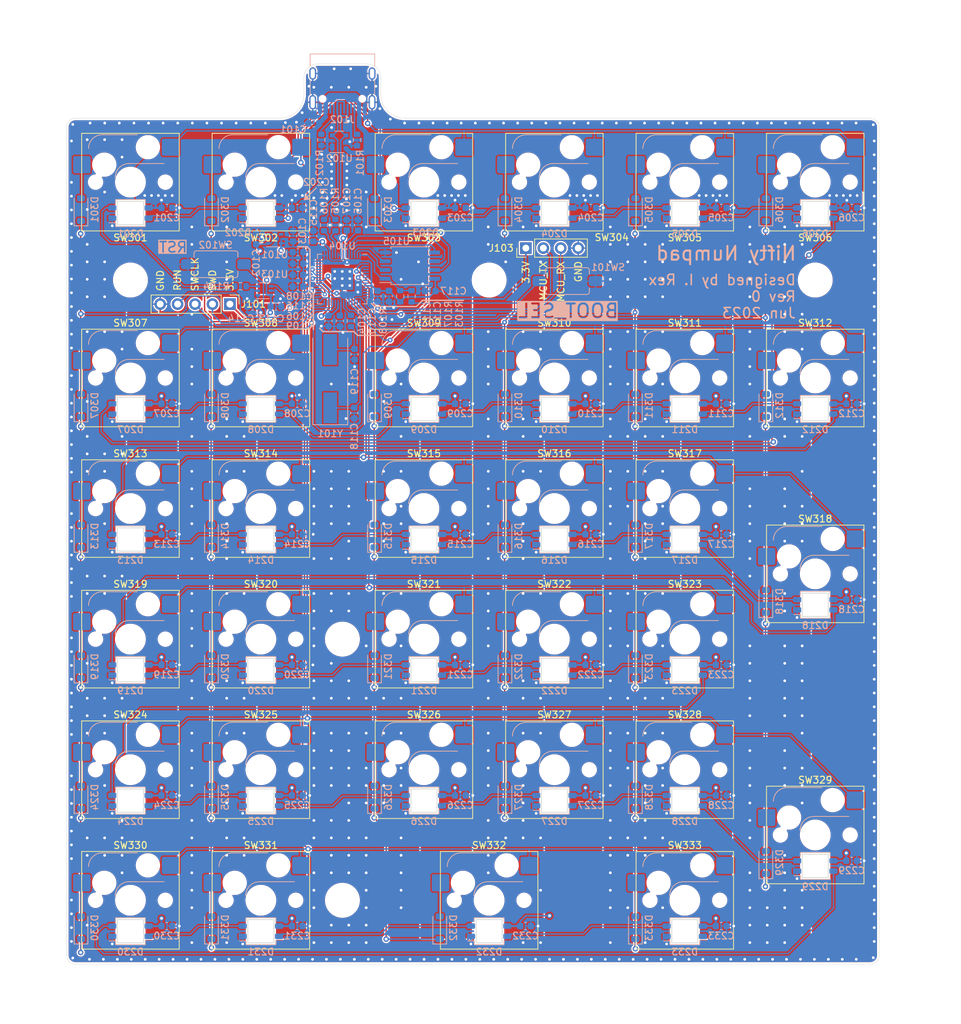
<source format=kicad_pcb>
(kicad_pcb (version 20221018) (generator pcbnew)
  (layers (0 "F.Cu" signal) (1 "In1.Cu" power) (2 "In2.Cu" power) (31 "B.Cu" signal) (34 "B.Paste" user) (35 "F.Paste" user) (36 "B.SilkS" user "B.Silkscreen") (37 "F.SilkS" user "F.Silkscreen") (38 "B.Mask" user) (39 "F.Mask" user) (44 "Edge.Cuts" user))
  (net 0 "")
  (net 1 "+5V")
  (net 2 "GND")
  (net 3 "+3.3V")
  (net 4 "/DVDD_1.1V")
  (net 5 "Net-(U104-XIN)")
  (net 6 "Net-(U104-XOUT)")
  (net 7 "/LED Matrix/DIN0")
  (net 8 "Net-(D201-DOUT)")
  (net 9 "Net-(D202-DOUT)")
  (net 10 "Net-(D203-DOUT)")
  (net 11 "Net-(D204-DOUT)")
  (net 12 "Net-(D205-DOUT)")
  (net 13 "Net-(D206-DOUT)")
  (net 14 "Net-(D207-DOUT)")
  (net 15 "Net-(D208-DOUT)")
  (net 16 "Net-(D209-DOUT)")
  (net 17 "Net-(D210-DOUT)")
  (net 18 "Net-(D211-DOUT)")
  (net 19 "Net-(D212-DOUT)")
  (net 20 "Net-(D213-DOUT)")
  (net 21 "Net-(D214-DOUT)")
  (net 22 "Net-(D215-DOUT)")
  (net 23 "Net-(D216-DOUT)")
  (net 24 "Net-(D217-DOUT)")
  (net 25 "Net-(D218-DOUT)")
  (net 26 "Net-(D219-DOUT)")
  (net 27 "Net-(D220-DOUT)")
  (net 28 "Net-(D221-DOUT)")
  (net 29 "Net-(D222-DOUT)")
  (net 30 "Net-(D223-DOUT)")
  (net 31 "Net-(D224-DOUT)")
  (net 32 "Net-(D225-DOUT)")
  (net 33 "Net-(D226-DOUT)")
  (net 34 "Net-(D227-DOUT)")
  (net 35 "Net-(D228-DOUT)")
  (net 36 "unconnected-(D229-DOUT-Pad4)")
  (net 37 "Net-(D230-DOUT)")
  (net 38 "Net-(D231-DOUT)")
  (net 39 "Net-(D232-DOUT)")
  (net 41 "/COL0")
  (net 42 "Net-(D301-A)")
  (net 43 "/COL1")
  (net 44 "Net-(D302-A)")
  (net 45 "/COL2")
  (net 46 "Net-(D303-A)")
  (net 47 "/COL3")
  (net 48 "Net-(D304-A)")
  (net 49 "/COL4")
  (net 50 "Net-(D305-A)")
  (net 51 "/COL5")
  (net 52 "Net-(D306-A)")
  (net 53 "Net-(D307-A)")
  (net 54 "Net-(D308-A)")
  (net 55 "Net-(D309-A)")
  (net 56 "Net-(D310-A)")
  (net 57 "Net-(D311-A)")
  (net 58 "Net-(D312-A)")
  (net 59 "Net-(D313-A)")
  (net 60 "Net-(D314-A)")
  (net 61 "Net-(D315-A)")
  (net 62 "Net-(D316-A)")
  (net 63 "Net-(D317-A)")
  (net 64 "Net-(D318-A)")
  (net 65 "Net-(D319-A)")
  (net 66 "Net-(D320-A)")
  (net 67 "Net-(D321-A)")
  (net 68 "Net-(D322-A)")
  (net 69 "Net-(D323-A)")
  (net 70 "Net-(D324-A)")
  (net 71 "Net-(D325-A)")
  (net 72 "Net-(D326-A)")
  (net 73 "Net-(D327-A)")
  (net 74 "Net-(D328-A)")
  (net 75 "Net-(D329-A)")
  (net 76 "Net-(D330-A)")
  (net 77 "Net-(D331-A)")
  (net 78 "Net-(D332-A)")
  (net 79 "Net-(D333-A)")
  (net 80 "/SWCLK")
  (net 81 "/SWD")
  (net 82 "/RUN")
  (net 83 "Net-(J102-CC1)")
  (net 84 "/USB_DP")
  (net 85 "/USB_DN")
  (net 87 "Net-(J102-CC2)")
  (net 89 "/UART0_MCU_TX")
  (net 90 "/UART0_MCU_RX")
  (net 91 "/~{BOOT_SEL}")
  (net 92 "/QSPI_~{CS}")
  (net 93 "Net-(U103-A)")
  (net 94 "/USB_RP_DP")
  (net 95 "/USB_RP_DN")
  (net 96 "/ROW0")
  (net 97 "/ROW1")
  (net 98 "/ROW2")
  (net 99 "/ROW3")
  (net 100 "/ROW4")
  (net 101 "/ROW5")
  (net 103 "/DIN0_3V3")
  (net 116 "/QSPI_SD3")
  (net 117 "/QSPI_CLK")
  (net 118 "/QSPI_SD0")
  (net 119 "/QSPI_SD2")
  (net 120 "/QSPI_SD1")
  (net 121 "Net-(C119-Pad1)")
  (footprint "PCM_Switch_Keyboard_Hotswap_Kailh:SW_Hotswap_Kailh_MX_1.00u" (layer "F.Cu") (at 181 131)
    (fp_text reference "SW314")
    (fp_text value "M9")
  )
  (footprint "irex_MountingHole:MountingHole_4.6mm_ReducedCourtyard" (layer "F.Cu") (at 192.875 188)
    (fp_text reference "H105" hide)
    (fp_text value "4.60mm")
  )
  (footprint "PCM_Switch_Keyboard_Hotswap_Kailh:SW_Hotswap_Kailh_MX_1.00u" (layer "F.Cu") (at 162 131)
    (fp_text reference "SW313")
    (fp_text value "M3")
  )
  (footprint "PCM_Switch_Keyboard_Hotswap_Kailh:SW_Hotswap_Kailh_MX_2.00u_90deg" (layer "F.Cu") (at 261.75 140.5)
    (fp_text reference "SW318")
    (fp_text value "+")
  )
  (footprint "PCM_Switch_Keyboard_Hotswap_Kailh:SW_Hotswap_Kailh_MX_1.00u" (layer "F.Cu") (at 223.75 112)
    (fp_text reference "SW310")
    (fp_text value "/")
  )
  (footprint "PCM_Switch_Keyboard_Hotswap_Kailh:SW_Hotswap_Kailh_MX_1.00u" (layer "F.Cu") (at 181 112)
    (fp_text reference "SW308")
    (fp_text value "M8")
  )
  (footprint "PCM_Switch_Keyboard_Hotswap_Kailh:SW_Hotswap_Kailh_MX_1.00u" (layer "F.Cu") (at 223.75 83.5)
    (fp_text reference "SW304")
    (fp_text value "F14")
  )
  (footprint "PCM_Switch_Keyboard_Hotswap_Kailh:SW_Hotswap_Kailh_MX_1.00u" (layer "F.Cu") (at 162 112)
    (fp_text reference "SW307")
    (fp_text value "M2")
  )
  (footprint "PCM_Switch_Keyboard_Hotswap_Kailh:SW_Hotswap_Kailh_MX_1.00u" (layer "F.Cu") (at 242.75 83.5)
    (fp_text reference "SW305")
    (fp_text value "F15")
  )
  (footprint "PCM_Switch_Keyboard_Hotswap_Kailh:SW_Hotswap_Kailh_MX_1.00u" (layer "F.Cu") (at 242.75 188)
    (fp_text reference "SW333")
    (fp_text value ".")
  )
  (footprint "PCM_Switch_Keyboard_Hotswap_Kailh:SW_Hotswap_Kailh_MX_2.00u" (layer "F.Cu") (at 214.25 188)
    (fp_text reference "SW332")
    (fp_text value "0")
  )
  (footprint "PCM_Switch_Keyboard_Hotswap_Kailh:SW_Hotswap_Kailh_MX_1.00u" (layer "F.Cu") (at 162 188)
    (fp_text reference "SW330")
    (fp_text value "M6")
  )
  (footprint "PCM_Switch_Keyboard_Hotswap_Kailh:SW_Hotswap_Kailh_MX_1.00u" (layer "F.Cu") (at 181 169)
    (fp_text reference "SW325")
    (fp_text value "M11")
  )
  (footprint "Connector_PinHeader_2.54mm:PinHeader_1x05_P2.54mm_Vertical" (layer "F.Cu") (at 176.49 101.25 -90)
    (fp_text reference "J101")
    (fp_text value "SWD")
  )
  (footprint "PCM_Switch_Keyboard_Hotswap_Kailh:SW_Hotswap_Kailh_MX_1.00u" (layer "F.Cu") (at 261.75 112)
    (fp_text reference "SW312")
    (fp_text value "-")
  )
  (footprint "irex_MountingHole:MountingHole_4.6mm_ReducedCourtyard" (layer "F.Cu") (at 214.25 97.75)
    (fp_text reference "H102" hide)
    (fp_text value "4.60mm")
  )
  (footprint "PCM_Switch_Keyboard_Hotswap_Kailh:SW_Hotswap_Kailh_MX_1.00u" (layer "F.Cu") (at 181 150)
    (fp_text reference "SW320")
    (fp_text value "M10")
  )
  (footprint "PCM_Switch_Keyboard_Hotswap_Kailh:SW_Hotswap_Kailh_MX_1.00u" (layer "F.Cu") (at 242.75 150)
    (fp_text reference "SW323")
    (fp_text value "6")
  )
  (footprint "PCM_Switch_Keyboard_Hotswap_Kailh:SW_Hotswap_Kailh_MX_1.00u" (layer "F.Cu") (at 204.75 131)
    (fp_text reference "SW315")
    (fp_text value "7")
  )
  (footprint "PCM_Switch_Keyboard_Hotswap_Kailh:SW_Hotswap_Kailh_MX_1.00u" (layer "F.Cu") (at 204.75 83.5)
    (fp_text reference "SW303")
    (fp_text value "F13")
  )
  (footprint "irex_MountingHole:MountingHole_4.6mm_ReducedCourtyard" (layer "F.Cu") (at 162 97.75)
    (fp_text reference "H101" hide)
    (fp_text value "4.60mm")
  )
  (footprint "irex_MountingHole:MountingHole_4.6mm_ReducedCourtyard" (layer "F.Cu") (at 261.75 97.75)
    (fp_text reference "H103" hide)
    (fp_text value "4.60mm")
  )
  (footprint "PCM_Switch_Keyboard_Hotswap_Kailh:SW_Hotswap_Kailh_MX_1.00u" (layer "F.Cu") (at 162 169)
    (fp_text reference "SW324")
    (fp_text value "M5")
  )
  (footprint "Connector_PinHeader_2.54mm:PinHeader_1x04_P2.54mm_Vertical" (layer "F.Cu") (at 219.6 93.1 90)
    (fp_text reference "J103")
    (fp_text value "UART")
  )
  (footprint "PCM_Switch_Keyboard_Hotswap_Kailh:SW_Hotswap_Kailh_MX_1.00u" (layer "F.Cu") (at 181 83.5)
    (fp_text reference "SW302")
    (fp_text value "M7")
  )
  (footprint "PCM_Switch_Keyboard_Hotswap_Kailh:SW_Hotswap_Kailh_MX_1.00u" (layer "F.Cu") (at 204.75 150)
    (fp_text reference "SW321")
    (fp_text value "4")
  )
  (footprint "PCM_Switch_Keyboard_Hotswap_Kailh:SW_Hotswap_Kailh_MX_1.00u" (layer "F.Cu") (at 204.75 112)
    (fp_text reference "SW309")
    (fp_text value "Num Toggle")
  )
  (footprint "PCM_Switch_Keyboard_Hotswap_Kailh:SW_Hotswap_Kailh_MX_1.00u" (layer "F.Cu") (at 223.75 150)
    (fp_text reference "SW322")
    (fp_text value "5")
  )
  (footprint "irex_MountingHole:MountingHole_4.6mm_ReducedCourtyard" (layer "F.Cu") (at 192.875 150)
    (fp_text reference "H104" hide)
    (fp_text value "4.60mm")
  )
  (footprint "PCM_Switch_Keyboard_Hotswap_Kailh:SW_Hotswap_Kailh_MX_1.00u" (layer "F.Cu") (at 181 188)
    (fp_text reference "SW331")
    (fp_text value "M12")
  )
  (footprint "PCM_Switch_Keyboard_Hotswap_Kailh:SW_Hotswap_Kailh_MX_1.00u" (layer "F.Cu") (at 223.75 131)
    (fp_text reference "SW316")
    (fp_text value "8")
  )
  (footprint "PCM_Switch_Keyboard_Hotswap_Kailh:SW_Hotswap_Kailh_MX_1.00u" (layer "F.Cu") (at 242.75 169)
    (fp_text reference "SW328")
    (fp_text value "3")
  )
  (footprint "PCM_Switch_Keyboard_Hotswap_Kailh:SW_Hotswap_Kailh_MX_1.00u" (layer "F.Cu") (at 261.75 83.5)
    (fp_text reference "SW306")
    (fp_text value "F16")
  )
  (footprint "PCM_Switch_Keyboard_Hotswap_Kailh:SW_Hotswap_Kailh_MX_1.00u" (layer "F.Cu") (at 242.75 131)
    (fp_text reference "SW317")
    (fp_text value "9")
  )
  (footprint "PCM_Switch_Keyboard_Hotswap_Kailh:SW_Hotswap_Kailh_MX_1.00u" (layer "F.Cu") (at 162 150)
    (fp_text reference "SW319")
    (fp_text value "M4")
  )
  (footprint "PCM_Switch_Keyboard_Hotswap_Kailh:SW_Hotswap_Kailh_MX_2.00u_90deg" (layer "F.Cu") (at 261.75 178.5)
    (fp_text reference "SW329")
    (fp_text value "Enter")
  )
  (footprint "PCM_Switch_Keyboard_Hotswap_Kailh:SW_Hotswap_Kailh_MX_1.00u" (layer "F.Cu") (at 162 83.5)
    (fp_text reference "SW301")
    (fp_text value "M1")
  )
  (footprint "PCM_Switch_Keyboard_Hotswap_Kailh:SW_Hotswap_Kailh_MX_1.00u" (layer "F.Cu") (at 242.75 112)
    (fp_text reference "SW311")
    (fp_text value "*")
  )
  (footprint "PCM_Switch_Keyboard_Hotswap_Kailh:SW_Hotswap_Kailh_MX_1.00u" (layer "F.Cu") (at 204.75 169)
    (fp_text reference "SW326")
    (fp_text value "1")
  )
  (footprint "PCM_Switch_Keyboard_Hotswap_Kailh:SW_Hotswap_Kailh_MX_1.00u" (layer "F.Cu") (at 223.75 169)
    (fp_text reference "SW327")
    (fp_text value "2")
  )
  (footprint "Crystal:Crystal_SMD_HC49-SD" (layer "B.Cu") (at 191.1 112.1 90)
    (fp_text reference "Y101")
    (fp_text value "ABLS-12.000MHZ-B4-T")
  )
  (footprint "Capacitor_SMD:C_0603_1608Metric" (layer "B.Cu") (at 186.4 93.7 180)
    (fp_text reference "C108")
    (fp_text value "100nF")
  )
  (footprint "Capacitor_SMD:C_0603_1608Metric" (layer "B.Cu") (at 186.4 97 180)
    (fp_text reference "C106")
    (fp_text value "100nF")
  )
  (footprint "irex_LED_SMD:LED_SK6812-E_3.2x2.8mm" (layer "B.Cu") (at 261.75 183)
    (fp_text reference "D229")
    (fp_text value "SK6812-E")
    (fp_line (start -1.9 -1.7) (end 1.9 -1.7) (stroke (width 0.1)) (layer "Edge.Cuts"))
    (fp_line (start -1.9 1.7) (end -1.9 -1.7) (stroke (width 0.1)) (layer "Edge.Cuts"))
    (fp_line (start 1.9 -1.7) (end 1.9 1.7) (stroke (width 0.1)) (layer "Edge.Cuts"))
    (fp_line (start 1.9 1.7) (end -1.9 1.7) (stroke (width 0.1)) (layer "Edge.Cuts"))
  )
  (footprint "Diode_SMD:D_SOD-123" (layer "B.Cu") (at 154.8 154 90)
    (fp_text reference "D319")
    (fp_text value "1N4148")
  )
  (footprint "irex_Connector_USB:USB_C_Receptacle_GCT_USB4105-GF-A-060" (layer "B.Cu") (at 192.875 68.75)
    (fp_text reference "J102")
    (fp_text value "USB-C")
  )
  (footprint "irex_LED_SMD:LED_SK6812-E_3.2x2.8mm" (layer "B.Cu") (at 242.75 135.5)
    (fp_text reference "D217")
    (fp_text value "SK6812-E")
    (fp_line (start -1.9 -1.7) (end 1.9 -1.7) (stroke (width 0.1)) (layer "Edge.Cuts"))
    (fp_line (start -1.9 1.7) (end -1.9 -1.7) (stroke (width 0.1)) (layer "Edge.Cuts"))
    (fp_line (start 1.9 -1.7) (end 1.9 1.7) (stroke (width 0.1)) (layer "Edge.Cuts"))
    (fp_line (start 1.9 1.7) (end -1.9 1.7) (stroke (width 0.1)) (layer "Edge.Cuts"))
  )
  (footprint "irex_LED_SMD:LED_SK6812-E_3.2x2.8mm" (layer "B.Cu") (at 181 154.5)
    (fp_text reference "D220")
    (fp_text value "SK6812-E")
    (fp_line (start -1.9 -1.7) (end 1.9 -1.7) (stroke (width 0.1)) (layer "Edge.Cuts"))
    (fp_line (start -1.9 1.7) (end -1.9 -1.7) (stroke (width 0.1)) (layer "Edge.Cuts"))
    (fp_line (start 1.9 -1.7) (end 1.9 1.7) (stroke (width 0.1)) (layer "Edge.Cuts"))
    (fp_line (start 1.9 1.7) (end -1.9 1.7) (stroke (width 0.1)) (layer "Edge.Cuts"))
  )
  (footprint "Resistor_SMD:R_0603_1608Metric" (layer "B.Cu") (at 190.2 89.75 -90)
    (fp_text reference "R106")
    (fp_text value "27")
  )
  (footprint "irex_LED_SMD:LED_SK6812-E_3.2x2.8mm" (layer "B.Cu") (at 242.75 88)
    (fp_text reference "D205")
    (fp_text value "SK6812-E")
    (fp_line (start -1.9 -1.7) (end 1.9 -1.7) (stroke (width 0.1)) (layer "Edge.Cuts"))
    (fp_line (start -1.9 1.7) (end -1.9 -1.7) (stroke (width 0.1)) (layer "Edge.Cuts"))
    (fp_line (start 1.9 -1.7) (end 1.9 1.7) (stroke (width 0.1)) (layer "Edge.Cuts"))
    (fp_line (start 1.9 1.7) (end -1.9 1.7) (stroke (width 0.1)) (layer "Edge.Cuts"))
  )
  (footprint "Capacitor_SMD:C_0603_1608Metric" (layer "B.Cu") (at 188.65 91.35 90)
    (fp_text reference "C115")
    (fp_text value "1uF")
  )
  (footprint "irex_LED_SMD:LED_SK6812-E_3.2x2.8mm" (layer "B.Cu") (at 204.75 135.5)
    (fp_text reference "D215")
    (fp_text value "SK6812-E")
    (fp_line (start -1.9 -1.7) (end 1.9 -1.7) (stroke (width 0.1)) (layer "Edge.Cuts"))
    (fp_line (start -1.9 1.7) (end -1.9 -1.7) (stroke (width 0.1)) (layer "Edge.Cuts"))
    (fp_line (start 1.9 -1.7) (end 1.9 1.7) (stroke (width 0.1)) (layer "Edge.Cuts"))
    (fp_line (start 1.9 1.7) (end -1.9 1.7) (stroke (width 0.1)) (layer "Edge.Cuts"))
  )
  (footprint "Capacitor_SMD:C_0603_1608Metric" (layer "B.Cu") (at 248.05 191.75)
    (fp_text reference "C233")
    (fp_text value "100nF")
  )
  (footprint "Capacitor_SMD:C_0603_1608Metric" (layer "B.Cu") (at 186.3 115.75)
    (fp_text reference "C208")
    (fp_text value "100nF")
  )
  (footprint "Capacitor_SMD:C_0603_1608Metric" (layer "B.Cu") (at 267.05 182.25)
    (fp_text reference "C229")
    (fp_text value "100nF")
  )
  (footprint "Capacitor_SMD:C_0603_1608Metric" (layer "B.Cu") (at 229.05 153.75)
    (fp_text reference "C222")
    (fp_text value "100nF")
  )
  (footprint "Diode_SMD:D_SOD-123" (layer "B.Cu") (at 197.55 154 90)
    (fp_text reference "D321")
    (fp_text value "1N4148")
  )
  (footprint "Capacitor_SMD:C_0603_1608Metric" (layer "B.Cu") (at 167.3 172.75)
    (fp_text reference "C224")
    (fp_text value "100nF")
  )
  (footprint "irex_LED_SMD:LED_SK6812-E_3.2x2.8mm" (layer "B.Cu") (at 181 88)
    (fp_text reference "D202")
    (fp_text value "SK6812-E")
    (fp_line (start -1.9 -1.7) (end 1.9 -1.7) (stroke (width 0.1)) (layer "Edge.Cuts"))
    (fp_line (start -1.9 1.7) (end -1.9 -1.7) (stroke (width 0.1)) (layer "Edge.Cuts"))
    (fp_line (start 1.9 -1.7) (end 1.9 1.7) (stroke (width 0.1)) (layer "Edge.Cuts"))
    (fp_line (start 1.9 1.7) (end -1.9 1.7) (stroke (width 0.1)) (layer "Edge.Cuts"))
  )
  (footprint "Capacitor_SMD:C_0603_1608Metric" (layer "B.Cu") (at 193.5 89.75 90)
    (fp_text reference "C107")
    (fp_text value "100nF")
  )
  (footprint "Capacitor_SMD:C_0603_1608Metric" (layer "B.Cu") (at 210.05 115.75)
    (fp_text reference "C209")
    (fp_text value "100nF")
  )
  (footprint "Diode_SMD:D_SOD-123" (layer "B.Cu") (at 173.8 87.5 90)
    (fp_text reference "D302")
    (fp_text value "1N4148")
  )
  (footprint "Resistor_SMD:R_0603_1608Metric" (layer "B.Cu") (at 195 77.375 -90)
    (fp_text reference "R101")
    (fp_text value "5.1k")
  )
  (footprint "Capacitor_SMD:C_0603_1608Metric" (layer "B.Cu") (at 199.65 100.1 -90)
    (fp_text reference "C111")
    (fp_text value "100nF")
  )
  (footprint "Diode_SMD:D_SOD-123" (layer "B.Cu") (at 235.55 154 90)
    (fp_text reference "D323")
    (fp_text value "1N4148")
  )
  (footprint "Diode_SMD:D_SOD-123" (layer "B.Cu") (at 216.55 135 90)
    (fp_text reference "D316")
    (fp_text value "1N4148")
  )
  (footprint "Diode_SMD:D_SOD-123" (layer "B.Cu") (at 197.55 173 90)
    (fp_text reference "D326")
    (fp_text value "1N4148")
  )
  (footprint "irex_LED_SMD:LED_SK6812-E_3.2x2.8mm" (layer "B.Cu") (at 162 88)
    (fp_text reference "D201")
    (fp_text value "SK6812-E")
    (fp_line (start -1.9 -1.7) (end 1.9 -1.7) (stroke (width 0.1)) (layer "Edge.Cuts"))
    (fp_line (start -1.9 1.7) (end -1.9 -1.7) (stroke (width 0.1)) (layer "Edge.Cuts"))
    (fp_line (start 1.9 -1.7) (end 1.9 1.7) (stroke (width 0.1)) (layer "Edge.Cuts"))
    (fp_line (start 1.9 1.7) (end -1.9 1.7) (stroke (width 0.1)) (layer "Edge.Cuts"))
  )
  (footprint "irex_LED_SMD:LED_SK6812-E_3.2x2.8mm" (layer "B.Cu") (at 261.75 116.5)
    (fp_text reference "D212")
    (fp_text value "SK6812-E")
    (fp_line (start -1.9 -1.7) (end 1.9 -1.7) (stroke (width 0.1)) (layer "Edge.Cuts"))
    (fp_line (start -1.9 1.7) (end -1.9 -1.7) (stroke (width 0.1)) (layer "Edge.Cuts"))
    (fp_line (start 1.9 -1.7) (end 1.9 1.7) (stroke (width 0.1)) (layer "Edge.Cuts"))
    (fp_line (start 1.9 1.7) (end -1.9 1.7) (stroke (width 0.1)) (layer "Edge.Cuts"))
  )
  (footprint "irex_LED_SMD:LED_SK6812-E_3.2x2.8mm" (layer "B.Cu") (at 204.75 173.5)
    (fp_text reference "D226")
    (fp_text value "SK6812-E")
    (fp_line (start -1.9 -1.7) (end 1.9 -1.7) (stroke (width 0.1)) (layer "Edge.Cuts"))
    (fp_line (start -1.9 1.7) (end -1.9 -1.7) (stroke (width 0.1)) (layer "Edge.Cuts"))
    (fp_line (start 1.9 -1.7) (end 1.9 1.7) (stroke (width 0.1)) (layer "Edge.Cuts"))
    (fp_line (start 1.9 1.7) (end -1.9 1.7) (stroke (width 0.1)) (layer "Edge.Cuts"))
  )
  (footprint "Diode_SMD:D_SOD-123" (layer "B.Cu") (at 207.05 192 90)
    (fp_text reference "D332")
    (fp_text value "1N4148")
  )
  (footprint "Capacitor_SMD:C_0603_1608Metric" (layer "B.Cu") (at 183.2 101.6)
    (fp_text reference "C113")
    (fp_text value "100nF")
  )
  (footprint "Package_TO_SOT_SMD:SOT-353_SC-70-5" (layer "B.Cu") (at 183 91.75)
    (fp_text reference "U101")
    (fp_text value "MIC5366-3.3YC5")
  )
  (footprint "Package_TO_SOT_SMD:SOT-363_SC-70-6" (layer "B.Cu") (at 181.5 99.3)
    (fp_text reference "U103")
    (fp_text value "SN74LVC1T45DCK")
  )
  (footprint "Diode_SMD:D_SOD-123" (layer "B.Cu") (at 173.8 116 90)
    (fp_text reference "D308")
    (fp_text value "1N4148")
  )
  (footprint "Diode_SMD:D_SOD-123" (layer "B.Cu") (at 173.8 135 90)
    (fp_text reference "D314")
    (fp_text value "1N4148")
  )
  (footprint "irex_LED_SMD:LED_SK6812-E_3.2x2.8mm" (layer "B.Cu") (at 162 154.5)
    (fp_text reference "D219")
    (fp_text value "SK6812-E")
    (fp_line (start -1.9 -1.7) (end 1.9 -1.7) (stroke (width 0.1)) (layer "Edge.Cuts"))
    (fp_line (start -1.9 1.7) (end -1.9 -1.7) (stroke (width 0.1)) (layer "Edge.Cuts"))
    (fp_line (start 1.9 -1.7) (end 1.9 1.7) (stroke (width 0.1)) (layer "Edge.Cuts"))
    (fp_line (start 1.9 1.7) (end -1.9 1.7) (stroke (width 0.1)) (layer "Edge.Cuts"))
  )
  (footprint "irex_LED_SMD:LED_SK6812-E_3.2x2.8mm" (layer "B.Cu") (at 223.75 88)
    (fp_text reference "D204")
    (fp_text value "SK6812-E")
    (fp_line (start -1.9 -1.7) (end 1.9 -1.7) (stroke (width 0.1)) (layer "Edge.Cuts"))
    (fp_line (start -1.9 1.7) (end -1.9 -1.7) (stroke (width 0.1)) (layer "Edge.Cuts"))
    (fp_line (start 1.9 -1.7) (end 1.9 1.7) (stroke (width 0.1)) (layer "Edge.Cuts"))
    (fp_line (start 1.9 1.7) (end -1.9 1.7) (stroke (width 0.1)) (layer "Edge.Cuts"))
  )
  (footprint "Diode_SMD:D_SOD-123" (layer "B.Cu") (at 235.55 135 90)
    (fp_text reference "D317")
    (fp_text value "1N4148")
  )
  (footprint "Capacitor_SMD:C_0603_1608Metric" (layer "B.Cu") (at 248.05 172.75)
    (fp_text reference "C228")
    (fp_text value "100nF")
  )
  (footprint "irex_LED_SMD:LED_SK6812-E_3.2x2.8mm" (layer "B.Cu") (at 242.75 116.5)
    (fp_text reference "D211")
    (fp_text value "SK6812-E")
    (fp_line (start -1.9 -1.7) (end 1.9 -1.7) (stroke (width 0.1)) (layer "Edge.Cuts"))
    (fp_line (start -1.9 1.7) (end -1.9 -1.7) (stroke (width 0.1)) (layer "Edge.Cuts"))
    (fp_line (start 1.9 -1.7) (end 1.9 1.7) (stroke (width 0.1)) (layer "Edge.Cuts"))
    (fp_line (start 1.9 1.7) (end -1.9 1.7) (stroke (width 0.1)) (layer "Edge.Cuts"))
  )
  (footprint "Capacitor_SMD:C_0603_1608Metric" (layer "B.Cu") (at 185.7 91.35 90)
    (fp_text reference "C103")
    (fp_text value "1uF")
  )
  (footprint "Capacitor_SMD:C_0603_1608Metric" (layer "B.Cu") (at 186.4 95.35 180)
    (fp_text reference "C116")
    (fp_text value "1uF")
  )
  (footprint "Capacitor_SMD:C_0603_1608Metric" (layer "B.Cu") (at 186.3 172.75)
    (fp_text reference "C225")
    (fp_text value "100nF")
  )
  (footprint "Capacitor_SMD:C_0603_1608Metric" (layer "B.Cu") (at 192.5 103.7 -90)
    (fp_text reference "C110")
    (fp_text value "100nF")
  )
  (footprint "Capacitor_SMD:C_0603_1608Metric" (layer "B.Cu") (at 267.05 115.75)
    (fp_text reference "C212")
    (fp_text value "100nF")
  )
  (footprint "Capacitor_SMD:C_0603_1608Metric" (layer "B.Cu") (at 188.7 74.95 180)
    (fp_text reference "C101")
    (fp_text value "10uF")
  )
  (footprint "Capacitor_SMD:C_0603_1608Metric" (layer "B.Cu") (at 210.05 87.25)
    (fp_text reference "C203")
    (fp_text value "100nF")
  )
  (footprint "Capacitor_SMD:C_0603_1608Metric" (layer "B.Cu") (at 195.15 89.75 90)
    (fp_text reference "C105")
    (fp_text value "100nF")
  )
  (footprint "Diode_SMD:D_SOD-123" (layer "B.Cu") (at 235.55 87.5 90)
    (fp_text reference "D305")
    (fp_text value "1N4148")
  )
  (footprint "irex_LED_SMD:LED_SK6812-E_3.2x2.8mm" (layer "B.Cu") (at 261.75 88)
    (fp_text reference "D206")
    (fp_text value "SK6812-E")
    (fp_line (start -1.9 -1.7) (end 1.9 -1.7) (stroke (width 0.1)) (layer "Edge.Cuts"))
    (fp_line (start -1.9 1.7) (end -1.9 -1.7) (stroke (width 0.1)) (layer "Edge.Cuts"))
    (fp_line (start 1.9 -1.7) (end 1.9 1.7) (stroke (width 0.1)) (layer "Edge.Cuts"))
    (fp_line (start 1.9 1.7) (end -1.9 1.7) (stroke (width 0.1)) (layer "Edge.Cuts"))
  )
  (footprint "irex_LED_SMD:LED_SK6812-E_3.2x2.8mm" (layer "B.Cu") (at 162 173.5)
    (fp_text reference "D224")
    (fp_text value "SK6812-E")
    (fp_line (start -1.9 -1.7) (end 1.9 -1.7) (stroke (width 0.1)) (layer "Edge.Cuts"))
    (fp_line (start -1.9 1.7) (end -1.9 -1.7) (stroke (width 0.1)) (layer "Edge.Cuts"))
    (fp_line (start 1.9 -1.7) (end 1.9 1.7) (stroke (width 0.1)) (layer "Edge.Cuts"))
    (fp_line (start 1.9 1.7) (end -1.9 1.7) (stroke (width 0.1)) (layer "Edge.Cuts"))
  )
  (footprint "Package_DFN_QFN:QFN-56-1EP_7x7mm_P0.4mm_EP3.2x3.2mm" (layer "B.Cu") (at 192.85 97.6 180)
    (fp_text reference "U104")
    (fp_text value "RP2040")
  )
  (footprint "Capacitor_SMD:C_0603_1608Metric" (layer "B.Cu") (at 248.05 87.25)
    (fp_text reference "C205")
    (fp_text value "100nF")
  )
  (footprint "Diode_SMD:D_SOD-123" (layer "B.Cu") (at 173.8 192 90)
    (fp_text reference "D331")
    (fp_text value "1N4148")
  )
  (footprint "Capacitor_SMD:C_0603_1608Metric" (layer "B.Cu") (at 205.65 99.35 180)
    (fp_text reference "C117")
    (fp_text value "100nF")
  )
  (footprint "irex_LED_SMD:LED_SK6812-E_3.2x2.8mm" (layer "B.Cu") (at 214.25 192.5)
    (fp_text reference "D232")
    (fp_text value "SK6812-E")
    (fp_line (start -1.9 -1.7) (end 1.9 -1.7) (stroke (width 0.1)) (layer "Edge.Cuts"))
    (fp_line (start -1.9 1.7) (end -1.9 -1.7) (stroke (width 0.1)) (layer "Edge.Cuts"))
    (fp_line (start 1.9 -1.7) (end 1.9 1.7) (stroke (width 0.1)) (layer "Edge.Cuts"))
    (fp_line (start 1.9 1.7) (end -1.9 1.7) (stroke (width 0.1)) (layer "Edge.Cuts"))
  )
  (footprint "Capacitor_SMD:C_0603_1608Metric" (layer "B.Cu") (at 198 100.1 -90)
    (fp_text reference "C112")
    (fp_text value "100nF")
  )
  (footprint "Diode_SMD:D_SOD-123" (layer "B.Cu") (at 254.55 116 90)
    (fp_text reference "D312")
    (fp_text value "1N4148")
  )
  (footprint "Diode_SMD:D_SOD-123" (layer "B.Cu") (at 254.55 87.5 90)
    (fp_text reference "D306")
    (fp_text value "1N4148")
  )
  (footprint "Capacitor_SMD:C_0603_1608Metric" (layer "B.Cu") (at 179.8 101.6 180)
    (fp_text reference "C114")
    (fp_text value "100nF")
  )
  (footprint "irex_LED_SMD:LED_SK6812-E_3.2x2.8mm" (layer "B.Cu") (at 162 135.5)
    (fp_text reference "D213")
    (fp_text value "SK6812-E")
    (fp_line (start -1.9 -1.7) (end 1.9 -1.7) (stroke (width 0.1)) (layer "Edge.Cuts"))
    (fp_line (start -1.9 1.7) (end -1.9 -1.7) (stroke (width 0.1)) (layer "Edge.Cuts"))
    (fp_line (start 1.9 -1.7) (end 1.9 1.7) (stroke (width 0.1)) (layer "Edge.Cuts"))
    (fp_line (start 1.9 1.7) (end -1.9 1.7) (stroke (width 0.1)) (layer "Edge.Cuts"))
  )
  (footprint "Diode_SMD:D_SOD-123" (layer "B.Cu") (at 197.55 87.5 90)
    (fp_text reference "D303")
    (fp_text value "1N4148")
  )
  (footprint "irex_LED_SMD:LED_SK6812-E_3.2x2.8mm" (layer "B.Cu") (at 242.75 192.5)
    (fp_text reference "D233")
    (fp_text value "SK6812-E")
    (fp_line (start -1.9 -1.7) (end 1.9 -1.7) (stroke (width 0.1)) (layer "Edge.Cuts"))
    (fp_line (start -1.9 1.7) (end -1.9 -1.7) (stroke (width 0.1)) (layer "Edge.Cuts"))
    (fp_line (start 1.9 -1.7) (end 1.9 1.7) (stroke (width 0.1)) (layer "Edge.Cuts"))
    (fp_line (start 1.9 1.7) (end -1.9 1.7) (stroke (width 0.1)) (layer "Edge.Cuts"))
  )
  (footprint "irex_LED_SMD:LED_SK6812-E_3.2x2.8mm" (layer "B.Cu") (at 162 116.5)
    (fp_text reference "D207")
    (fp_text value "SK6812-E")
    (fp_line (start -1.9 -1.7) (end 1.9 -1.7) (stroke (width 0.1)) (layer "Edge.Cuts"))
    (fp_line (start -1.9 1.7) (end -1.9 -1.7) (stroke (width 0.1)) (layer "Edge.Cuts"))
    (fp_line (start 1.9 -1.7) (end 1.9 1.7) (stroke (width 0.1)) (layer "Edge.Cuts"))
    (fp_line (start 1.9 1.7) (end -1.9 1.7) (stroke (width 0.1)) (layer "Edge.Cuts"))
  )
  (footprint "Capacitor_SMD:C_0603_1608Metric" (layer "B.Cu") (at 167.3 153.75)
    (fp_text reference "C219")
    (fp_text value "100nF")
  )
  (footprint "Diode_SMD:D_SOD-123" (layer "B.Cu") (at 197.55 116 90)
    (fp_text reference "D309")
    (fp_text value "1N4148")
  )
  (footprint "Diode_SMD:D_SOD-123" (layer "B.Cu") (at 154.8 135 90)
    (fp_text reference "D313")
    (fp_text value "1N4148")
  )
  (footprint "Capacitor_SMD:C_0603_1608Metric" (layer "B.Cu") (at 186.3 191.75)
    (fp_text reference "C231")
    (fp_text value "100nF")
  )
  (footprint "Capacitor_SMD:C_0603_1608Metric" (layer "B.Cu") (at 248.05 153.75)
    (fp_text reference "C223")
    (fp_text value "100nF")
  )
  (footprint "Diode_SMD:D_SOD-123" (layer "B.Cu") (at 235.55 116 90)
    (fp_text reference "D311")
    (fp_text value "1N4148")
  )
  (footprint "irex_LED_SMD:LED_SK6812-E_3.2x2.8mm" (layer "B.Cu") (at 181 192.5)
    (fp_text reference "D231")
    (fp_text value "SK6812-E")
    (fp_line (start -1.9 -1.7) (end 1.9 -1.7) (stroke (width 0.1)) (layer "Edge.Cuts"))
    (fp_line (start -1.9 1.7) (end -1.9 -1.7) (stroke (width 0.1)) (layer "Edge.Cuts"))
    (fp_line (start 1.9 -1.7) (end 1.9 1.7) (stroke (width 0.1)) (layer "Edge.Cuts"))
    (fp_line (start 1.9 1.7) (end -1.9 1.7) (stroke (width 0.1)) (layer "Edge.Cuts"))
  )
  (footprint "Diode_SMD:D_SOD-123" (layer "B.Cu") (at 235.55 192 90)
    (fp_text reference "D333")
    (fp_text value "1N4148")
  )
  (footprint "irex_Button_Switch_SMD:SW-PUSH-6x3.5mm_CK-PTS636SL43x_HandSolder" (layer "B.Cu") (at 229.75 97.9001 180)
    (fp_text reference "SW101")
    (fp_text value "PTS636 SL43 SMTR LFS")
  )
  (footprint "Diode_SMD:D_SOD-123" (layer "B.Cu") (at 254.55 144.5 90)
    (fp_text reference "D318")
    (fp_text value "1N4148")
  )
  (footprint "Capacitor_SMD:C_0603_1608Metric" (layer "B.Cu") (at 167.3 191.75)
    (fp_text reference "C230")
    (fp_text value "100nF")
  )
  (footprint "Capacitor_SMD:C_0603_1608Metric" (layer "B.Cu") (at 190.85 103.7 -90)
    (fp_text reference "C104")
    (fp_text value "100nF")
  )
  (footprint "Capacitor_SMD:C_0603_1608Metric" (layer "B.Cu") (at 167.3 87.25)
    (fp_text reference "C201")
    (fp_text value "100nF")
  )
  (footprint "Diode_SMD:D_SOD-123" (layer "B.Cu") (at 216.55 87.5 90)
    (fp_text reference "D304")
    (fp_text value "1N4148")
  )
  (footprint "Diode_SMD:D_SOD-123" (layer "B.Cu") (at 154.8 87.5 90)
    (fp_text reference "D301")
    (fp_text value "1N4148")
  )
  (footprint "irex_LED_SMD:LED_SK6812-E_3.2x2.8mm" (layer "B.Cu") (at 261.75 145)
    (fp_text reference "D218")
    (fp_text value "SK6812-E")
    (fp_line (start -1.9 -1.7) (end 1.9 -1.7) (stroke (width 0.1)) (layer "Edge.Cuts"))
    (fp_line (start -1.9 1.7) (end -1.9 -1.7) (stroke (width 0.1)) (layer "Edge.Cuts"))
    (fp_line (start 1.9 -1.7) (end 1.9 1.7) (stroke (width 0.1)) (layer "Edge.Cuts"))
    (fp_line (start 1.9 1.7) (end -1.9 1.7) (stroke (width 0.1)) (layer "Edge.Cuts"))
  )
  (footprint "Capacitor_SMD:C_0603_1608Metric" (layer "B.Cu") (at 167.3 115.75)
    (fp_text reference "C207")
    (fp_text value "100nF")
  )
  (footprint "Package_SO:SOIC-8_5.275x5.275mm_P1.27mm" (layer "B.Cu") (at 202.7 95.65)
    (fp_text reference "U105")
    (fp_text value "W25Q40CLSNIG")
  )
  (footprint "irex_LED_SMD:LED_SK6812-E_3.2x2.8mm" (layer "B.Cu") (at 223.75 154.5)
    (fp_text reference "D222")
    (fp_text value "SK6812-E")
    (fp_line (start -1.9 -1.7) (end 1.9 -1.7) (stroke (width 0.1)) (layer "Edge.Cuts"))
    (fp_line (start -1.9 1.7) (end -1.9 -1.7) (stroke (width 0.1)) (layer "Edge.Cuts"))
    (fp_line (start 1.9 -1.7) (end 1.9 1.7) (stroke (width 0.1)) (layer "Edge.Cuts"))
    (fp_line (start 1.9 1.7) (end -1.9 1.7) (stroke (width 0.1)) (layer "Edge.Cuts"))
  )
  (footprint "Capacitor_SMD:C_0603_1608Metric" (layer "B.Cu") (at 186.3 134.75)
    (fp_text reference "C214")
    (fp_text value "100nF")
  )
  (footprint "Capacitor_SMD:C_0603_1608Metric" (layer "B.Cu") (at 229.05 87.25)
    (fp_text reference "C204")
    (fp_text value "100nF")
  )
  (footprint "Capacitor_SMD:C_0603_1608Metric" (layer "B.Cu") (at 210.05 153.75)
    (fp_text reference "C221")
    (fp_text value "100nF")
  )
  (footprint "Diode_SMD:D_SOD-123" (layer "B.Cu") (at 173.8 173 90)
    (fp_text reference "D325")
    (fp_text value "1N4148")
  )
  (footprint "irex_LED_SMD:LED_SK6812-E_3.2x2.8mm" (layer "B.Cu") (at 162 192.5)
    (fp_text reference "D230")
    (fp_text value "SK6812-E")
    (fp_line (start -1.9 -1.7) (end 1.9 -1.7) (stroke (width 0.1)) (layer "Edge.Cuts"))
    (fp_line (start -1.9 1.7) (end -1.9 -1.7) (stroke (width 0.1)) (layer "Edge.Cuts"))
    (fp_line (start 1.9 -1.7) (end 1.9 1.7) (stroke (width 0.1)) (layer "Edge.Cuts"))
    (fp_line (start 1.9 1.7) (end -1.9 1.7) (stroke (width 0.1)) (layer "Edge.Cuts"))
  )
  (footprint "Capacitor_SMD:C_0603_1608Metric" (layer "B.Cu") (at 248.05 134.75)
    (fp_text reference "C217")
    (fp_text value "100nF")
  )
  (footprint "Diode_SMD:D_SOD-123" (layer "B.Cu") (at 235.55 173 90)
    (fp_text reference "D328")
    (fp_text value "1N4148")
  )
  (footprint "Capacitor_SMD:C_0603_1608Metric" (layer "B.Cu") (at 248.05 115.75)
    (fp_text reference "C211")
    (fp_text value "100nF")
  )
  (footprint "Capacitor_SMD:C_0603_1608Metric" (layer "B.Cu") (at 229.05 115.75)
    (fp_text reference "C210")
    (fp_text value "100nF")
  )
  (footprint "Capacitor_SMD:C_0603_1608Metric" (layer "B.Cu") (at 210.05 172.75)
    (fp_text reference "C226")
    (fp_text value "100nF")
  )
  (footprint "Resistor_SMD:R_0603_1608Metric" (layer "B.Cu") (at 189.8 77.35 -90)
    (fp_text reference "R102")
    (fp_text value "5.1k")
  )
  (footprint "irex_LED_SMD:LED_SK6812-E_3.2x2.8mm" (layer "B.Cu") (at 204.75 154.5)
    (fp_text reference "D221")
    (fp_text value "SK6812-E")
    (fp_line (start -1.9 -1.7) (end 1.9 -1.7) (stroke (width 0.1)) (layer "Edge.Cuts"))
    (fp_line (start -1.9 1.7) (end -1.9 -1.7) (stroke (width 0.1)) (layer "Edge.Cuts"))
    (fp_line (start 1.9 -1.7) (end 1.9 1.7) (stroke (width 0.1)) (layer "Edge.Cuts"))
    (fp_line (start 1.9 1.7) (end -1.9 1.7) (stroke (width 0.1)) (layer "Edge.Cuts"))
  )
  (footprint "irex_LED_SMD:LED_SK6812-E_3.2x2.8mm" (layer "B.Cu") (at 223.75 173.5)
    (fp_text reference "D227")
    (fp_text value "SK6812-E")
    (fp_line (start -1.9 -1.7) (end 1.9 -1.7) (stroke (width 0.1)) (layer "Edge.Cuts"))
    (fp_line (start -1.9 1.7) (end -1.9 -1.7) (stroke (width 0.1)) (layer "Edge.Cuts"))
    (fp_line (start 1.9 -1.7) (end 1.9 1.7) (stroke (width 0.1)) (layer "Edge.Cuts"))
    (fp_line (start 1.9 1.7) (end -1.9 1.7) (stroke (width 0.1)) (layer "Edge.Cuts"))
  )
  (footprint "Diode_SMD:D_SOD-123" (layer "B.Cu") (at 254.55 182.5 90)
    (fp_text reference "D329")
    (fp_text value "1N4148")
  )
  (footprint "Capacitor_SMD:C_0603_1608Metric" (layer "B.Cu") (at 210.05 134.75)
    (fp_text reference "C215")
    (fp_text value "100nF")
  )
  (footprint "Resistor_SMD:R_0603_1608Metric" (layer "B.Cu") (at 202.95 100.1 90)
    (fp_text reference "R103")
    (fp_text value "1k")
  )
  (footprint "Diode_SMD:D_SOD-123" (layer "B.Cu") (at 216.55 173 90)
    (fp_text reference "D327")
    (fp_text value "1N4148")
  )
  (footprint "Diode_SMD:D_SOD-123" (layer "B.Cu") (at 197.55 135 90)
    (fp_text reference "D315")
    (fp_text value "1N4148")
  )
  (footprint "irex_LED_SMD:LED_SK6812-E_3.2x2.8mm" (layer "B.Cu") (at 204.75 116.5)
    (fp_text reference "D209")
    (fp_text value "SK6812-E")
    (fp_line (start -1.9 -1.7) (end 1.9 -1.7) (stroke (width 0.1)) (layer "Edge.Cuts"))
    (fp_line (start -1.9 1.7) (end -1.9 -1.7) (stroke (width 0.1)) (layer "Edge.Cuts"))
    (fp_line (start 1.9 -1.7) (end 1.9 1.7) (stroke (width 0.1)) (layer "Edge.Cuts"))
    (fp_line (start 1.9 1.7) (end -1.9 1.7) (stroke (width 0.1)) (layer "Edge.Cuts"))
  )
  (footprint "Capacitor_SMD:C_0603_1608Metric" (layer "B.Cu") (at 229.05 172.75)
    (fp_text reference "C227")
    (fp_text value "100nF")
  )
  (footprint "Resistor_SMD:R_0603_1608Metric" (layer "B.Cu") (at 194.1 103.7 90)
    (fp_text reference "R108")
    (fp_text value "1k")
  )
  (footprint "Diode_SMD:D_SOD-123" (layer "B.Cu") (at 216.55 116 90)
    (fp_text reference "D310")
    (fp_text value "1N4148")
  )
  (footprint "irex_LED_SMD:LED_SK6812-E_3.2x2.8mm" (layer "B.Cu") (at 223.75 116.5)
    (fp_text reference "D210")
    (fp_text value "SK6812-E")
    (fp_line (start -1.9 -1.7) (end 1.9 -1.7) (stroke (width 0.1)) (layer "Edge.Cuts"))
    (fp_line (start -1.9 1.7) (end -1.9 -1.7) (stroke (width 0.1)) (layer "Edge.Cuts"))
    (fp_line (start 1.9 -1.7) (end 1.9 1.7) (stroke (width 0.1)) (layer "Edge.Cuts"))
    (fp_line (start 1.9 1.7) (end -1.9 1.7) (stroke (width 0.1)) (layer "Edge.Cuts"))
  )
  (footprint "Diode_SMD:D_SOD-123" (layer "B.Cu") (at 154.8 192 90)
    (fp_text reference "D330")
    (fp_text value "1N4148")
  )
  (footprint "irex_Button_Switch_SMD:SW-PUSH-6x3.5mm_CK-PTS636SL43x_HandSolder" (layer "B.Cu") (at 170.35 95.4499)
    (fp_text reference "SW102")
    (fp_text value "PTS636 SL43 SMTR LFS")
  )
  (footprint "Capacitor_SMD:C_0603_1608Metric" (layer "B.Cu") (at 180.3 91.75 90)
    (fp_text reference "C102")
    (fp_text value "1uF")
  )
  (footprint "Capacitor_SMD:C_0603_1608Metric" (layer "B.Cu") (at 186.3 153.75)
    (fp_text reference "C220")
    (fp_text value "100nF")
  )
  (footprint "Capacitor_SMD:C_0603_1608Metric" (layer "B.Cu") (at 167.3 134.75)
    (fp_text reference "C213")
    (fp_text value "100nF")
  )
  (footprint "Package_TO_SOT_SMD:SOT-143" (layer "B.Cu") (at 192.4 77.65)
    (fp_text reference "U102")
    (fp_text value "CM1213A−02Sx")
  )
  (footprint "irex_LED_SMD:LED_SK6812-E_3.2x2.8mm" (layer "B.Cu") (at 242.75 173.5)
    (fp_text reference "D228")
    (fp_text value "SK6812-E")
    (fp_line (start -1.9 -1.7) (end 1.9 -1.7) (stroke (width 0.1)) (layer "Edge.Cuts"))
    (fp_line (start -1.9 1.7) (end -1.9 -1.7) (stroke (width 0.1)) (layer "Edge.Cuts"))
    (fp_line (start 1.9 -1.7) (end 1.9 1.7) (stroke (width 0.1)) (layer "Edge.Cuts"))
    (fp_line (start 1.9 1.7) (end -1.9 1.7) (stroke (width 0.1)) (layer "Edge.Cuts"))
  )
  (footprint "Capacitor_SMD:C_0603_1608Metric" (layer "B.Cu") (at 267.05 144.25)
    (fp_text reference "C218")
    (fp_text value "100nF")
  )
  (footprint "Diode_SMD:D_SOD-123" (layer "B.Cu") (at 154.8 173 90)
    (fp_text reference "D324")
    (fp_text value "1N4148")
  )
  (footprint "Capacitor_SMD:C_0603_1608Metric" (layer "B.Cu") (at 194.65 108.55 -90)
    (fp_text reference "C119")
    (fp_text value "27pF")
  )
  (footprint "Diode_SMD:D_SOD-123" (layer "B.Cu") (at 154.8 116 90)
    (fp_text reference "D307")
    (fp_text value "1N4148")
  )
  (footprint "irex_LED_SMD:LED_SK6812-E_3.2x2.8mm" (layer "B.Cu") (at 242.75 154.5)
    (fp_text reference "D223")
    (fp_text value "SK6812-E")
    (fp_line (start -1.9 -1.7) (end 1.9 -1.7) (stroke (width 0.1)) (layer "Edge.Cuts"))
    (fp_line (start -1.9 1.7) (end -1.9 -1.7) (stroke (width 0.1)) (layer "Edge.Cuts"))
    (fp_line (start 1.9 -1.7) (end 1.9 1.7) (stroke (width 0.1)) (layer "Edge.Cuts"))
    (fp_line (start 1.9 1.7) (end -1.9 1.7) (stroke (width 0.1)) (layer "Edge.Cuts"))
  )
  (footprint "irex_LED_SMD:LED_SK6812-E_3.2x2.8mm" (layer "B.Cu") (at 181 116.5)
    (fp_text reference "D208")
    (fp_text value "SK6812-E")
    (fp_line (start -1.9 -1.7) (end 1.9 -1.7) (stroke (width 0.1)) (layer "Edge.Cuts"))
    (fp_line (start -1.9 1.7) (end -1.9 -1.7) (stroke (width 0.1)) (layer "Edge.Cuts"))
    (fp_line (start 1.9 -1.7) (end 1.9 1.7) (stroke (width 0.1)) (layer "Edge.Cuts"))
    (fp_line (start 1.9 1.7) (end -1.9 1.7) (stroke (width 0.1)) (layer "Edge.Cuts"))
  )
  (footprint "Diode_SMD:D_SOD-123" (layer "B.Cu") (at 216.55 154 90)
    (fp_text reference "D322")
    (fp_text value "1N4148")
  )
  (footprint "Resistor_SMD:R_0603_1608Metric" (layer "B.Cu") (at 201.3 100.1 90)
    (fp_text reference "R107")
    (fp_text value "10k")
  )
  (footprint "Resistor_SMD:R_0603_1608Metric" (layer "B.Cu") (at 178.025 98.65 180)
    (fp_text reference "R104")
    (fp_text value "330")
  )
  (footprint "irex_LED_SMD:LED_SK6812-E_3.2x2.8mm" (layer "B.Cu") (at 223.75 135.5)
    (fp_text reference "D216")
    (fp_text value "SK6812-E")
    (fp_line (start -1.9 -1.7) (end 1.9 -1.7) (stroke (width 0.1)) (layer "Edge.Cuts"))
    (fp_line (start -1.9 1.7) (end -1.9 -1.7) (stroke (width 0.1)) (layer "Edge.Cuts"))
    (fp_line (start 1.9 -1.7) (end 1.9 1.7) (stroke (width 0.1)) (layer "Edge.Cuts"))
    (fp_line (start 1.9 1.7) (end -1.9 1.7) (stroke (width 0.1)) (layer "Edge.Cuts"))
  )
  (footprint "Capacitor_SMD:C_0603_1608Metric" (layer "B.Cu") (at 229.05 134.75)
    (fp_text reference "C216")
    (fp_text value "100nF")
  )
  (footprint "irex_LED_SMD:LED_SK6812-E_3.2x2.8mm" (layer "B.Cu") (at 204.75 88)
    (fp_text reference "D203")
    (fp_text value "SK6812-E")
    (fp_line (start -1.9 -1.7) (end 1.9 -1.7) (stroke (width 0.1)) (layer "Edge.Cuts"))
    (fp_line (start -1.9 1.7) (end -1.9 -1.7) (stroke (width 0.1)) (layer "Edge.Cuts"))
    (fp_line (start 1.9 -1.7) (end 1.9 1.7) (stroke (width 0.1)) (layer "Edge.Cuts"))
    (fp_line (start 1.9 1.7) (end -1.9 1.7) (stroke (width 0.1)) (layer "Edge.Cuts"))
  )
  (footprint "irex_LED_SMD:LED_SK6812-E_3.2x2.8mm" (layer "B.Cu") (at 181 135.5)
    (fp_text reference "D214")
    (fp_text value "SK6812-E")
    (fp_line (start -1.9 -1.7) (end 1.9 -1.7) (stroke (width 0.1)) (layer "Edge.Cuts"))
    (fp_line (start -1.9 1.7) (end -1.9 -1.7) (stroke (width 0.1)) (layer "Edge.Cuts"))
    (fp_line (start 1.9 -1.7) (end 1.9 1.7) (stroke (width 0.1)) (layer "Edge.Cuts"))
    (fp_line (start 1.9 1.7) (end -1.9 1.7) (stroke (width 0.1)) (layer "Edge.Cuts"))
  )
  (footprint "Capacitor_SMD:C_0603_1608Metric" (layer "B.Cu") (at 186.3 87.25)
    (fp_text reference "C202")
    (fp_text value "100nF")
  )
  (footprint "Capacitor_SMD:C_0603_1608Metric" (layer "B.Cu") (at 267.05 87.25)
    (fp_text reference "C206")
    (fp_text value "100nF")
  )
  (footprint "irex_LED_SMD:LED_SK6812-E_3.2x2.8mm" (layer "B.Cu") (at 181 173.5)
    (fp_text reference "D225")
    (fp_text value "SK6812-E")
    (fp_line (start -1.9 -1.7) (end 1.9 -1.7) (stroke (width 0.1)) (layer "Edge.Cuts"))
    (fp_line (start -1.9 1.7) (end -1.9 -1.7) (stroke (width 0.1)) (layer "Edge.Cuts"))
    (fp_line (start 1.9 -1.7) (end 1.9 1.7) (stroke (width 0.1)) (layer "Edge.Cuts"))
    (fp_line (start 1.9 1.7) (end -1.9 1.7) (stroke (width 0.1)) (layer "Edge.Cuts"))
  )
  (footprint "Resistor_SMD:R_0603_1608Metric" (layer "B.Cu") (at 191.85 89.75 -90)
    (fp_text reference "R105")
    (fp_text value "27")
  )
  (footprint "Diode_SMD:D_SOD-123" (layer "B.Cu") (at 173.8 154 90)
    (fp_text reference "D320")
    (fp_text value "1N4148")
  )
  (footprint "Capacitor_SMD:C_0603_1608Metric" (layer "B.Cu") (at 194.6 117.1 -90)
    (fp_text reference "C118")
    (fp_text value "27pF")
  )
  (footprint "Capacitor_SMD:C_0603_1608Metric" (layer "B.Cu") (at 186.4 98.7 180)
    (fp_text reference "C109")
    (fp_text value "100nF")
  )
  (footprint "Capacitor_SMD:C_0603_1608Metric" (layer "B.Cu") (at 219.55 191.75)
    (fp_text reference "C232")
    (fp_text value "100nF")
  )
  (gr_line (start 188.15 99.15) (end 188.65 99.65) (stroke (width 0.2)) (layer "B.SilkS"))
  (gr_line (start 195.1 105.8) (end 198.8 105.8) (stroke (width 0.2)) (layer "B.SilkS"))
  (gr_poly (pts (xy 187.343934 86.071751) (xy 187.45 85.4) (xy 188.015685 85.965685)) (stroke (width 0.15)) (fill solid) (layer "B.SilkS"))
  (gr_line (start 197.55 101.6) (end 203.65 101.6) (stroke (width 0.2)) (layer "B.SilkS"))
  (gr_line (start 197.1 101.15) (end 197.55 101.6) (stroke (width 0.2)) (layer "B.SilkS"))
  (gr_line (start 187.75 92.9) (end 188.15 93.3) (stroke (width 0.2)) (layer "B.SilkS"))
  (gr_line (start 190.05 105.25) (end 194.55 105.25) (stroke (width 0.2)) (layer "B.SilkS"))
  (gr_line (start 187.75 92.9) (end 186.35 92.9) (stroke (width 0.2)) (layer "B.SilkS"))
  (gr_line (start 189.55 104.75) (end 190.05 105.25) (stroke (width 0.2)) (layer "B.SilkS"))
  (gr_line (start 187.732843 85.682843) (end 189.076346 84.33934) (stroke (width 0.15)) (layer "B.SilkS"))
  (gr_line (start 194.55 105.25) (end 195.1 105.8) (stroke (width 0.2)) (layer "B.SilkS"))
  (gr_line (start 188.15 93.3) (end 188.15 99.15) (stroke (width 0.2)) (layer "B.SilkS"))
  (gr_line (start 204.55 100.7) (end 210.5 100.7) (stroke (width 0.2)) (layer "B.SilkS"))
  (gr_line (start 188.65 99.65) (end 188.65 104.95) (stroke (width 0.2)) (layer "B.SilkS"))
  (gr_line (start 203.65 101.6) (end 204.55 100.7) (stroke (width 0.2)) (layer "B.SilkS"))
  (gr_line (start 187.28 68.3) (end 187.28 70.7) (stroke (width 0.05)) (layer "Edge.Cuts"))
  (gr_arc (start 187.28 68.3) (mid 187.865786 66.885786) (end 189.28 66.3) (stroke (width 0.05)) (layer "Edge.Cuts"))
  (gr_arc (start 154 197.3) (mid 153.080761 196.919239) (end 152.7 196) (stroke (width 0.05)) (layer "Edge.Cuts"))
  (gr_arc (start 196.47 66.3) (mid 197.884214 66.885786) (end 198.47 68.3) (stroke (width 0.05)) (layer "Edge.Cuts"))
  (gr_line (start 154 197.3) (end 269.75 197.3) (stroke (width 0.05)) (layer "Edge.Cuts"))
  (gr_line (start 198.47 70.7) (end 198.47 68.3) (stroke (width 0.05)) (layer "Edge.Cuts"))
  (gr_arc (start 271.05 196) (mid 270.669239 196.919239) (end 269.75 197.3) (stroke (width 0.05)) (layer "Edge.Cuts"))
  (gr_line (start 152.7 75.5) (end 152.7 196) (stroke (width 0.05)) (layer "Edge.Cuts"))
  (gr_arc (start 187.28 70.7) (mid 186.254874 73.174874) (end 183.78 74.2) (stroke (width 0.05)) (layer "Edge.Cuts"))
  (gr_line (start 196.47 66.3) (end 189.28 66.3) (stroke (width 0.05)) (layer "Edge.Cuts"))
  (gr_line (start 271.05 196) (end 271.05 75.5) (stroke (width 0.05)) (layer "Edge.Cuts"))
  (gr_line (start 183.78 74.2) (end 154 74.2) (stroke (width 0.05)) (layer "Edge.Cuts"))
  (gr_arc (start 269.75 74.2) (mid 270.669239 74.580761) (end 271.05 75.5) (stroke (width 0.05)) (layer "Edge.Cuts"))
  (gr_arc (start 152.7 75.5) (mid 153.080761 74.580761) (end 154 74.2) (stroke (width 0.05)) (layer "Edge.Cuts"))
  (gr_arc (start 201.97 74.2) (mid 199.495126 73.174874) (end 198.47 70.7) (stroke (width 0.05)) (layer "Edge.Cuts"))
  (gr_line (start 269.75 74.2) (end 201.97 74.2) (stroke (width 0.05)) (layer "Edge.Cuts"))
  (gr_text "Designed by I. Rex\nRev 0\nJun 2023" (at 259.05 96.85) (layer "B.SilkS") (effects (font (size 1.5 1.5) (thickness 0.225)) (justify left top mirror)))
  (gr_text "Nifty Numpad" (at 259.15 95.05) (layer "B.SilkS") (effects (font (size 2 2) (thickness 0.3)) (justify left bottom mirror)))
  (gr_text "BOOT_SEL" (at 225.8 102.25) (layer "B.SilkS" knockout) (effects (font (size 2 2) (thickness 0.3)) (justify mirror)))
  (gr_text "RST" (at 170.4 93.85) (layer "B.SilkS" knockout) (effects (font (size 1.5 1.5) (thickness 0.225) bold) (justify left bottom mirror)))
  (gr_text "GND" (at 227.25 94.9 90) (layer "F.SilkS") (effects (font (size 1 1) (thickness 0.16)) (justify right)))
  (gr_text "MCU_RX" (at 224.7 94.9 90) (layer "F.SilkS") (effects (font (size 1 1) (thickness 0.16)) (justify right)))
  (gr_text "MCU_TX" (at 222.15 94.9 90) (layer "F.SilkS") (effects (font (size 1 1) (thickness 0.16)) (justify right)))
  (gr_text "SWD" (at 173.95 99.45 90) (layer "F.SilkS") (effects (font (size 1 1) (thickness 0.16)) (justify left)))
  (gr_text "3.3V" (at 219.6 94.9 90) (layer "F.SilkS") (effects (font (size 1 1) (thickness 0.16)) (justify right)))
  (gr_text "3.3V" (at 176.5 99.45 90) (layer "F.SilkS") (effects (font (size 1 1) (thickness 0.16)) (justify left)))
  (gr_text "SWCLK" (at 171.4 99.45 90) (layer "F.SilkS") (effects (font (size 1 1) (thickness 0.16)) (justify left)))
  (gr_text "GND" (at 166.35 99.45 90) (layer "F.SilkS") (effects (font (size 1 1) (thickness 0.16)) (justify left)))
  (gr_text "RUN" (at 168.85 99.4 90) (layer "F.SilkS") (effects (font (size 1 1) (thickness 0.16)) (justify left)))
  (via (at 164.075 85.45) (size 0.8) (drill 0.4) (layers "F.Cu" "B.Cu") (net 1))
  (via (at 228.275 171.625) (size 0.8) (drill 0.4) (layers "F.Cu" "B.Cu") (net 1))
  (via (at 226.025 85.45) (size 0.8) (drill 0.4) (layers "F.Cu" "B.Cu") (net 1))
  (via (at 227.025 85.45) (size 0.8) (drill 0.4) (layers "F.Cu" "B.Cu") (net 1))
  (via (at 230.025 85.45) (size 0.8) (drill 0.4) (layers "F.Cu" "B.Cu") (net 1))
  (via (at 209.275 152.625) (size 0.8) (drill 0.4) (layers "F.Cu" "B.Cu") (net 1))
  (via (at 166.525 152.625) (size 0.8) (drill 0.4) (layers "F.Cu" "B.Cu") (net 1))
  (via (at 247.275 133.625) (size 0.8) (drill 0.4) (layers "F.Cu" "B.Cu") (net 1))
  (via (at 246.85 85.45) (size 0.8) (drill 0.4) (layers "F.Cu" "B.Cu") (net 1))
  (via (at 185.525 133.625) (size 0.8) (drill 0.4) (layers "F.Cu" "B.Cu") (net 1))
  (via (at 208.775 85.45) (size 0.8) (drill 0.4) (layers "F.Cu" "B.Cu") (net 1))
  (via (at 263.85 85.45) (size 0.8) (drill 0.4) (layers "F.Cu" "B.Cu") (net 1))
  (via (at 166.525 86.125) (size 0.8) (drill 0.4) (layers "F.Cu" "B.Cu") (net 1))
  (via (at 180.9755 102.4755) (size 0.8) (drill 0.4) (layers "F.Cu" "B.Cu") (net 1))
  (via (at 185.525 171.625) (size 0.8) (drill 0.4) (layers "F.Cu" "B.Cu") (net 1))
  (via (at 209.275 133.625) (size 0.8) (drill 0.4) (layers "F.Cu" "B.Cu") (net 1))
  (via (at 265.85 85.45) (size 0.8) (drill 0.4) (layers "F.Cu" "B.Cu") (net 1))
  (via (at 228.275 114.625) (size 0.8) (drill 0.4) (layers "F.Cu" "B.Cu") (net 1))
  (via (at 247.275 171.625) (size 0.8) (drill 0.4) (layers "F.Cu" "B.Cu") (net 1))
  (via (at 266.85 85.45) (size 0.8) (drill 0.4) (layers "F.Cu" "B.Cu") (net 1))
  (via (at 229.025 85.45) (size 0.8) (drill 0.4) (layers "F.Cu" "B.Cu") (net 1))
  (via (at 245.85 85.45) (size 0.8) (drill 0.4) (layers "F.Cu" "B.Cu") (net 1))
  (via (at 209.775 85.45) (size 0.8) (drill 0.4) (layers "F.Cu" "B.Cu") (net 1))
  (via (at 228.275 133.625) (size 0.8) (drill 0.4) (layers "F.Cu" "B.Cu") (net 1))
  (via (at 247.275 190.625) (size 0.8) (drill 0.4) (layers "F.Cu" "B.Cu") (net 1))
  (via (at 183.05 85.45) (size 0.8) (drill 0.4) (layers "F.Cu" "B.Cu") (net 1))
  (via (at 185.525 190.625) (size 0.8) (drill 0.4) (layers "F.Cu" "B.Cu") (net 1))
  (via (at 166.525 133.625) (size 0.8) (drill 0.4) (layers "F.Cu" "B.Cu") (net 1))
  (via (at 166.525 171.625) (size 0.8) (drill 0.4) (layers "F.Cu" "B.Cu") (net 1))
  (via (at 166.075 85.45) (size 0.8) (drill 0.4) (layers "F.Cu" "B.Cu") (net 1))
  (via (at 266.35 86.14) (size 0.8) (drill 0.4) (layers "F.Cu" "B.Cu") (net 1))
  (via (at 223.05 190.25) (size 0.8) (drill 0.4) (layers "F.Cu" "B.Cu") (net 1))
  (via (at 166.525 190.625) (size 0.8) (drill 0.4) (layers "F.Cu" "B.Cu") (net 1))
  (via (at 166.525 114.625) (size 0.8) (drill 0.4) (layers "F.Cu" "B.Cu") (net 1))
  (via (at 206.775 85.45) (size 0.8) (drill 0.4) (layers "F.Cu" "B.Cu") (net 1))
  (via (at 267.85 85.45) (size 0.8) (drill 0.4) (layers "F.Cu" "B.Cu") (net 1))
  (via (at 247.85 85.45) (size 0.8) (drill 0.4) (layers "F.Cu" "B.Cu") (net 1))
  (via (at 244.85 85.45) (size 0.8) (drill 0.4) (layers "F.Cu" "B.Cu") (net 1))
  (via (at 168.075 85.45) (size 0.8) (drill 0.4) (layers "F.Cu" "B.Cu") (net 1))
  (via (at 187.05 85.45) (size 0.8) (drill 0.4) (layers "F.Cu" "B.Cu") (net 1))
  (via (at 266.275 181.125) (size 0.8) (drill 0.4) (layers "F.Cu" "B.Cu") (net 1))
  (via (at 266.275 114.625) (size 0.8) (drill 0.4) (layers "F.Cu" "B.Cu") (net 1))
  (via (at 207.775 85.45) (size 0.8) (drill 0.4) (layers "F.Cu" "B.Cu") (net 1))
  (via (at 209.275 86.125) (size 0.8) (drill 0.4) (layers "F.Cu" "B.Cu") (net 1))
  (via (at 247.275 152.625) (size 0.8) (drill 0.4) (layers "F.Cu" "B.Cu") (net 1))
  (via (at 228.275 152.625) (size 0.8) (drill 0.4) (layers "F.Cu" "B.Cu") (net 1))
  (via (at 247.37 86.16) (size 0.8) (drill 0.4) (layers "F.Cu" "B.Cu") (net 1))
  (via (at 185.525 86.125) (size 0.8) (drill 0.4) (layers "F.Cu" "B.Cu") (net 1))
  (via (at 209.275 114.625) (size 0.8) (drill 0.4) (layers "F.Cu" "B.Cu") (net 1))
  (via (at 228.275 86.125) (size 0.8) (drill 0.4) (layers "F.Cu" "B.Cu") (net 1))
  (via (at 180.9 93.5) (size 0.8) (drill 0.4) (layers "F.Cu" "B.Cu") (net 1))
  (via (at 165.075 85.45) (size 0.8) (drill 0.4) (layers "F.Cu" "B.Cu") (net 1))
  (via (at 228.025 85.45) (size 0.8) (drill 0.4) (layers "F.Cu" "B.Cu") (net 1))
  (via (at 185.525 114.625) (size 0.8) (drill 0.4) (layers "F.Cu" "B.Cu") (net 1))
  (via (at 266.275 143.125) (size 0.8) (drill 0.4) (layers "F.Cu" "B.Cu") (net 1))
  (via (at 247.275 114.625) (size 0.8) (drill 0.4) (layers "F.Cu" "B.Cu") (net 1))
  (via (at 167.075 85.45) (size 0.8) (drill 0.4) (layers "F.Cu" "B.Cu") (net 1))
  (via (at 264.85 85.45) (size 0.8) (drill 0.4) (layers "F.Cu" "B.Cu") (net 1))
  (via (at 210.775 85.45) (size 0.8) (drill 0.4) (layers "F.Cu" "B.Cu") (net 1))
  (via (at 186.05 85.45) (size 0.8) (drill 0.4) (layers "F.Cu" "B.Cu") (net 1))
  (via (at 248.85 85.45) (size 0.8) (drill 0.4) (layers "F.Cu" "B.Cu") (net 1))
  (via (at 185.525 152.625) (size 0.8) (drill 0.4) (layers "F.Cu" "B.Cu") (net 1))
  (via (at 184.05 85.45) (size 0.8) (drill 0.4) (layers "F.Cu" "B.Cu") (net 1))
  (via (at 209.275 171.625) (size 0.8) (drill 0.4) (layers "F.Cu" "B.Cu") (net 1))
  (segment (start 219.6 190.25) (end 223.05 190.25) (width 0.25) (layer "B.Cu") (net 1))
  (segment (start 209.275 134.75) (end 209.275 133.625) (width 0.25) (layer "B.Cu") (net 1))
  (segment (start 209.275 87.25) (end 209.275 86.125) (width 0.25) (layer "B.Cu") (net 1))
  (segment (start 180.9755 102.4755) (end 180.9755 102.0005) (width 0.25) (layer "B.Cu") (net 1))
  (segment (start 180.9755 102.0005) (end 180.575 101.6) (width 0.25) (layer "B.Cu") (net 1))
  (segment (start 264.4 87.25) (end 266.275 87.25) (width 0.3) (layer "B.Cu") (net 1))
  (segment (start 245.4 153.75) (end 247.275 153.75) (width 0.3) (layer "B.Cu") (net 1))
  (segment (start 180.55 99.95) (end 180.55 101.575) (width 0.25) (layer "B.Cu") (net 1))
  (segment (start 195.325 75.3) (end 196.3 76.275) (width 0.7) (layer "B.Cu") (net 1))
  (segment (start 228.275 134.75) (end 228.275 133.625) (width 0.25) (layer "B.Cu") (net 1))
  (segment (start 245.4 115.75) (end 247.275 115.75) (width 0.3) (layer "B.Cu") (net 1))
  (segment (start 185.525 87.25) (end 185.525 86.125) (width 0.25) (layer "B.Cu") (net 1))
  (segment (start 245.4 172.75) (end 247.275 172.75) (width 0.3) (layer "B.Cu") (net 1))
  (segment (start 218.775 191.075) (end 219.6 190.25) (width 0.25) (layer "B.Cu") (net 1))
  (segment (start 196.3 78.775) (end 195.825 79.25) (width 0.7) (layer "B.Cu") (net 1))
  (segment (start 182.05 92.4) (end 182.45 92.4) (width 0.2) (layer "B.Cu") (net 1))
  (segment (start 226.4 115.75) (end 228.275 115.75) (width 0.3) (layer "B.Cu") (net 1))
  (segment (start 185.525 191.75) (end 185.525 190.625) (width 0.25) (layer "B.Cu") (net 1))
  (segment (start 264.4 115.75) (end 266.275 115.75) (width 0.3) (layer "B.Cu") (net 1))
  (segment (start 245.4 191.75) (end 247.275 191.75) (width 0.3) (layer "B.Cu") (net 1))
  (segment (start 196.3 76.275) (end 196.3 78.775) (width 0.7) (layer "B.Cu") (net 1))
  (segment (start 207.4 115.75) (end 209.275 115.75) (width 0.3) (layer "B.Cu") (net 1))
  (segment (start 266.275 115.75) (end 266.275 114.625) (width 0.25) (layer "B.Cu") (net 1))
  (segment (start 183.65 134.75) (end 185.525 134.75) (width 0.3) (layer "B.Cu") (net 1))
  (segment (start 166.525 172.75) (end 166.525 171.625) (width 0.25) (layer "B.Cu") (net 1))
  (segment (start 183.65 153.75) (end 185.525 153.75) (width 0.3) (layer "B.Cu") (net 1))
  (segment (start 182.475 91.1) (end 182.05 91.1) (width 0.2) (layer "B.Cu") (net 1))
  (segment (start 226.4 153.75) (end 228.275 153.75) (width 0.3) (layer "B.Cu") (net 1))
  (segment (start 209.275 172.75) (end 209.275 171.625) (width 0.25) (layer "B.Cu") (net 1))
  (segment (start 185.525 153.75) (end 185.525 152.625) (width 0.25) (layer "B.Cu") (net 1))
  (segment (start 207.4 134.75) (end 209.275 134.75) (width 0.3) (layer "B.Cu") (net 1))
  (segment (start 180.3 92.9) (end 180.9 93.5) (width 0.25) (layer "B.Cu") (net 1))
  (segment (start 266.275 144.25) (end 266.275 143.125) (width 0.25) (layer "B.Cu") (net 1))
  (segment (start 164.65 172.75) (end 166.525 172.75) (width 0.3) (layer "B.Cu") (net 1))
  (segment (start 218.775 191.75) (end 218.775 191.075) (width 0.25) (layer "B.Cu") (net 1))
  (segment (start 194.05 79.25) (end 193.4 78.6) (width 0.7) (layer "B.Cu") (net 1))
  (segment (start 188.775 75.85) (end 188.775 76.025) (width 0.7) (layer "B.Cu") (net 1))
  (segment (start 226.4 172.75) (end 228.275 172.75) (width 0.3) (layer "B.Cu") (net 1))
  (segment (start 183.65 172.75) (end 185.525 172.75) (width 0.3) (layer "B.Cu") (net 1))
  (segment (start 207.4 87.25) (end 209.275 87.25) (width 0.3) (layer "B.Cu") (net 1))
  (segment (start 226.4 87.25) (end 228.275 87.25) (width 0.3) (layer "B.Cu") (net 1))
  (segment (start 228.275 115.75) (end 228.275 114.625) (width 0.25) (layer "B.Cu") (net 1))
  (segment (start 195.325 74) (end 195.325 75.3) (width 0.7) (layer "B.Cu") (net 1))
  (segment (start 245.4 87.25) (end 247.275 87.25) (width 0.3) (layer "B.Cu") (net 1))
  (segment (start 185.525 134.75) (end 185.525 133.625) (width 0.25) (layer "B.Cu") (net 1))
  (segment (start 247.275 172.75) (end 247.275 171.625) (width 0.25) (layer "B.Cu") (net 1))
  (segment (start 247.275 115.75) (end 247.275 114.625) (width 0.25) (layer "B.Cu") (net 1))
  (segment (start 245.4 134.75) (end 247.275 134.75) (width 0.3) (layer "B.Cu") (net 1))
  (segment (start 195.825 79.25) (end 194.05 79.25) (width 0.7) (layer "B.Cu") (net 1))
  (segment (start 164.65 134.75) (end 166.525 134.75) (width 0.3) (layer "B.Cu") (net 1))
  (segment (start 185.525 115.75) (end 185.525 114.625) (width 0.25) (layer "B.Cu") (net 1))
  (segment (start 166.525 191.75) (end 166.525 190.625) (width 0.25) (layer "B.Cu") (net 1))
  (segment (start 164.65 87.25) (end 166.525 87.25) (width 0.3) (layer "B.Cu") (net 1))
  (segment (start 183.65 87.25) (end 185.525 87.25) (width 0.3) (layer "B.Cu") (net 1))
  (segment (start 247.275 134.75) (end 247.275 133.625) (width 0.25) (layer "B.Cu") (net 1))
  (segment (start 247.275 191.75) (end 247.275 190.625) (width 0.25) (layer "B.Cu") (net 1))
  (segment (start 185.525 172.75) (end 185.525 171.625) (width 0.25) (layer "B.Cu") (net 1))
  (segment (start 226.4 134.75) (end 228.275 134.75) (width 0.3) (layer "B.Cu") (net 1))
  (segment (start 209.275 115.75) (end 209.275 114.625) (width 0.25) (layer "B.Cu") (net 1))
  (segment (start 264.4 144.25) (end 266.275 144.25) (width 0.3) (layer "B.Cu") (net 1))
  (segment (start 164.65 153.75) (end 166.525 153.75) (width 0.3) (layer "B.Cu") (net 1))
  (segment (start 180.55 101.575) (end 180.575 101.6) (width 0.25) (layer "B.Cu") (net 1))
  (segment (start 181.925 92.525) (end 182.05 92.4) (width 0.25) (layer "B.Cu") (net 1))
  (segment (start 209.275 153.75) (end 209.275 152.625) (width 0.25) (layer "B.Cu") (net 1))
  (segment (start 266.275 87.25) (end 266.275 86.215) (width 0.25) (layer "B.Cu") (net 1))
  (segment (start 183.65 115.75) (end 185.525 115.75) (width 0.3) (layer "B.Cu") (net 1))
  (segment (start 166.525 87.25) (end 166.525 86.125) (width 0.25) (layer "B.Cu") (net 1))
  (segment (start 183.65 191.75) (end 185.525 191.75) (width 0.3) (layer "B.Cu") (net 1))
  (segment (start 247.275 153.75) (end 247.275 152.625) (width 0.25) (layer "B.Cu") (net 1))
  (segment (start 216.9 191.75) (end 218.775 191.75) (width 0.3) (layer "B.Cu") (net 1))
  (segment (start 228.275 153.75) (end 228.275 152.625) (width 0.25) (layer "B.Cu") (net 1))
  (segment (start 190.425 74) (end 190.425 72.795) (width 0.5) (layer "B.Cu") (net 1))
  (segment (start 247.275 86.255) (end 247.37 86.16) (width 0.25) (layer "B.Cu") (net 1))
  (segment (start 166.525 153.75) (end 166.525 152.625) (width 0.25) (layer "B.Cu") (net 1))
  (segment (start 266.275 86.215) (end 266.35 86.14) (width 0.25) (layer "B.Cu") (net 1))
  (segment (start 189.475 74.95) (end 189.475 75.15) (width 0.7) (layer "B.Cu") (net 1))
  (segment (start 264.4 182.25) (end 266.275 182.25) (width 0.3) (layer "B.Cu") (net 1))
  (segment (start 189.475 75.15) (end 188.775 75.85) (width 0.7) (layer "B.Cu") (net 1))
  (segment (start 182.45 92.4) (end 182.675 92.175) (width 0.2) (layer "B.Cu") (net 1))
  (segment (start 207.4 153.75) (end 209.275 153.75) (width 0.3) (layer "B.Cu") (net 1))
  (segment (start 180.3 92.525) (end 181.925 92.525) (width 0.25) (layer "B.Cu") (net 1))
  (segment (start 247.275 87.25) (end 247.275 86.255) (width 0.25) (layer "B.Cu") (net 1))
  (segment (start 180.3 92.525) (end 180.3 92.9) (width 0.25) (layer "B.Cu") (net 1))
  (segment (start 166.525 115.75) (end 166.525 114.625) (width 0.25) (layer "B.Cu") (net 1))
  (segment (start 207.4 172.75) (end 209.275 172.75) (width 0.3) (layer "B.Cu") (net 1))
  (segment (start 189.475 74.95) (end 190.425 74) (width 0.7) (layer "B.Cu") (net 1))
  (segment (start 164.65 115.75) (end 166.525 115.75) (width 0.3) (layer "B.Cu") (net 1))
  (segment (start 182.675 91.3) (end 182.475 91.1) (width 0.2) (layer "B.Cu") (net 1))
  (segment (start 164.65 191.75) (end 166.525 191.75) (width 0.3) (layer "B.Cu") (net 1))
  (segment (start 195.325 72.795) (end 195.325 74) (width 0.5) (layer "B.Cu") (net 1))
  (segment (start 166.525 134.75) (end 166.525 133.625) (width 0.25) (layer "B.Cu") (net 1))
  (segment (start 182.675 92.175) (end 182.675 91.3) (width 0.2) (layer "B.Cu") (net 1))
  (segment (start 228.275 172.75) (end 228.275 171.625) (width 0.25) (layer "B.Cu") (net 1))
  (segment (start 228.275 87.25) (end 228.275 86.125) (width 0.25) (layer "B.Cu") (net 1))
  (segment (start 266.275 182.25) (end 266.275 181.125) (width 0.25) (layer "B.Cu") (net 1))
  (segment (start 180.895842 91.75) (end 179.4 91.75) (width 1) (layer "F.Cu") (net 2))
  (segment (start 181.156263 91.489579) (end 180.895842 91.75) (width 1) (layer "F.Cu") (net 2))
  (segment (start 183.85 100.475) (end 180.1 100.475) (width 1) (layer "F.Cu") (net 2))
  (via (at 252.22 112.88) (size 0.8) (drill 0.4) (layers "F.Cu" "B.Cu") (net 2))
  (via (at 219.2 90.02) (size 0.8) (drill 0.4) (layers "F.Cu" "B.Cu") (net 2))
  (via (at 257.3 128.12) (size 0.8) (drill 0.4) (layers "F.Cu" "B.Cu") (net 2))
  (via (at 153.41 179.933333) (size 0.8) (drill 0.4) (layers "F.Cu" "B.Cu") (net 2))
  (via (at 201.42 120.5) (size 0.8) (drill 0.4) (layers "F.Cu" "B.Cu") (net 2))
  (via (at 170.94 117.96) (size 0.8) (drill 0.4) (layers "F.Cu" "B.Cu") (net 2))
  (via (at 191.26 168.76) (size 0.8) (drill 0.4) (layers "F.Cu" "B.Cu") (net 2))
  (via (at 193.8 163.68) (size 0.8) (drill 0.4) (layers "F.Cu" "B.Cu") (net 2))
  (via (at 270.34 177.925) (size 0.8) (drill 0.4) (layers "F.Cu" "B.Cu") (net 2))
  (via (at 239.52 130.66) (size 0.8) (drill 0.4) (layers "F.Cu" "B.Cu") (net 2))
  (via (at 221.74 107.8) (size 0.8) (drill 0.4) (layers "F.Cu" "B.Cu") (net 2))
  (via (at 162.122807 196.59) (size 0.8) (drill 0.4) (layers "F.Cu" "B.Cu") (net 2))
  (via (at 193.95 77.625) (size 0.8) (drill 0.4) (layers "F.Cu" "B.Cu") (net 2))
  (via (at 178.56 158.6) (size 0.8) (drill 0.4) (layers "F.Cu" "B.Cu") (net 2))
  (via (at 201.42 143.36) (size 0.8) (drill 0.4) (layers "F.Cu" "B.Cu") (net 2))
  (via (at 176.02 158.6) (size 0.8) (drill 0.4) (layers "F.Cu" "B.Cu") (net 2))
  (via (at 270.34 137.758333) (size 0.8) (drill 0.4) (layers "F.Cu" "B.Cu") (net 2))
  (via (at 153.6 196.4) (size 0.8) (drill 0.4) (layers "F.Cu" "B.Cu") (net 2))
  (via (at 187.013006 73.395639) (size 0.8) (drill 0.4) (layers "F.Cu" "B.Cu") (net 2))
  (via (at 212.239696 74.91) (size 0.8) (drill 0.4) (layers "F.Cu" "B.Cu") (net 2))
  (via (at 195.1 98.45) (size 0.8) (drill 0.4) (layers "F.Cu" "B.Cu") (net 2))
  (via (at 170.94 125.58) (size 0.8) (drill 0.4) (layers "F.Cu" "B.Cu") (net 2))
  (via (at 257.3 158.6) (size 0.8) (drill 0.4) (layers "F.Cu" "B.Cu") (net 2))
  (via (at 270.34 161.858333) (size 0.8) (drill 0.4) (layers "F.Cu" "B.Cu") (net 2))
  (via (at 184.460526 196.59) (size 0.8) (drill 0.4) (layers "F.Cu" "B.Cu") (net 2))
  (via (at 257.3 133.2) (size 0.8) (drill 0.4) (layers "F.Cu" "B.Cu") (net 2))
  (via (at 216.347575 74.91) (size 0.8) (drill 0.4) (layers "F.Cu" "B.Cu") (net 2))
  (via (at 247.41228 196.59) (size 0.8) (drill 0.4) (layers "F.Cu" "B.Cu") (net 2))
  (via (at 257.3 166.22) (size 0.8) (drill 0.4) (layers "F.Cu" "B.Cu") (net 2))
  (via (at 252.22 173.84) (size 0.8) (drill 0.4) (layers "F.Cu" "B.Cu") (net 2))
  (via (at 191.26 184) (size 0.8) (drill 0.4) (layers "F.Cu" "B.Cu") (net 2))
  (via (at 254.76 189.08) (size 0.8) (drill 0.4) (layers "F.Cu" "B.Cu") (net 2))
  (via (at 214.12 138.28) (size 0.8) (drill 0.4) (layers "F.Cu" "B.Cu") (net 2))
  (via (at 193.8 191.62) (size 0.8) (drill 0.4) (layers "F.Cu" "B.Cu") (net 2))
  (via (at 192.583333 196.59) (size 0.8) (drill 0.4) (layers "F.Cu" "B.Cu") (net 2))
  (via (at 158.24 100.18) (size 0.8) (drill 0.4) (layers "F.Cu" "B.Cu") (net 2))
  (via (at 169.125 134.75) (size 0.8) (drill 0.4) (layers "F.Cu" "B.Cu") (net 2))
  (via (at 198.88 158.6) (size 0.8) (drill 0.4) (layers "F.Cu" "B.Cu") (net 2))
  (via (at 221.375 191.75) (size 0.8) (drill 0.4) (layers "F.Cu" "B.Cu") (net 2))
  (via (at 259.84 150.98) (size 0.8) (drill 0.4) (layers "F.Cu" "B.Cu") (net 2))
  (via (at 231.9 163.68) (size 0.8) (drill 0.4) (layers "F.Cu" "B.Cu") (net 2))
  (via (at 236.98 176.38) (size 0.8) (drill 0.4) (layers "F.Cu" "B.Cu") (net 2))
  (via (at 162.508571 74.91) (size 0.8) (drill 0.4) (layers "F.Cu" "B.Cu") (net 2))
  (via (at 231.9 148.44) (size 0.8) (drill 0.4) (layers "F.Cu" "B.Cu") (net 2))
  (via (at 193.8 145.9) (size 0.8) (drill 0.4) (layers "F.Cu" "B.Cu") (net 2))
  (via (at 214.12 178.92) (size 0.8) (drill 0.4) (layers "F.Cu" "B.Cu") (net 2))
  (via (at 178.35 89.85) (size 0.8) (drill 0.4) (layers "F.Cu" "B.Cu") (net 2))
  (via (at 240.1 89.85) (size 0.8) (drill 0.4) (layers "F.Cu" "B.Cu") (net 2))
  (via (at 270.34 99.6) (size 0.8) (drill 0.4) (layers "F.Cu" "B.Cu") (net 2))
  (via (at 158.24 181.46) (size 0.8) (drill 0.4) (layers "F.Cu" "B.Cu") (net 2))
  (via (at 214.12 112.88) (size 0.8) (drill 0.4) (layers "F.Cu" "B.Cu") (net 2))
  (via (at 176.02 95.1) (size 0.8) (drill 0.4) (layers "F.Cu" "B.Cu") (net 2))
  (via (at 214.12 107.8) (size 0.8) (drill 0.4) (layers "F.Cu" "B.Cu") (net 2))
  (via (at 257.3 105.26) (size 0.8) (drill 0.4) (layers "F.Cu" "B.Cu") (net 2))
  (via (at 231.9 178.92) (size 0.8) (drill 0.4) (layers "F.Cu" "B.Cu") (net 2))
  (via (at 270.34 95.583333) (size 0.8) (drill 0.4) (layers "F.Cu" "B.Cu") (net 2))
  (via (at 270.34 173.908333) (size 0.8) (drill 0.4) (layers "F.Cu" "B.Cu") (net 2))
  (via (at 214.293636 74.91) (size 0.8) (drill 0.4) (layers "F.Cu" "B.Cu") (net 2))
  (via (at 188.72 168.76) (size 0.8) (drill 0.4) (layers "F.Cu" "B.Cu") (net 2))
  (via (at 170.94 181.46) (size 0.8) (drill 0.4) (layers "F.Cu" "B.Cu") (net 2))
  (via (at 257.3 92.56) (size 0.8) (drill 0.4) (layers "F.Cu" "B.Cu") (net 2))
  (via (at 239.52 133.2) (size 0.8) (drill 0.4) (layers "F.Cu" "B.Cu") (net 2))
  (via (at 164.153508 196.59) (size 0.8) (drill 0.4) (layers "F.Cu" "B.Cu") (net 2))
  (via (at 188.72 194.16) (size 0.8) (drill 0.4) (layers "F.Cu" "B.Cu") (net 2))
  (via (at 219.2 138.28) (size 0.8) (drill 0.4) (layers "F.Cu" "B.Cu") (net 2))
  (via (at 176.02 133.2) (size 0.8) (drill 0.4) (layers "F.Cu" "B.Cu") (net 2))
  (via (at 211.6 194.35) (size 0.8) (drill 0.4) (layers "F.Cu" "B.Cu") (net 2))
  (via (at 219.2 156.06) (size 0.8) (drill 0.4) (layers "F.Cu" "B.Cu") (net 2))
  (via (at 259.1 89.85) (size 0.8) (drill 0.4) (layers "F.Cu" "B.Cu") (net 2))
  (via (at 234.44 150.98) (size 0.8) (drill 0.4) (layers "F.Cu" "B.Cu") (net 2))
  (via (at 176.02 138.28) (size 0.8) (drill 0.4) (layers "F.Cu" "B.Cu") (net 2))
  (via (at 234.44 143.36) (size 0.8) (drill 0.4) (layers "F.Cu" "B.Cu") (net 2))
  (via (at 240.1 118.35) (size 0.8) (drill 0.4) (layers "F.Cu" "B.Cu") (net 2))
  (via (at 170.94 120.5) (size 0.8) (drill 0.4) (layers "F.Cu" "B.Cu") (net 2))
  (via (at 170.94 112.88) (size 0.8) (drill 0.4) (layers "F.Cu" "B.Cu") (net 2))
  (via (at 236.98 194.16) (size 0.8) (drill 0.4) (layers "F.Cu" "B.Cu") (net 2))
  (via (at 204.767543 196.59) (size 0.8) (drill 0.4) (layers "F.Cu" "B.Cu") (net 2))
  (via (at 178.35 118.35) (size 0.8) (drill 0.4) (layers "F.Cu" "B.Cu") (net 2))
  (via (at 238.940909 74.91) (size 0.8) (drill 0.4) (layers "F.Cu" "B.Cu") (net 2))
  (via (at 192.85 98.55) (size 0.8) (drill 0.4) (layers "F.Cu" "B.Cu") (net 2))
  (via (at 230.725151 74.91) (size 0.8) (drill 0.4) (layers "F.Cu" "B.Cu") (net 2))
  (via (at 239.52 171.3) (size 0.8) (drill 0.4) (layers "F.Cu" "B.Cu") (net 2))
  (via (at 233.197368 196.59) (size 0.8) (drill 0.4) (layers "F.Cu" "B.Cu") (net 2))
  (via (at 158.24 97.64) (size 0.8) (drill 0.4) (layers "F.Cu" "B.Cu") (net 2))
  (via (at 193.95 98.55) (size 0.8) (drill 0.4) (layers "F.Cu" "B.Cu") (net 2))
  (via (at 219.2 158.6) (size 0.8) (drill 0.4) (layers "F.Cu" "B.Cu") (net 2))
  (via (at 259.596491 196.59) (size 0.8) (drill 0.4) (layers "F.Cu" "B.Cu") (net 2))
  (via (at 234.44 163.68) (size 0.8) (drill 0.4) (layers "F.Cu" "B.Cu") (net 2))
  (via (at 160.092105 196.59) (size 0.8) (drill 0.4) (layers "F.Cu" "B.Cu") (net 2))
  (via (at 197.75 69.55) (size 0.8) (drill 0.4) (layers "F.Cu" "B.Cu") (net 2))
  (via (at 222.509393 74.91) (size 0.8) (drill 0.4) (layers "F.Cu" "B.Cu") (net 2))
  (via (at 191.05 89.75) (size 0.8) (drill 0.4) (layers "F.Cu" "B.Cu") (net 2))
  (via (at 245.381578 196.59) (size 0.8) (drill 0.4) (layers "F.Cu" "B.Cu") (net 2))
  (via (at 177.398571 74.91) (size 0.8) (drill 0.4) (layers "F.Cu" "B.Cu") (net 2))
  (via (at 214.12 163.68) (size 0.8) (drill 0.4) (layers "F.Cu" "B.Cu") (net 2))
  (via (at 270.34 143.783333) (size 0.8) (drill 0.4) (layers "F.Cu" "B.Cu") (net 2))
  (via (at 153.41 141.775) (size 0.8) (drill 0.4) (layers "F.Cu" "B.Cu") (net 2))
  (via (at 158.254285 74.91) (size 0.8) (drill 0.4) (layers "F.Cu" "B.Cu") (net 2))
  (via (at 239.52 105.26) (size 0.8) (drill 0.4) (layers "F.Cu" "B.Cu") (net 2))
  (via (at 189.8 104.45) (size 0.8) (drill 0.4) (layers "F.Cu" "B.Cu") (net 2))
  (via (at 236.98 181.46) (size 0.8) (drill 0.4) (layers "F.Cu" "B.Cu") (net 2))
  (via (at 204.023939 74.91) (size 0.8) (drill 0.4) (layers "F.Cu" "B.Cu") (net 2))
  (via (at 174.307017 196.59) (size 0.8) (drill 0.4) (layers "F.Cu" "B.Cu") (net 2))
  (via (at 270.34 189.975) (size 0.8) (drill 0.4) (layers "F.Cu" "B.Cu") (net 2))
  (via (at 191.26 191.62) (size 0.8) (drill 0.4) (layers "F.Cu" "B.Cu") (net 2))
  (via (at 191.26 181.46) (size 0.8) (drill 0.4) (layers "F.Cu" "B.Cu") (net 2))
  (via (at 155.7 181.46) (size 0.8) (drill 0.4) (layers "F.Cu" "B.Cu") (net 2))
  (via (at 252.22 138.28) (size 0.8) (drill 0.4) (layers "F.Cu" "B.Cu") (net 2))
  (via (at 178.56 181.46) (size 0.8) (drill 0.4) (layers "F.Cu" "B.Cu") (net 2))
  (via (at 178.35 137.35) (size 0.8) (drill 0.4) (layers "F.Cu" "B.Cu") (net 2))
  (via (at 188.72 156.06) (size 0.8) (drill 0.4) (layers "F.Cu" "B.Cu") (net 2))
  (via (at 153.41 119.683333) (size 0.8) (drill 0.4) (layers "F.Cu" "B.Cu") (net 2))
  (via (at 153.41 161.858333) (size 0.8) (drill 0.4) (layers "F.Cu" "B.Cu") (net 2))
  (via (at 259.84 120.5) (size 0.8) (drill 0.4) (layers "F.Cu" "B.Cu") (net 2))
  (via (at 252.22 105.26) (size 0.8) (drill 0.4) (layers "F.Cu" "B.Cu") (net 2))
  (via (at 170.94 176.38) (size 0.8) (drill 0.4) (layers "F.Cu" "B.Cu") (net 2))
  (via (at 214.12 143.36) (size 0.8) (drill 0.4) (layers "F.Cu" "B.Cu") (net 2))
  (via (at 239.52 92.56) (size 0.8) (drill 0.4) (layers "F.Cu" "B.Cu") (net 2))
  (via (at 231.9 143.36) (size 0.8) (drill 0.4) (layers "F.Cu" "B.Cu") (net 2))
  (via (at 231.9 189.08) (size 0.8) (drill 0.4) (layers "F.Cu" "B.Cu") (net 2))
  (via (at 196.34 90.02) (size 0.8) (drill 0.4) (layers "F.Cu" "B.Cu") (net 2))
  (via (at 221.013157 196.59) (size 0.8) (drill 0.4) (layers "F.Cu" "B.Cu") (net 2))
  (via (at 240.1 194.35) (size 0.8) (drill 0.4) (layers "F.Cu" "B.Cu") (net 2))
  (via (at 259.84 171.3) (size 0.8) (drill 0.4) (layers "F.Cu" "B.Cu") (net 2))
  (via (at 252.22 161.14) (size 0.8) (drill 0.4) (layers "F.Cu" "B.Cu") (net 2))
  (via (at 236.98 90.02) (size 0.8) (drill 0.4) (layers "F.Cu" "B.Cu") (net 2))
  (via (at 188.72 186.54) (size 0.8) (drill 0.4) (layers "F.Cu" "B.Cu") (net 2))
  (via (at 201.42 189.08) (size 0.8) (drill 0.4) (layers "F.Cu" "B.Cu") (net 2))
  (via (at 155.7 123.04) (size 0.8) (drill 0.4) (layers "F.Cu" "B.Cu") (net 2))
  (via (at 188.72 69.7) (size 0.8) (drill 0.4) (layers "F.Cu" "B.Cu") (net 2))
  (via (at 156.030701 196.59) (size 0.8) (drill 0.4) (layers "F.Cu" "B.Cu") (net 2))
  (via (at 270.34 135.75) (size 0.8) (drill 0.4) (layers "F.Cu" "B.Cu") (net 2))
  (via (at 191.75 97.54) (size 0.8) (drill 0.4) (layers "F.Cu" "B.Cu") (net 2))
  (via (at 176.02 173.84) (size 0.8) (drill 0.4) (layers "F.Cu" "B.Cu") (net 2))
  (via (at 240.1 137.35) (size 0.8) (drill 0.4) (layers "F.Cu" "B.Cu") (net 2))
  (via (at 255.535087 196.59) (size 0.8) (drill 0.4) (layers "F.Cu" "B.Cu") (net 2))
  (via (at 226.617272 74.91) (size 0.8) (drill 0.4) (layers "F.Cu" "B.Cu") (net 2))
  (via (at 201.42 186.54) (size 0.8) (drill 0.4) (layers "F.Cu" "B.Cu") (net 2))
  (via (at 270.34 187.966666) (size 0.8) (drill 0.4) (layers "F.Cu" "B.Cu") (net 2))
  (via (at 155.7 115.42) (size 0.8) (drill 0.4) (layers "F.Cu" "B.Cu") (net 2))
  (via (at 214.12 156.06) (size 0.8) (drill 0.4) (layers "F.Cu" "B.Cu") (net 2))
  (via (at 158.061403 196.59) (size 0.8) (drill 0.4) (layers "F.Cu" "B.Cu") (net 2))
  (via (at 194.073333 67.01) (size 0.8) (drill 0.4) (layers "F.Cu" "B.Cu") (net 2))
  (via (at 191.3 79.859768) (size 0.8) (drill 0.4) (layers "F.Cu" "B.Cu") (net 2))
  (via (at 170.94 178.92) (size 0.8) (drill 0.4) (layers "F.Cu" "B.Cu") (net 2))
  (via (at 236.98 120.5) (size 0.8) (drill 0.4) (layers "F.Cu" "B.Cu") (net 2))
  (via (at 219.2 176.38) (size 0.8) (drill 0.4) (layers "F.Cu" "B.Cu") (net 2))
  (via (at 159.35 175.35) (size 0.8) (drill 0.4) (layers "F.Cu" "B.Cu") (net 2))
  (via (at 202.1 175.35) (size 0.8) (drill 0.4) (layers "F.Cu" "B.Cu") (net 2))
  (via (at 193.8 176.38) (size 0.8) (drill 0.4) (layers "F.Cu" "B.Cu") (net 2))
  (via (at 176.02 135.74) (size 0.8) (drill 0.4) (layers "F.Cu" "B.Cu") (net 2))
  (via (at 170.94 130.66) (size 0.8) (drill 0.4) (layers "F.Cu" "B.Cu") (net 2))
  (via (at 170.94 166.22) (size 0.8) (drill 0.4) (layers "F.Cu" "B.Cu") (net 2))
  (via (at 234.44 112.88) (size 0.8) (drill 0.4) (layers "F.Cu" "B.Cu") (net 2))
  (via (at 219.2 105.26) (size 0.8) (drill 0.4) (layers "F.Cu" "B.Cu") (net 2))
  (via (at 268.875 115.75) (size 0.8) (drill 0.4) (layers "F.Cu" "B.Cu") (net 2))
  (via (at 241.320175 196.59) (size 0.8) (drill 0.4) (layers "F.Cu" "B.Cu") (net 2))
  (via (at 270.34 139.766666) (size 0.8) (drill 0.4) (layers "F.Cu" "B.Cu") (net 2))
  (via (at 252.22 189.08) (size 0.8) (drill 0.4) (layers "F.Cu" "B.Cu") (net 2))
  (via (at 202.1 156.35) (size 0.8) (drill 0.4) (layers "F.Cu" "B.Cu") (net 2))
  (via (at 265.688596 196.59) (size 0.8) (drill 0.4) (layers "F.Cu" "B.Cu") (net 2))
  (via (at 201.42 178.92) (size 0.8) (drill 0.4) (layers "F.Cu" "B.Cu") (net 2))
  (via (at 257.3 156.06) (size 0.8) (drill 0.4) (layers "F.Cu" "B.Cu") (net 2))
  (via (at 231.9 92.56) (size 0.8) (drill 0.4) (layers "F.Cu" "B.Cu") (net 2))
  (via (at 270.34 103.616666) (size 0.8) (drill 0.4) (layers "F.Cu" "B.Cu") (net 2))
  (via (at 221.1 118.35) (size 0.8) (drill 0.4) (layers "F.Cu" "B.Cu") (net 2))
  (via (at 191.26 163.68) (size 0.8) (drill 0.4) (layers "F.Cu" "B.Cu") (net 2))
  (via (at 243.048787 74.91) (size 0.8) (drill 0.4) (layers "F.Cu" "B.Cu") (net 2))
  (via (at 249.875 172.75) (size 0.8) (drill 0.4) (layers "F.Cu" "B.Cu") (net 2))
  (via (at 191.3 81.946744) (size 0.8) (drill 0.4) (layers "F.Cu" "B.Cu") (net 2))
  (via (at 270.34 123.7) (size 0.8) (drill 0.4) (layers "F.Cu" "B.Cu") (net 2))
  (via (at 193.8 178.92) (size 0.8) (drill 0.4) (layers "F.Cu" "B.Cu") (net 2))
  (via (at 235.22807 196.59) (size 0.8) (drill 0.4) (layers "F.Cu" "B.Cu") (net 2))
  (via (at 200.75 93.75) (size 0.8) (drill 0.4) (layers "F.Cu" "B.Cu") (net 2))
  (via (at 234.44 95.1) (size 0.8) (drill 0.4) (layers "F.Cu" "B.Cu") (net 2))
  (via (at 193.75 74.625) (size 0.8) (drill 0.4) (layers "F.Cu" "B.Cu") (net 2))
  (via (at 270.34 127.716666) (size 0.8) (drill 0.4) (layers "F.Cu" "B.Cu") (net 2))
  (via (at 178.35 194.35) (size 0.8) (drill 0.4) (layers "F.Cu" "B.Cu") (net 2))
  (via (at 198.333148 72.813103) (size 0.8) (drill 0.4) (layers "F.Cu" "B.Cu") (net 2))
  (via (at 211.875 87.25) (size 0.8) (drill 0.4) (layers "F.Cu" "B.Cu") (net 2))
  (via (at 178.56 163.68) (size 0.8) (drill 0.4) (layers "F.Cu" "B.Cu") (net 2))
  (via (at 218.982456 196.59) (size 0.8) (drill 0.4) (layers "F.Cu" "B.Cu") (net 2))
  (via (at 211.875 153.75) (size 0.8) (drill 0.4) (layers "F.Cu" "B.Cu") (net 2))
  (via (at 193.8 125.58) (size 0.8) (drill 0.4) (layers "F.Cu" "B.Cu") (net 2))
  (via (at 231.9 181.46) (size 0.8) (drill 0.4) (layers "F.Cu" "B.Cu") (net 2))
  (via (at 191.3 75.55) (size 0.8) (drill 0.4) (layers "F.Cu" "B.Cu") (net 2))
  (via (at 193.8 128.12) (size 0.8) (drill 0.4) (layers "F.Cu" "B.Cu") (net 2))
  (via (at 219.2 117.96) (size 0.8) (drill 0.4) (layers "F.Cu" "B.Cu") (net 2))
  (via (at 196.34 178.92) (size 0.8) (drill 0.4) (layers "F.Cu" "B.Cu") (net 2))
  (via (at 240.1 175.35) (size 0.8) (drill 0.4) (layers "F.Cu" "B.Cu") (net 2))
  (via (at 270.34 121.691666) (size 0.8) (drill 0.4) (layers "F.Cu" "B.Cu") (net 2))
  (via (at 214.921052 196.59) (size 0.8) (drill 0.4) (layers "F.Cu" "B.Cu") (net 2))
  (via (at 270.34 147.8) (size 0.8) (drill 0.4) (layers "F.Cu" "B.Cu") (net 2))
  (via (at 176.02 171.3) (size 0.8) (drill 0.4) (layers "F.Cu" "B.Cu") (net 2))
  (via (at 191.3 82.990232) (size 0.8) (drill 0.4) (layers "F.Cu" "B.Cu") (net 2))
  (via (at 191.26 176.38) (size 0.8) (drill 0.4) (layers "F.Cu" "B.Cu") (net 2))
  (via (at 259.1 184.85) (size 0.8) (drill 0.4) (layers "F.Cu" "B.Cu") (net 2))
  (via (at 257.3 184) (size 0.8) (drill 0.4) (layers "F.Cu" "B.Cu") (net 2))
  (via (at 153.41 135.75) (size 0.8) (drill 0.4) (layers "F.Cu" "B.Cu") (net 2))
  (via (at 261.534242 74.91) (size 0.8) (drill 0.4) (layers "F.Cu" "B.Cu") (net 2))
  (via (at 236.98 163.68) (size 0.8) (drill 0.4) (layers "F.Cu" "B.Cu") (net 2))
  (via (at 176.02 156.06) (size 0.8) (drill 0.4) (layers "F.Cu" "B.Cu") (net 2))
  (via (at 188.625 134.75) (size 0.8) (drill 0.4) (layers "F.Cu" "B.Cu") (net 2))
  (via (at 257.3 143.36) (size 0.8) (drill 0.4) (layers "F.Cu" "B.Cu") (net 2))
  (via (at 193.95 96.5) (size 0.8) (drill 0.4) (layers "F.Cu" "B.Cu") (net 2))
  (via (at 173.144285 74.91) (size 0.8) (drill 0.4) (layers "F.Cu" "B.Cu") (net 2))
  (via (at 214.12 128.12) (size 0.8) (drill 0.4) (layers "F.Cu" "B.Cu") (net 2))
  (via (at 176.02 178.92) (size 0.8) (drill 0.4) (layers "F.Cu" "B.Cu") (net 2))
  (via (at 191.26 178.92) (size 0.8) (drill 0.4) (layers "F.Cu" "B.Cu") (net 2))
  (via (at 239.289473 196.59) (size 0.8) (drill 0.4) (layers "F.Cu" "B.Cu") (net 2))
  (via (at 193.520624 84.946883) (size 0.8) (drill 0.4) (layers "F.Cu" "B.Cu") (net 2))
  (via (at 239.52 97.64) (size 0.8) (drill 0.4) (layers "F.Cu" "B.Cu") (net 2))
  (via (at 239.52 168.76) (size 0.8) (drill 0.4) (layers "F.Cu" "B.Cu") (net 2))
  (via (at 153.41 149.808333) (size 0.8) (drill 0.4) (layers "F.Cu" "B.Cu") (net 2))
  (via (at 188.72 166.22) (size 0.8) (drill 0.4) (layers "F.Cu" "B.Cu") (net 2))
  (via (at 155.7 92.56) (size 0.8) (drill 0.4) (layers "F.Cu" "B.Cu") (net 2))
  (via (at 231.9 145.9) (size 0.8) (drill 0.4) (layers "F.Cu" "B.Cu") (net 2))
  (via (at 231.9 95.1) (size 0.8) (drill 0.4) (layers "F.Cu" "B.Cu") (net 2))
  (via (at 208.828947 196.59) (size 0.8) (drill 0.4) (layers "F.Cu" "B.Cu") (net 2))
  (via (at 201.42 130.66) (size 0.8) (drill 0.4) (layers "F.Cu" "B.Cu") (net 2))
  (via (at 257.565789 196.59) (size 0.8) (drill 0.4) (layers "F.Cu" "B.Cu") (net 2))
  (via (at 219.2 171.3) (size 0.8) (drill 0.4) (layers "F.Cu" "B.Cu") (net 2))
  (via (at 191.26 128.12) (size 0.8) (drill 0.4) (layers "F.Cu" "B.Cu") (net 2))
  (via (at 270.34 171.9) (size 0.8) (drill 0.4) (layers "F.Cu" "B.Cu") (net 2))
  (via (at 208.131818 74.91) (size 0.8) (drill 0.4) (layers "F.Cu" "B.Cu") (net 2))
  (via (at 176.02 143.36) (size 0.8) (drill 0.4) (layers "F.Cu" "B.Cu") (net 2))
  (via (at 172.276315 196.59) (size 0.8) (drill 0.4) (layers "F.Cu" "B.Cu") (net 2))
  (via (at 153.41 85.541666) (size 0.8) (drill 0.4) (layers "F.Cu" "B.Cu") (net 2))
  (via (at 186.18 74.78) (size 0.8) (drill 0.4) (layers "F.Cu" "B.Cu") (net 2))
  (via (at 191.26 130.66) (size 0.8) (drill 0.4) (layers "F.Cu" "B.Cu") (net 2))
  (via (at 230.875 153.75) (size 0.8) (drill 0.4) (layers "F.Cu" "B.Cu") (net 2))
  (via (at 188.72 133.2) (size 0.8) (drill 0.4) (layers "F.Cu" "B.Cu") (net 2))
  (via (at 196.34 184) (size 0.8) (drill 0.4) (layers "F.Cu" "B.Cu") (net 2))
  (via (at 251.264545 74.91) (size 0.8) (drill 0.4) (layers "F.Cu" "B.Cu") (net 2))
  (via (at 231.9 107.8) (size 0.8) (drill 0.4) (layers "F.Cu" "B.Cu") (net 2))
  (via (at 160.78 120.5) (size 0.8) (drill 0.4) (layers "F.Cu" "B.Cu") (net 2))
  (via (at 231.9 176.38) (size 0.8) (drill 0.4) (layers "F.Cu" "B.Cu") (net 2))
  (via (at 214.12 105.26) (size 0.8) (drill 0.4) (layers "F.Cu" "B.Cu") (net 2))
  (via (at 155.7 120.5) (size 0.8) (drill 0.4) (layers "F.Cu" "B.Cu") (net 2))
  (via (at 176.02 117.96) (size 0.8) (drill 0.4) (layers "F.Cu" "B.Cu") (net 2))
  (via (at 188.72 148.44) (size 0.8) (drill 0.4) (layers "F.Cu" "B.Cu") (net 2))
  (via (at 234.44 168.76) (size 0.8) (drill 0.4) (layers "F.Cu" "B.Cu") (net 2))
  (via (at 259.84 130.66) (size 0.8) (drill 0.4) (layers "F.Cu" "B.Cu") (net 2))
  (via (at 270.34 117.675) (size 0.8) (drill 0.4) (layers "F.Cu" "B.Cu") (net 2))
  (via (at 252.22 156.06) (size 0.8) (drill 0.4) (layers "F.Cu" "B.Cu") (net 2))
  (via (at 270.34 89.558333) (size 0.8) (drill 0.4) (layers "F.Cu" "B.Cu") (net 2))
  (via (at 270.34 185.958333) (size 0.8) (drill 0.4) (layers "F.Cu" "B.Cu") (net 2))
  (via (at 170.94 171.3) (size 0.8) (drill 0.4) (layers "F.Cu" "B.Cu") (net 2))
  (via (at 153.41 113.658333) (size 0.8) (drill 0.4) (layers "F.Cu" "B.Cu") (net 2))
  (via (at 202.1 89.85) (size 0.8) (drill 0.4) (layers "F.Cu" "B.Cu") (net 2))
  (via (at 188.72 163.68) (size 0.8) (drill 0.4) (layers "F.Cu" "B.Cu") (net 2))
  (via (at 170.94 186.54) (size 0.8) (drill 0.4) (layers "F.Cu" "B.Cu") (net 2))
  (via (at 263.657894 196.59) (size 0.8) (drill 0.4) (layers "F.Cu" "B.Cu") (net 2))
  (via (at 236.98 171.3) (size 0.8) (drill 0.4) (layers "F.Cu" "B.Cu") (net 2))
  (via (at 158.24 143.36) (size 0.8) (drill 0.4) (layers "F.Cu" "B.Cu") (net 2))
  (via (at 170.94 194.16) (size 0.8) (drill 0.4) (layers "F.Cu" "B.Cu") (net 2))
  (via (at 156.127142 74.91) (size 0.8) (drill 0.4) (layers "F.Cu" "B.Cu") (net 2))
  (via (at 160.78 123.04) (size 0.8) (drill 0.4) (layers "F.Cu" "B.Cu") (net 2))
  (via (at 153.41 131.733333) (size 0.8) (drill 0.4) (layers "F.Cu" "B.Cu") (net 2))
  (via (at 155.7 105.26) (size 0.8) (drill 0.4) (layers "F.Cu" "B.Cu") (net 2))
  (via (at 153.41 89.558333) (size 0.8) (drill 0.4) (layers "F.Cu" "B.Cu") (net 2))
  (via (at 158.24 84.94) (size 0.8) (drill 0.4) (layers "F.Cu" "B.Cu") (net 2))
  (via (at 270.34 167.883333) (size 0.8) (drill 0.4) (layers "F.Cu" "B.Cu") (net 2))
  (via (at 214.12 148.44) (size 0.8) (drill 0.4) (layers "F.Cu" "B.Cu") (net 2))
  (via (at 198.88 87.48) (size 0.8) (drill 0.4) (layers "F.Cu" "B.Cu") (net 2))
  (via (at 153.41 193.991666) (size 0.8) (drill 0.4) (layers "F.Cu" "B.Cu") (net 2))
  (via (at 168.214912 196.59) (size 0.8) (drill 0.4) (layers "F.Cu" "B.Cu") (net 2))
  (via (at 230.875 115.75) (size 0.8) (drill 0.4) (layers "F.Cu" "B.Cu") (net 2))
  (via (at 160.78 79.86) (size 0.8) (drill 0.4) (layers "F.Cu" "B.Cu") (net 2))
  (via (at 221.1 175.35) (size 0.8) (drill 0.4) (layers "F.Cu" "B.Cu") (net 2))
  (via (at 270.34 155.833333) (size 0.8) (drill 0.4) (layers "F.Cu" "B.Cu") (net 2))
  (via (at 218.401515 74.91) (size 0.8) (drill 0.4) (layers "F.Cu" "B.Cu") (net 2))
  (via (at 153.41 103.616666) (size 0.8) (drill 0.4) (layers "F.Cu" "B.Cu") (net 2))
  (via (at 259.480303 74.91) (size 0.8) (drill 0.4) (layers "F.Cu" "B.Cu") (net 2))
  (via (at 158.24 163.68) (size 0.8) (drill 0.4) (layers "F.Cu" "B.Cu") (net 2))
  (via (at 170.94 189.08) (size 0.8) (drill 0.4) (layers "F.Cu" "B.Cu") (net 2))
  (via (at 191.26 133.2) (size 0.8) (drill 0.4) (layers "F.Cu" "B.Cu") (net 2))
  (via (at 153.41 133.741666) (size 0.8) (drill 0.4) (layers "F.Cu" "B.Cu") (net 2))
  (via (at 257.3 189.08) (size 0.8) (drill 0.4) (layers "F.Cu" "B.Cu") (net 2))
  (via (at 160.78 161.14) (size 0.8) (drill 0.4) (layers "F.Cu" "B.Cu") (net 2))
  (via (at 201.42 150.98) (size 0.8) (drill 0.4) (layers "F.Cu" "B.Cu") (net 2))
  (via (at 257.3 130.66) (size 0.8) (drill 0.4) (layers "F.Cu" "B.Cu") (net 2))
  (via (at 249.875 134.75) (size 0.8) (drill 0.4) (layers "F.Cu" "B.Cu") (net 2))
  (via (at 221.1 156.35) (size 0.8) (drill 0.4) (layers "F.Cu" "B.Cu") (net 2))
  (via (at 270.34 93.575) (size 0.8) (drill 0.4) (layers "F.Cu" "B.Cu") (net 2))
  (via (at 219.2 178.92) (size 0.8) (drill 0.4) (layers "F.Cu" "B.Cu") (net 2))
  (via (at 193.8 194.16) (size 0.8) (drill 0.4) (layers "F.Cu" "B.Cu") (net 2))
  (via (at 214.12 171.3) (size 0.8) (drill 0.4) (layers "F.Cu" "B.Cu") (net 2))
  (via (at 171.017142 74.91) (size 0.8) (drill 0.4) (layers "F.Cu" "B.Cu") (net 2))
  (via (at 187.989145 69.55) (size 0.8) (drill 0.4) (layers "F.Cu" "B.Cu") (net 2))
  (via (at 176.02 163.68) (size 0.8) (drill 0.4) (layers "F.Cu" "B.Cu") (net 2))
  (via (at 153.41 171.9) (size 0.8) (drill 0.4) (layers "F.Cu" "B.Cu") (net 2))
  (via (at 247.156666 74.91) (size 0.8) (drill 0.4) (layers "F.Cu" "B.Cu") (net 2))
  (via (at 188.72 130.66) (size 0.8) (drill 0.4) (layers "F.Cu" "B.Cu") (net 2))
  (via (at 252.22 153.52) (size 0.8) (drill 0.4) (layers "F.Cu" "B.Cu") (net 2))
  (via (at 234.44 130.66) (size 0.8) (drill 0.4) (layers "F.Cu" "B.Cu") (net 2))
  (via (at 153.41 139.766666) (size 0.8) (drill 0.4) (layers "F.Cu" "B.Cu") (net 2))
  (via (at 231.9 110.34) (size 0.8) (drill 0.4) (layers "F.Cu" "B.Cu") (net 2))
  (via (at 190.65 85.85) (size 0.8) (drill 0.4) (layers "F.Cu" "B.Cu") (net 2))
  (via (at 158.24 161.14) (size 0.8) (drill 0.4) (layers "F.Cu" "B.Cu") (net 2))
  (via (at 231.9 168.76) (size 0.8) (drill 0.4) (layers "F.Cu" "B.Cu") (net 2))
  (via (at 259.1 146.85) (size 0.8) (drill 0.4) (layers "F.Cu" "B.Cu") (net 2))
  (via (at 252.22 107.8) (size 0.8) (drill 0.4) (layers "F.Cu" "B.Cu") (net 2))
  (via (at 191.75 96.5) (size 0.8) (drill 0.4) (layers "F.Cu" "B.Cu") (net 2))
  (via (at 253.318484 74.91) (size 0.8) (drill 0.4) (layers "F.Cu" "B.Cu") (net 2))
  (via (at 231.9 194.16) (size 0.8) (drill 0.4) (layers "F.Cu" "B.Cu") (net 2))
  (via (at 249.210606 74.91) (size 0.8) (drill 0.4) (layers "F.Cu" "B.Cu") (net 2))
  (via (at 231.9 90.02) (size 0.8) (drill 0.4) (layers "F.Cu" "B.Cu") (net 2))
  (via (at 257.426363 74.91) (size 0.8) (drill 0.4) (layers "F.Cu" "B.Cu") (net 2))
  (via (at 160.78 140.82) (size 0.8) (drill 0.4) (layers "F.Cu" "B.Cu") (net 2))
  (via (at 153.41 169.891666) (size 0.8) (drill 0.4) (layers "F.Cu" "B.Cu") (net 2))
  (via (at 214.12 133.2) (size 0.8) (drill 0.4) (layers "F.Cu" "B.Cu") (net 2))
  (via (at 243.350877 196.59) (size 0.8) (drill 0.4) (layers "F.Cu" "B.Cu") (net 2))
  (via (at 236.98 173.84) (size 0.8) (drill 0.4) (layers "F.Cu" "B.Cu") (net 2))
  (via (at 176.02 97.64) (size 0.8) (drill 0.4) (layers "F.Cu" "B.Cu") (net 2))
  (via (at 158.24 105.26) (size 0.8) (drill 0.4) (layers "F.Cu" "B.Cu") (net 2))
  (via (at 268.875 144.25) (size 0.8) (drill 0.4) (layers "F.Cu" "B.Cu") (net 2))
  (via (at 193.8 168.76) (size 0.8) (drill 0.4) (layers "F.Cu" "B.Cu") (net 2))
  (via (at 221.74 120.5) (size 0.8) (drill 0.4) (layers "F.Cu" "B.Cu") (net 2))
  (via (at 193.520624 81.884862) (size 0.8) (drill 0.4) (layers "F.Cu" "B.Cu") (net 2))
  (via (at 239.52 178.92) (size 0.8) (drill 0.4) (layers "F.Cu" "B.Cu") (net 2))
  (via (at 155.7 125.58) (size 0.8) (drill 0.4) (layers "F.Cu" "B.Cu") (net 2))
  (via (at 204.5755 98.3) (size 0.8) (drill 0.4) (layers "F.Cu" "B.Cu") (net 2))
  (via (at 270.34 191.983333) (size 0.8) (drill 0.4) (layers "F.Cu" "B.Cu") (net 2))
  (via (at 259.84 191.62) (size 0.8) (drill 0.4) (layers "F.Cu" "B.Cu") (net 2))
  (via (at 252.22 133.2) (size 0.8) (drill 0.4) (layers "F.Cu" "B.Cu") (net 2))
  (via (at 252.22 150.98) (size 0.8) (drill 0.4) (layers "F.Cu" "B.Cu") (net 2))
  (via (at 193.8 171.3) (size 0.8) (drill 0.4) (layers "F.Cu" "B.Cu") (net 2))
  (via (at 252.22 117.96) (size 0.8) (drill 0.4) (layers "F.Cu" "B.Cu") (net 2))
  (via (at 211.875 134.75) (size 0.8) (drill 0.4) (layers "F.Cu" "B.Cu") (net 2))
  (via (at 252.22 171.3) (size 0.8) (drill 0.4) (layers "F.Cu" "B.Cu") (net 2))
  (via (at 191.26 171.3) (size 0.8) (drill 0.4) (layers "F.Cu" "B.Cu") (net 2))
  (via (at 202.736842 196.59) (size 0.8) (drill 0.4) (layers "F.Cu" "B.Cu") (net 2))
  (via (at 236.98 117.96) (size 0.8) (drill 0.4) (layers "F.Cu" "B.Cu") (net 2))
  (via (at 153.41 175.916666) (size 0.8) (drill 0.4) (layers "F.Cu" "B.Cu") (net 2))
  (via (at 188.575 153.75) (size 0.8) (drill 0.4) (layers "F.Cu" "B.Cu") (net 2))
  (via (at 270.34 91.566666) (size 0.8) (drill 0.4) (layers "F.Cu" "B.Cu") (net 2))
  (via (at 193.95 97.54) (size 0.8) (drill 0.4) (layers "F.Cu" "B.Cu") (net 2))
  (via (at 257.3 168.76) (size 0.8) (drill 0.4) (layers "F.Cu" "B.Cu") (net 2))
  (via (at 153.41 155.833333) (size 0.8) (drill 0.4) (layers "F.Cu" "B.Cu") (net 2))
  (via (at 270.34 151.816666) (size 0.8) (drill 0.4) (layers "F.Cu" "B.Cu") (net 2))
  (via (at 211.875 172.75) (size 0.8) (drill 0.4) (layers "F.Cu" "B.Cu") (net 2))
  (via (at 188.72 143.36) (size 0.8) (drill 0.4) (layers "F.Cu" "B.Cu") (net 2))
  (via (at 155.7 178.92) (size 0.8) (drill 0.4) (layers "F.Cu" "B.Cu") (net 2))
  (via (at 236.98 156.06) (size 0.8) (drill 0.4) (layers "F.Cu" "B.Cu") (net 2))
  (via (at 198.88 171.3) (size 0.8) (drill 0.4) (layers "F.Cu" "B.Cu") (net 2))
  (via (at 158.24 140.82) (size 0.8) (drill 0.4) (layers "F.Cu" "B.Cu") (net 2))
  (via (at 221.74 178.92) (size 0.8) (drill 0.4) (layers "F.Cu" "B.Cu") (net 2))
  (via (at 259.84 163.68) (size 0.8) (drill 0.4) (layers "F.Cu" "B.Cu") (net 2))
  (via (at 188.72 176.38) (size 0.8) (drill 0.4) (layers "F.Cu" "B.Cu") (net 2))
  (via (at 176.02 125.58) (size 0.8) (drill 0.4) (layers "F.Cu" "B.Cu") (net 2))
  (via (at 259.84 168.76) (size 0.8) (drill 0.4) (layers "F.Cu" "B.Cu") (net 2))
  (via (at 202.1 118.35) (size 0.8) (drill 0.4) (layers "F.Cu" "B.Cu") (net 2))
  (via (at 220.455454 74.91) (size 0.8) (drill 0.4) (layers "F.Cu" "B.Cu") (net 2))
  (via (at 229.135964 196.59) (size 0.8) (drill 0.4) (layers "F.Cu" "B.Cu") (net 2))
  (via (at 200.325 101.75) (size 0.8) (drill 0.4) (layers "F.Cu" "B.Cu") (net 2))
  (via (at 196.34 173.84) (size 0.8) (drill 0.4) (layers "F.Cu" "B.Cu") (net 2))
  (via (at 193.8 184) (size 0.8) (drill 0.4) (layers "F.Cu" "B.Cu") (net 2))
  (via (at 214.12 117.96) (size 0.8) (drill 0.4) (layers "F.Cu" "B.Cu") (net 2))
  (via (at 214.12 90.02) (size 0.8) (drill 0.4) (layers "F.Cu" "B.Cu") (net 2))
  (via (at 193.8 133.2) (size 0.8) (drill 0.4) (layers "F.Cu" "B.Cu") (net 2))
  (via (at 270.34 111.65) (size 0.8) (drill 0.4) (layers "F.Cu" "B.Cu") (net 2))
  (via (at 214.12 168.76) (size 0.8) (drill 0.4) (layers "F.Cu" "B.Cu") (net 2))
  (via (at 188.72 125.58) (size 0.8) (drill 0.4) (layers "F.Cu" "B.Cu") (net 2))
  (via (at 170.94 158.6) (size 0.8) (drill 0.4) (layers "F.Cu" "B.Cu") (net 2))
  (via (at 170.94 90.02) (size 0.8) (drill 0.4) (layers "F.Cu" "B.Cu") (net 2))
  (via (at 170.94 184) (size 0.8) (drill 0.4) (layers "F.Cu" "B.Cu") (net 2))
  (via (at 160.78 105.26) (size 0.8) (drill 0.4) (layers "F.Cu" "B.Cu") (net 2))
  (via (at 206.798245 196.59) (size 0.8) (drill 0.4) (layers "F.Cu" "B.Cu") (net 2))
  (via (at 270.34 183.95) (size 0.8) (drill 0.4) (layers "F.Cu" "B.Cu") (net 2))
  (via (at 188.72 178.92) (size 0.8) (drill 0.4) (layers "F.Cu" "B.Cu") (net 2))
  (via (at 234.44 100.18) (size 0.8) (drill 0.4) (layers "F.Cu" "B.Cu") (net 2))
  (via (at 210.859649 196.59) (size 0.8) (drill 0.4) (layers "F.Cu" "B.Cu") (net 2))
  (via (at 153.41 157.841666) (size 0.8) (drill 0.4) (layers "F.Cu" "B.Cu") (net 2))
  (via (at 259.84 102.72) (size 0.8) (drill 0.4) (layers "F.Cu" "B.Cu") (net 2))
  (via (at 202.1 137.35) (size 0.8) (drill 0.4) (layers "F.Cu" "B.Cu") (net 2))
  (via (at 249.875 115.75) (size 0.8) (drill 0.4) (layers "F.Cu" "B.Cu") (net 2))
  (via (at 239.52 125.58) (size 0.8) (drill 0.4) (layers "F.Cu" "B.Cu") (net 2))
  (via (at 257.3 181.46) (size 0.8) (drill 0.4) (layers "F.Cu" "B.Cu") (net 2))
  (via (at 176.02 92.56) (size 0.8) (drill 0.4) (layers "F.Cu" "B.Cu") (net 2))
  (via (at 270.34 97.591666) (size 0.8) (drill 0.4) (layers "F.Cu" "B.Cu") (net 2))
  (via (at 188.72 171.3) (size 0.8) (drill 0.4) (layers "F.Cu" "B.Cu") (net 2))
  (via (at 214.12 120.5) (size 0.8) (drill 0.4) (layers "F.Cu" "B.Cu") (net 2))
  (via (at 270.34 105.625) (size 0.8) (drill 0.4) (layers "F.Cu" "B.Cu") (net 2))
  (via (at 239.52 163.68) (size 0.8) (drill 0.4) (layers "F.Cu" "B.Cu") (net 2))
  (via (at 270.34 107.633333) (size 0.8) (drill 0.4) (layers "F.Cu" "B.Cu") (net 2))
  (via (at 231.9 130.66) (size 0.8) (drill 0.4) (layers "F.Cu" "B.Cu") (net 2))
  (via (at 203.96 95.1) (size 0.8) (drill 0.4) (layers "F.Cu" "B.Cu") (net 2))
  (via (at 236.98 125.58) (size 0.8) (drill 0.4) (layers "F.Cu" "B.Cu") (net 2))
  (via (at 155.7 97.64) (size 0.8) (drill 0.4) (layers "F.Cu" "B.Cu") (net 2))
  (via (at 193.8 156.06) (size 0.8) (drill 0.4) (layers "F.Cu" "B.Cu") (net 2))
  (via (at 270.34 175.916666) (size 0.8) (drill 0.4) (layers "F.Cu" "B.Cu") (net 2))
  (via (at 245.102727 74.91) (size 0.8) (drill 0.4) (layers "F.Cu" "B.Cu") (net 2))
  (via (at 252.22 92.56) (size 0.8) (drill 0.4) (layers "F.Cu" "B.Cu") (net 2))
  (via (at 153.6 75.1) (size 0.8) (drill 0.4) (layers "F.Cu" "B.Cu") (net 2))
  (via (at 170.94 168.76) (size 0.8) (drill 0.4) (layers "F.Cu" "B.Cu") (net 2))
  (via (at 170.94 156.06) (size 0.8) (drill 0.4) (layers "F.Cu" "B.Cu") (net 2))
  (via (at 231.9 117.96) (size 0.8) (drill 0.4) (layers "F.Cu" "B.Cu") (net 2))
  (via (at 200.70614 196.59) (size 0.8) (drill 0.4) (layers "F.Cu" "B.Cu") (net 2))
  (via (at 153.41 189.975) (size 0.8) (drill 0.4) (layers "F.Cu" "B.Cu") (net 2))
  (via (at 190.552631 196.59) (size 0.8) (drill 0.4) (layers "F.Cu" "B.Cu") (net 2))
  (via (at 259.84 107.8) (size 0.8) (drill 0.4) (layers "F.Cu" "B.Cu") (net 2))
  (via (at 193.8 158.6) (size 0.8) (drill 0.4) (layers "F.Cu" "B.Cu") (net 2))
  (via (at 178.35 156.35) (size 0.8) (drill 0.4) (layers "F.Cu" "B.Cu") (net 2))
  (via (at 252.22 100.18) (size 0.8) (drill 0.4) (layers "F.Cu" "B.Cu") (net 2))
  (via (at 234.44 92.56) (size 0.8) (drill 0.4) (layers "F.Cu" "B.Cu") (net 2))
  (via (at 182.429824 196.59) (size 0.8) (drill 0.4) (layers "F.Cu" "B.Cu") (net 2))
  (via (at 252.22 97.64) (size 0.8) (drill 0.4) (layers "F.Cu" "B.Cu") (net 2))
  (via (at 252.22 166.22) (size 0.8) (drill 0.4) (layers "F.Cu" "B.Cu") (net 2))
  (via (at 191.26 143.36) (size 0.8) (drill 0.4) (layers "F.Cu" "B.Cu") (net 2))
  (via (at 199 101.75) (size 0.8) (drill 0.4) (layers "F.Cu" "B.Cu") (net 2))
  (via (at 259.84 161.14) (size 0.8) (drill 0.4) (layers "F.Cu" "B.Cu") (net 2))
  (via (at 178.35 175.35) (size 0.8) (drill 0.4) (layers "F.Cu" "B.Cu") (net 2))
  (via (at 153.41 137.758333) (size 0.8) (drill 0.4) (layers "F.Cu" "B.Cu") (net 2))
  (via (at 231.9 97.64) (size 0.8) (drill 0.4) (layers "F.Cu" "B.Cu") (net 2))
  (via (at 270.34 179.933333) (size 0.8) (drill 0.4) (layers "F.Cu" "B.Cu") (net 2))
  (via (at 193.8 135.74) (size 0.8) (drill 0.4) (layers "F.Cu" "B.Cu") (net 2))
  (via (at 206.077878 74.91) (size 0.8) (drill 0.4) (layers "F.Cu" "B.Cu") (net 2))
  (via (at 255.372424 74.91) (size 0.8) (drill 0.4) (layers "F.Cu" "B.Cu") (net 2))
  (via (at 263.588181 74.91) (size 0.8) (drill 0.4) (layers "F.Cu" "B.Cu") (net 2))
  (via (at 252.22 168.76) (size 0.8) (drill 0.4) (layers "F.Cu" "B.Cu") (net 2))
  (via (at 252.22 184) (size 0.8) (drill 0.4) (layers "F.Cu" "B.Cu") (net 2))
  (via (at 178.56 178.92) (size 0.8) (drill 0.4) (layers "F.Cu" "B.Cu") (net 2))
  (via (at 194.614035 196.59) (size 0.8) (drill 0.4) (layers "F.Cu" "B.Cu") (net 2))
  (via (at 160.78 178.92) (size 0.8) (drill 0.4) (layers "F.Cu" "B.Cu") (net 2))
  (via (at 200.1 103.5) (size 0.8) (drill 0.4) (layers "F.Cu" "B.Cu") (net 2))
  (via (at 214.12 158.6) (size 0.8) (drill 0.4) (layers "F.Cu" "B.Cu") (net 2))
  (via (at 270.34 149.808333) (size 0.8) (drill 0.4) (layers "F.Cu" "B.Cu") (net 2))
  (via (at 259.84 156.06) (size 0.8) (drill 0.4) (layers "F.Cu" "B.Cu") (net 2))
  (via (at 191.26 112.88) (size 0.8) (drill 0.4) (layers "F.Cu" "B.Cu") (net 2))
  (via (at 257.3 150.98) (size 0.8) (drill 0.4) (layers "F.Cu" "B.Cu") (net 2))
  (via (at 159.35 156.35) (size 0.8) (drill 0.4) (layers "F.Cu" "B.Cu") (net 2))
  (via (at 193.8 69.7) (size 0.8) (drill 0.4) (layers "F.Cu" "B.Cu") (net 2))
  (via (at 240.1 156.35) (size 0.8) (drill 0.4) (layers "F.Cu" "B.Cu") (net 2))
  (via (at 257.3 153.52) (size 0.8) (drill 0.4) (layers "F.Cu" "B.Cu") (net 2))
  (via (at 221.74 186.54) (size 0.8) (drill 0.4) (layers "F.Cu" "B.Cu") (net 2))
  (via (at 249.442982 196.59) (size 0.8) (drill 0.4) (layers "F.Cu" "B.Cu") (net 2))
  (via (at 252.22 194.16) (size 0.8) (drill 0.4) (layers "F.Cu" "B.Cu") (net 2))
  (via (at 231.9 184) (size 0.8) (drill 0.4) (layers "F.Cu" "B.Cu") (net 2))
  (via (at 259.84 125.58) (size 0.8) (drill 0.4) (layers "F.Cu" "B.Cu") (net 2))
  (via (at 201.935161 74.909145) (size 0.8) (drill 0.4) (layers "F.Cu" "B.Cu") (net 2))
  (via (at 170.94 163.68) (size 0.8) (drill 0.4) (layers "F.Cu" "B.Cu") (net 2))
  (via (at 270.34 87.55) (size 0.8) (drill 0.4) (layers "F.Cu" "B.Cu") (net 2))
  (via (at 155.7 163.68) (size 0.8) (drill 0.4) (layers "F.Cu" "B.Cu") (net 2))
  (via (at 153.41 105.625) (size 0.8) (drill 0.4) (layers "F.Cu" "B.Cu") (net 2))
  (via (at 240.994848 74.91) (size 0.8) (drill 0.4) (layers "F.Cu" "B.Cu") (net 2))
  (via (at 214.12 92.56) (size 0.8) (drill 0.4) (layers "F.Cu" "B.Cu") (net 2))
  (via (at 236.98 100.18) (size 0.8) (drill 0.4) (layers "F.Cu" "B.Cu") (net 2))
  (via (at 155.7 153.52) (size 0.8) (drill 0.4) (layers "F.Cu" "B.Cu") (net 2))
  (via (at 158.24 125.58) (size 0.8) (drill 0.4) (layers "F.Cu" "B.Cu") (net 2))
  (via (at 214.12 176.38) (size 0.8) (drill 0.4) (layers "F.Cu" "B.Cu") (net 2))
  (via (at 201.42 158.6) (size 0.8) (drill 0.4) (layers "F.Cu" "B.Cu") (net 2))
  (via (at 188.72 150.98) (size 0.8) (drill 0.4) (layers "F.Cu" "B.Cu") (net 2))
  (via (at 221.1 89.85) (size 0.8) (drill 0.4) (layers "F.Cu" "B.Cu") (net 2))
  (via (at 270.34 145.791666) (size 0.8) (drill 0.4) (layers "F.Cu" "B.Cu") (net 2))
  (via (at 153.41 187.966666) (size 0.8) (drill 0.4) (layers "F.Cu" "B.Cu") (net 2))
  (via (at 239.52 181.46) (size 0.8) (drill 0.4) (layers "F.Cu" "B.Cu") (net 2))
  (via (at 257.3 117.96) (size 0.8) (drill 0.4) (layers "F.Cu" "B.Cu") (net 2))
  (via (at 153.41 151.816666) (size 0.8) (drill 0.4) (layers "F.Cu" "B.Cu") (net 2))
  (via (at 270.34 109.641666) (size 0.8) (drill 0.4) (layers "F.Cu" "B.Cu") (net 2))
  (via (at 257.3 161.14) (size 0.8) (drill 0.4) (layers "F.Cu" "B.Cu") (net 2))
  (via (at 219.2 194.16) (size 0.8) (drill 0.4) (layers "F.Cu" "B.Cu") (net 2))
  (via (at 195.15 87.6) (size 0.8) (drill 0.4) (layers "F.Cu" "B.Cu") (net 2))
  (via (at 189.9 87.6) (size 0.8) (drill 0.4) (layers "F.Cu" "B.Cu") (net 2))
  (via (at 169.125 191.75) (size 0.8) (drill 0.4) (layers "F.Cu" "B.Cu") (net 2))
  (via (at 179.525714 74.91) (size 0.8) (drill 0.4) (layers "F.Cu" "B.Cu") (net 2))
  (via (at 270.34 141.775) (size 0.8) (drill 0.4) (layers "F.Cu" "B.Cu") (net 2))
  (via (at 153.41 191.983333) (size 0.8) (drill 0.4) (layers "F.Cu" "B.Cu") (net 2))
  (via (at 193.455928 85.959289) (size 0.8) (drill 0.4) (layers "F.Cu" "B.Cu") (net 2))
  (via (at 223.043859 196.59) (size 0.8) (drill 0.4) (layers "F.Cu" "B.Cu") (net 2))
  (via (at 188.125 172.75) (size 0.8) (drill 0.4) (layers "F.Cu" "B.Cu") (net 2))
  (via (at 196.34 163.68) (size 0.8) (drill 0.4) (layers "F.Cu" "B.Cu") (net 2))
  (via (at 201.42 133.2) (size 0.8) (drill 0.4) (layers "F.Cu" "B.Cu") (net 2))
  (via (at 270.34 83.533333) (size 0.8) (drill 0.4) (layers "F.Cu" "B.Cu") (net 2))
  (via (at 189.85 79.45) (size 0.8) (drill 0.4) (layers "F.Cu" "B.Cu") (net 2))
  (via (at 236.98 97.64) (size 0.8) (drill 0.4) (layers "F.Cu" "B.Cu") (net 2))
  (via (at 214.12 166.22) (size 0.8) (drill 0.4) (layers "F.Cu" "B.Cu") (net 2))
  (via (at 236.98 158.6) (size 0.8) (drill 0.4) (layers "F.Cu" "B.Cu") (net 2))
  (via (at 192.85 96.5) (size 0.8) (drill 0.4) (layers "F.Cu" "B.Cu") (net 2))
  (via (at 268.875 182.25) (size 0.8) (drill 0.4) (layers "F.Cu" "B.Cu") (net 2))
  (via (at 192.05 87.45) (size 0.8) (drill 0.4) (layers "F.Cu" "B.Cu") (net 2))
  (via (at 261.627192 196.59) (size 0.8) (drill 0.4) (layers "F.Cu" "B.Cu") (net 2))
  (via (at 210.185757 74.91) (size 0.8) (drill 0.4) (layers "F.Cu" "B.Cu") (net 2))
  (via (at 191.676666 67.01) (size 0.8) (drill 0.4) (layers "F.Cu" "B.Cu") (net 2))
  (via (at 191.26 138.28) (size 0.8) (drill 0.4) (layers "F.Cu" "B.Cu") (net 2))
  (via (at 270.34 193.991666) (size 0.8) (drill 0.4) (layers "F.Cu" "B.Cu") (net 2))
  (via (at 193.8 112.88) (size 0.8) (drill 0.4) (layers "F.Cu" "B.Cu") (net 2))
  (via (at 178.368421 196.59) (size 0.8) (drill 0.4) (layers "F.Cu" "B.Cu") (net 2))
  (via (at 221.74 143.36) (size 0.8) (drill 0.4) (layers "F.Cu" "B.Cu") (net 2))
  (via (at 252.22 158.6) (size 0.8) (drill 0.4) (layers "F.Cu" "B.Cu") (net 2))
  (via (at 188.7 85.8) (size 0.8) (drill 0.4) (layers "F.Cu" "B.Cu") (net 2))
  (via (at 249.875 87.25) (size 0.8) (drill 0.4) (layers "F.Cu" "B.Cu") (net 2))
  (via (at 169.125 87.25) (size 0.8) (drill 0.4) (layers "F.Cu" "B.Cu") (net 2))
  (via (at 168.89 74.91) (size 0.8) (drill 0.4) (layers "F.Cu" "B.Cu") (net 2))
  (via (at 193.8 138.28) (size 0.8) (drill 0.4) (layers "F.Cu" "B.Cu") (net 2))
  (via (at 267.719298 196.59) (size 0.8) (drill 0.4) (layers "F.Cu" "B.Cu") (net 2))
  (via (at 189.975 84.975) (size 0.8) (drill 0.4) (layers "F.Cu" "B.Cu") (net 2))
  (via (at 188.7 87.25) (size 0.8) (drill 0.4) (layers "F.Cu" "B.Cu") (net 2))
  (via (at 188.7 88.7) (size 0.8) (drill 0.4) (layers "F.Cu" "B.Cu") (net 2))
  (via (at 153.41 123.7) (size 0.8) (drill 0.4) (layers "F.Cu" "B.Cu") (net 2))
  (via (at 270.2 196.35) (size 0.8) (drill 0.4) (layers "F.Cu" "B.Cu") (net 2))
  (via (at 252.22 178.92) (size 0.8) (drill 0.4) (layers "F.Cu" "B.Cu") (net 2))
  (via (at 193.4 117.9) (size 0.8) (drill 0.4) (layers "F.Cu" "B.Cu") (net 2))
  (via (at 231.166666 196.59) (size 0.8) (drill 0.4) (layers "F.Cu" "B.Cu") (net 2))
  (via (at 153.41 181.941666) (size 0.8) (drill 0.4) (layers "F.Cu" "B.Cu") (net 2))
  (via (at 270.34 101.608333) (size 0.8) (drill 0.4) (layers "F.Cu" "B.Cu") (net 2))
  (via (at 231.9 156.06) (size 0.8) (drill 0.4) (layers "F.Cu" "B.Cu") (net 2))
  (via (at 214.12 130.66) (size 0.8) (drill 0.4) (layers "F.Cu" "B.Cu") (net 2))
  (via (at 193.520624 82.905535) (size 0.8) (drill 0.4) (layers "F.Cu" "B.Cu") (net 2))
  (via (at 236.98 95.1) (size 0.8) (drill 0.4) (layers "F.Cu" "B.Cu") (net 2))
  (via (at 270.34 131.733333) (size 0.8) (drill 0.4) (layers "F.Cu" "B.Cu") (net 2))
  (via (at 170.94 138.28) (size 0.8) (drill 0.4) (layers "F.Cu" "B.Cu") (net 2))
  (via (at 219.2 143.36) (size 0.8) (drill 0.4) (layers "F.Cu" "B.Cu") (net 2))
  (via (at 257.3 194.16) (size 0.8) (drill 0.4) (layers "F.Cu" "B.Cu") (net 2))
  (via (at 201.42 168.76) (size 0.8) (drill 0.4) (layers "F.Cu" "B.Cu") (net 2))
  (via (at 225.074561 196.59) (size 0.8) (drill 0.4) (layers "F.Cu" "B.Cu") (net 2))
  (via (at 176.02 120.5) (size 0.8) (drill 0.4) (layers "F.Cu" "B.Cu") (net 2))
  (via (at 196.34 158.6) (size 0.8) (drill 0.4) (layers "F.Cu" "B.Cu") (net 2))
  (via (at 234.83303 74.91) (size 0.8) (drill 0.4) (layers "F.Cu" "B.Cu") (net 2))
  (via (at 224.563333 74.91) (size 0.8) (drill 0.4) (layers "F.Cu" "B.Cu") (net 2))
  (via (at 195.125 99.5) (size 0.8) (drill 0.4) (layers "F.Cu" "B.Cu") (net 2))
  (via (at 270.2 75.15) (size 0.8) (drill 0.4) (layers "F.Cu" "B.Cu") (net 2))
  (via (at 189.95 86.6) (size 0.8) (drill 0.4) (layers "F.Cu" "B.Cu") (net 2))
  (via (at 270.34 113.658333) (size 0.8) (drill 0.4) (layers "F.Cu" "B.Cu") (net 2))
  (via (at 239.52 189.08) (size 0.8) (drill 0.4) (layers "F.Cu" "B.Cu") (net 2))
  (via (at 259.84 133.2) (size 0.8) (drill 0.4) (layers "F.Cu" "B.Cu") (net 2))
  (via (at 198.88 143.36) (size 0.8) (drill 0.4) (layers "F.Cu" "B.Cu") (net 2))
  (via (at 196.34 150.98) (size 0.8) (drill 0.4) (layers "F.Cu" "B.Cu") (net 2))
  (via (at 234.44 181.46) (size 0.8) (drill 0.4) (layers "F.Cu" "B.Cu") (net 2))
  (via (at 188.72 138.28) (size 0.8) (drill 0.4) (layers "F.Cu" "B.Cu") (net 2))
  (via (at 153.41 153.825) (size 0.8) (drill 0.4) (layers "F.Cu" "B.Cu") (net 2))
  (via (at 219.2 125.58) (size 0.8) (drill 0.4) (layers "F.Cu" "B.Cu") (net 2))
  (via (at 236.98 92.56) (size 0.8) (drill 0.4) (layers "F.Cu" "B.Cu") (net 2))
  (via (at 153.41 121.691666) (size 0.8) (drill 0.4) (layers "F.Cu" "B.Cu") (net 2))
  (via (at 198.88 135.74) (size 0.8) (drill 0.4) (layers "F.Cu" "B.Cu") (net 2))
  (via (at 181.156263 91.489579) (size 0.8) (drill 0.4) (layers "F.Cu" "B.Cu") (net 2))
  (via (at 253.504385 196.59) (size 0.8) (drill 0.4) (layers "F.Cu" "B.Cu") (net 2))
  (via (at 188.72 189.08) (size 0.8) (drill 0.4) (layers "F.Cu" "B.Cu") (net 2))
  (via (at 216.951754 196.59) (size 0.8) (drill 0.4) (layers "F.Cu" "B.Cu") (net 2))
  (via (at 191.3 84.03372) (size 0.8) (drill 0.4) (layers "F.Cu" "B.Cu") (net 2))
  (via (at 232.77909 74.91) (size 0.8) (drill 0.4) (layers "F.Cu" "B.Cu") (net 2))
  (via (at 155.7 77.32) (size 0.8) (drill 0.4) (layers "F.Cu" "B.Cu") (net 2))
  (via (at 251.473684 196.59) (size 0.8) (drill 0.4) (layers "F.Cu" "B.Cu") (net 2))
  (via (at 201.42 112.88) (size 0.8) (drill 0.4) (layers "F.Cu" "B.Cu") (net 2))
  (via (at 219.2 133.2) (size 0.8) (drill 0.4) (layers "F.Cu" "B.Cu") (net 2))
  (via (at 259.84 173.84) (size 0.8) (drill 0.4) (layers "F.Cu" "B.Cu") (net 2))
  (via (at 259.84 158.6) (size 0.8) (drill 0.4) (layers "F.Cu" "B.Cu") (net 2))
  (via (at 239.52 100.18) (size 0.8) (drill 0.4) (layers "F.Cu" "B.Cu") (net 2))
  (via (at 158.24 123.04) (size 0.8) (drill 0.4) (layers "F.Cu" "B.Cu") (net 2))
  (via (at 257.3 186.54) (size 0.8) (drill 0.4) (layers "F.Cu" "B.Cu") (net 2))
  (via (at 191.26 69.7) (size 0.8) (drill 0.4) (layers "F.Cu" "B.Cu") (net 2))
  (via (at 236.98 135.74) (size 0.8) (drill 0.4) (layers "F.Cu" "B.Cu") (net 2))
  (via (at 192.75 86.7) (size 0.8) (drill 0.4) (layers "F.Cu" "B.Cu") (net 2))
  (via (at 164.635714 74.91) (size 0.8) (drill 0.4) (layers "F.Cu" "B.Cu") (net 2))
  (via (at 234.44 158.6) (size 0.8) (drill 0.4) (layers "F.Cu" "B.Cu") (net 2))
  (via (at 153.41 115.666666) (size 0.8) (drill 0.4) (layers "F.Cu" "B.Cu") (net 2))
  (via (at 270.34 129.725) (size 0.8) (drill 0.4) (layers "F.Cu" "B.Cu") (net 2))
  (via (at 186.491228 196.59) (size 0.8) (drill 0.4) (layers "F.Cu" "B.Cu") (net 2))
  (via (at 159.35 89.85) (size 0.8) (drill 0.4) (layers "F.Cu" "B.Cu") (net 2))
  (via (at 155.7 87.48) (size 0.8) (drill 0.4) (layers "F.Cu" "B.Cu") (net 2))
  (via (at 234.44 105.26) (size 0.8) (drill 0.4) (layers "F.Cu" "B.Cu") (net 2))
  (via (at 219.2 163.68) (size 0.8) (drill 0.4) (layers "F.Cu" "B.Cu") (net 2))
  (via (at 170.94 97.64) (size 0.8) (drill 0.4) (layers "F.Cu" "B.Cu") (net 2))
  (via (at 214.12 150.98) (size 0.8) (drill 0.4) (layers "F.Cu" "B.Cu") (net 2))
  (via (at 191.26 153.52) (size 0.8) (drill 0.4) (layers "F.Cu" "B.Cu") (net 2))
  (via (at 231.9 100.18) (size 0.8) (drill 0.4) (layers "F.Cu" "B.Cu") (net 2))
  (via (at 257.3 135.74) (size 0.8) (drill 0.4) (layers "F.Cu" "B.Cu") (net 2))
  (via (at 230.875 134.75) (size 0.8) (drill 0.4) (layers "F.Cu" "B.Cu") (net 2))
  (via (at 228.671212 74.91) (size 0.8) (drill 0.4) (layers "F.Cu" "B.Cu") (net 2))
  (via (at 252.22 186.54) (size 0.8) (drill 0.4) (layers "F.Cu" "B.Cu") (net 2))
  (via (at 249.875 153.75) (size 0.8) (drill 0.4) (layers "F.Cu" "B.Cu") (net 2))
  (via (at 191.26 145.9) (size 0.8) (drill 0.4) (layers "F.Cu" "B.Cu") (net 2))
  (via (at 201.42 184) (size 0.8) (drill 0.4) (layers "F.Cu" "B.Cu") (net 2))
  (via (at 193.8 130.66) (size 0.8) (drill 0.4) (layers "F.Cu" "B.Cu") (net 2))
  (via (at 170.94 143.36) (size 0.8) (drill 0.4) (layers "F.Cu" "B.Cu") (net 2))
  (via (at 176.02 194.16) (size 0.8) (drill 0.4) (layers "F.Cu" "B.Cu") (net 2))
  (via (at 196.34 84.94) (size 0.8) (drill 0.4) (layers "F.Cu" "B.Cu") (net 2))
  (via (at 160.78 176.38) (size 0.8) (drill 0.4) (layers "F.Cu" "B.Cu") (net 2))
  (via (at 153.41 101.608333) (size 0.8) (drill 0.4) (layers "F.Cu" "B.Cu") (net 2))
  (via (at 227.105263 196.59) (size 0.8) (drill 0.4) (layers "F.Cu" "B.Cu") (net 2))
  (via (at 270.34 163.866666) (size 0.8) (drill 0.4) (layers "F.Cu" "B.Cu") (net 2))
  (via (at 153.41 143.783333) (size 0.8) (drill 0.4) (layers "F.Cu" "B.Cu") (net 2))
  (via (at 166.18421 196.59) (size 0.8) (drill 0.4) (layers "F.Cu" "B.Cu") (net 2))
  (via (at 239.52 143.36) (size 0.8) (drill 0.4) (layers "F.Cu" "B.Cu") (net 2))
  (via (at 201.42 171.3) (size 0.8) (drill 0.4) (layers "F.Cu" "B.Cu") (net 2))
  (via (at 221.74 163.68) (size 0.8) (drill 0.4) (layers "F.Cu" "B.Cu") (net 2))
  (via (at 166.762857 74.91) (size 0.8) (drill 0.4) (layers "F.Cu" "B.Cu") (net 2))
  (via (at 191.26 166.22) (size 0.8) (drill 0.4) (layers "F.Cu" "B.Cu") (net 2))
  (via (at 170.94 107.8) (size 0.8) (drill 0.4) (layers "F.Cu" "B.Cu") (net 2))
  (via (at 214.12 125.58) (size 0.8) (drill 0.4) (layers "F.Cu" "B.Cu") (net 2))
  (via (at 155.7 143.36) (size 0.8) (drill 0.4) (layers "F.Cu" "B.Cu") (net 2))
  (via (at 158.24 171.3) (size 0.8) (drill 0.4) (layers "F.Cu" "B.Cu") (net 2))
  (via (at 259.84 186.54) (size 0.8) (drill 0.4) (layers "F.Cu" "B.Cu") (net 2))
  (via (at 231.9 120.5) (size 0.8) (drill 0.4) (layers "F.Cu" "B.Cu") (net 2))
  (via (at 155.7 191.62) (size 0.8) (drill 0.4) (layers "F.Cu" "B.Cu") (net 2))
  (via (at 155.7 140.82) (size 0.8) (drill 0.4) (layers "F.Cu" "B.Cu") (net 2))
  (via (at 257.3 171.3) (size 0.8) (drill 0.4) (layers "F.Cu" "B.Cu") (net 2))
  (via (at 252.22 128.12) (size 0.8) (drill 0.4) (layers "F.Cu" "B.Cu") (net 2))
  (via (at 169.125 153.75) (size 0.8) (drill 0.4) (layers "F.Cu" "B.Cu") (net 2))
  (via (at 236.98 133.2) (size 0.8) (drill 0.4) (layers "F.Cu" "B.Cu") (net 2))
  (via (at 188.72 158.6) (size 0.8) (drill 0.4) (layers "F.Cu" "B.Cu") (net 2))
  (via (at 257.3 145.9) (size 0.8) (drill 0.4) (layers "F.Cu" "B.Cu") (net 2))
  (via (at 198.88 173.84) (size 0.8) (drill 0.4) (layers "F.Cu" "B.Cu") (net 2))
  (via (at 257.3 191.62) (size 0.8) (drill 0.4) (layers "F.Cu" "B.Cu") (net 2))
  (via (at 221.74 105.26) (size 0.8) (drill 0.4) (layers "F.Cu" "B.Cu") (net 2))
  (via (at 153.41 173.908333) (size 0.8) (drill 0.4) (layers "F.Cu" "B.Cu") (net 2))
  (via (at 270.34 181.941666) (size 0.8) (drill 0.4) (layers "F.Cu" "B.Cu") (net 2))
  (via (at 259.84 92.56) (size 0.8) (drill 0.4) (layers "F.Cu" "B.Cu") (net 2))
  (via (at 153.41 177.925) (size 0.8) (drill 0.4) (layers "F.Cu" "B.Cu") (net 2))
  (via (at 252.22 191.62) (size 0.8) (drill 0.4) (layers "F.Cu" "B.Cu") (net 2))
  (via (at 201.42 97.64) (size 0.8) (drill 0.4) (layers "F.Cu" "B.Cu") (net 2))
  (via (at 196.644736 196.59) (size 0.8) (drill 0.4) (layers "F.Cu" "B.Cu") (net 2))
  (via (at 169.125 115.75) (size 0.8) (drill 0.4) (layers "F.Cu" "B.Cu") (net 2))
  (via (at 178.56 125.58) (size 0.8) (drill 0.4) (layers "F.Cu" "B.Cu") (net 2))
  (via (at 231.9 128.12) (size 0.8) (drill 0.4) (layers "F.Cu" "B.Cu") (net 2))
  (via (at 259.84 153.52) (size 0.8) (drill 0.4) (layers "F.Cu" "B.Cu") (net 2))
  (via (at 236.98 178.92) (size 0.8) (drill 0.4) (layers "F.Cu" "B.Cu") (net 2))
  (via (at 160.381428 74.91) (size 0.8) (drill 0.4) (layers "F.Cu" "B.Cu") (net 2))
  (via (at 259.84 189.08) (size 0.8) (drill 0.4) (layers "F.Cu" "B.Cu") (net 2))
  (via (at 214.12 110.34) (size 0.8) (drill 0.4) (layers "F.Cu" "B.Cu") (net 2))
  (via (at 231.9 125.58) (size 0.8) (drill 0.4) (layers "F.Cu" "B.Cu") (net 2))
  (via (at 158.24 77.32) (size 0.8) (drill 0.4) (layers "F.Cu" "B.Cu") (net 2))
  (via (at 176.337719 196.59) (size 0.8) (drill 0.4) (layers "F.Cu" "B.Cu") (net 2))
  (via (at 201.42 125.58) (size 0.8) (drill 0.4) (layers "F.Cu" "B.Cu") (net 2))
  (via (at 196.34 171.3) (size 0.8) (drill 0.4) (layers "F.Cu" "B.Cu") (net 2))
  (via (at 170.94 133.2) (size 0.8) (drill 0.4) (layers "F.Cu" "B.Cu") (net 2))
  (via (at 239.52 95.1) (size 0.8) (drill 0.4) (layers "F.Cu" "B.Cu") (net 2))
  (via (at 160.78 181.46) (size 0.8) (drill 0.4) (layers "F.Cu" "B.Cu") (net 2))
  (via (at 193.8 143.36) (size 0.8) (drill 0.4) (layers "F.Cu" "B.Cu") (net 2))
  (via (at 178.56 120.5) (size 0.8) (drill 0.4) (layers "F.Cu" "B.Cu") (net 2))
  (via (at 170.94 150.98) (size 0.8) (drill 0.4) (layers "F.Cu" "B.Cu") (net 2))
  (via (at 153.41 111.65) (size 0.8) (drill 0.4) (layers "F.Cu" "B.Cu") (net 2))
  (via (at 231.9 186.54) (size 0.8) (drill 0.4) (layers "F.Cu" "B.Cu") (net 2))
  (via (at 153.41 125.708333) (size 0.8) (drill 0.4) (layers "F.Cu" "B.Cu") (net 2))
  (via (at 257.3 120.5) (size 0.8) (drill 0.4) (layers "F.Cu" "B.Cu") (net 2))
  (via (at 160.78 184) (size 0.8) (drill 0.4) (layers "F.Cu" "B.Cu") (net 2))
  (via (at 270.34 153.825) (size 0.8) (drill 0.4) (layers "F.Cu" "B.Cu") (net 2))
  (via (at 170.94 148.44) (size 0.8) (drill 0.4) (layers "F.Cu" "B.Cu") (net 2))
  (via (at 231.9 105.26) (size 0.8) (drill 0.4) (layers "F.Cu" "B.Cu") (net 2))
  (via (at 188.72 184) (size 0.8) (drill 0.4) (layers "F.Cu" "B.Cu") (net 2))
  (via (at 196.34 181.46) (size 0.8) (drill 0.4) (layers "F.Cu" "B.Cu") (net 2))
  (via (at 231.9 166.22) (size 0.8) (drill 0.4) (layers "F.Cu" "B.Cu") (net 2))
  (via (at 191.3 85.077208) (size 0.8) (drill 0.4) (layers "F.Cu" "B.Cu") (net 2))
  (via (at 236.98 143.36) (size 0.8) (drill 0.4) (layers "F.Cu" "B.Cu") (net 2))
  (via (at 201.42 163.68) (size 0.8) (drill 0.4) (layers "F.Cu" "B.Cu") (net 2))
  (via (at 221.74 125.58) (size 0.8) (drill 0.4) (layers "F.Cu" "B.Cu") (net 2))
  (via (at 252.22 130.66) (size 0.8) (drill 0.4) (layers "F.Cu" "B.Cu") (net 2))
  (via (at 211.875 115.75) (size 0.8) (drill 0.4) (layers "F.Cu" "B.Cu") (net 2))
  (via (at 216.66 95.1) (size 0.8) (drill 0.4) (layers "F.Cu" "B.Cu") (net 2))
  (via (at 158.24 178.92) (size 0.8) (drill 0.4) (layers "F.Cu" "B.Cu") (net 2))
  (via (at 198.88 163.68) (size 0.8) (drill 0.4) (layers "F.Cu" "B.Cu") (net 2))
  (via (at 198.65 103.5) (size 0.8) (drill 0.4) (layers "F.Cu" "B.Cu") (net 2))
  (via (at 196.34 69.7) (size 0.8) (drill 0.4) (layers "F.Cu" "B.Cu") (net 2))
  (via (at 270.34 159.85) (size 0.8) (drill 0.4) (layers "F.Cu" "B.Cu") (net 2))
  (via (at 170.94 145.9) (size 0.8) (drill 0.4) (layers "F.Cu" "B.Cu") (net 2))
  (via (at 234.44 125.58) (size 0.8) (drill 0.4) (layers "F.Cu" "B.Cu") (net 2))
  (via (at 239.52 120.5) (size 0.8) (drill 0.4) (layers "F.Cu" "B.Cu") (net 2))
  (via (at 236.886969 74.91) (size 0.8) (drill 0.4) (layers "F.Cu" "B.Cu") (net 2))
  (via (at 236.98 138.28) (size 0.8) (drill 0.4) (layers "F.Cu" "B.Cu") (net 2))
  (via (at 214.12 184) (size 0.8) (drill 0.4) (layers "F.Cu" "B.Cu") (net 2))
  (via (at 193.8 166.22) (size 0.8) (drill 0.4) (layers "F.Cu" "B.Cu") (net 2))
  (via (at 178.56 143.36) (size 0.8) (drill 0.4) (layers "F.Cu" "B.Cu") (net 2))
  (via (at 188.521929 196.59) (size 0.8) (drill 0.4) (layers "F.Cu" "B.Cu") (net 2))
  (via (at 270.34 85.541666) (size 0.8) (drill 0.4) (layers "F.Cu" "B.Cu") (net 2))
  (via (at 249.875 191.75) (size 0.8) (drill 0.4) (layers "F.Cu" "B.Cu") (net 2))
  (via (at 192.63 89.75) (size 0.8) (drill 0.4) (layers "F.Cu" "B.Cu") (net 2))
  (via (at 221.74 158.6) (size 0.8) (drill 0.4) (layers "F.Cu" "B.Cu") (net 2))
  (via (at 239.52 158.6) (size 0.8) (drill 0.4) (layers "F.Cu" "B.Cu") (net 2))
  (via (at 252.22 140.82) (size 0.8) (drill 0.4) (layers "F.Cu" "B.Cu") (net 2))
  (via (at 153.41 83.533333) (size 0.8) (drill 0.4) (layers "F.Cu" "B.Cu") (net 2))
  (via (at 234.44 178.92) (size 0.8) (drill 0.4) (layers "F.Cu" "B.Cu") (net 2))
  (via (at 239.52 112.88) (size 0.8) (drill 0.4) (layers "F.Cu" "B.Cu") (net 2))
  (via (at 252.22 176.38) (size 0.8) (drill 0.4) (layers "F.Cu" "B.Cu") (net 2))
  (via (at 212.89035 196.59) (size 0.8) (drill 0.4) (layers "F.Cu" "B.Cu") (net 2))
  (via (at 160.78 158.6) (size 0.8) (drill 0.4) (layers "F.Cu" "B.Cu") (net 2))
  (via (at 254.76 191.62) (size 0.8) (drill 0.4) (layers "F.Cu" "B.Cu") (net 2))
  (via (at 270.34 125.708333) (size 0.8) (drill 0.4) (layers "F.Cu" "B.Cu") (net 2))
  (via (at 234.44 189.08) (size 0.8) (drill 0.4) (layers "F.Cu" "B.Cu") (net 2))
  (via (at 159.35 118.35) (size 0.8) (drill 0.4) (layers "F.Cu" "B.Cu") (net 2))
  (via (at 192.85 97.54) (size 0.8) (drill 0.4) (layers "F.Cu" "B.Cu") (net 2))
  (via (at 270.34 115.666666) (size 0.8) (drill 0.4) (layers "F.Cu" "B.Cu") (net 2))
  (via (at 230.875 87.25) (size 0.8) (drill 0.4) (layers "F.Cu" "B.Cu") (net 2))
  (via (at 153.41 93.575) (size 0.8) (drill 0.4) (layers "F.Cu" "B.Cu") (net 2))
  (via (at 196.34 189.08) (size 0.8) (drill 0.4) (layers "F.Cu" "B.Cu") (net 2))
  (via (at 257.3 102.72) (size 0.8) (drill 0.4) (layers "F.Cu" "B.Cu") (net 2))
  (via (at 160.78 107.8) (size 0.8) (drill 0.4) (layers "F.Cu" "B.Cu") (net 2))
  (via (at 153.41 159.85) (size 0.8) (drill 0.4) (layers "F.Cu" "B.Cu") (net 2))
  (via (at 153.41 117.675) (size 0.8) (drill 0.4) (layers "F.Cu" "B.Cu") (net 2))
  (via (at 268.875 87.25) (size 0.8) (drill 0.4) (layers "F.Cu" "B.Cu") (net 2))
  (via (at 214.12 181.46) (size 0.8) (drill 0.4) (layers "F.Cu" "B.Cu") (net 2))
  (via (at 270.34 79.516666) (size 0.8) (drill 0.4) (layers "F.Cu" "B.Cu") (net 2))
  (via (at 191.3 80.903256) (size 0.8) (drill 0.4) (layers "F.Cu" "B.Cu") (net 2))
  (via (at 216.66 178.92) (size 0.8) (drill 0.4) (layers "F.Cu" "B.Cu") (net 2))
  (via (at 196.34 186.54) (size 0.8) (drill 0.4) (layers "F.Cu" "B.Cu") (net 2))
  (via (at 239.52 150.98) (size 0.8) (drill 0.4) (layers "F.Cu" "B.Cu") (net 2))
  (via (at 198.88 133.2) (size 0.8) (drill 0.4) (layers "F.Cu" "B.Cu") (net 2))
  (via (at 189.975 83.525) (size 0.8) (drill 0.4) (layers "F.Cu" "B.Cu") (net 2))
  (via (at 252.22 120.5) (size 0.8) (drill 0.4) (layers "F.Cu" "B.Cu") (net 2))
  (via (at 270.34 119.683333) (size 0.8) (drill 0.4) (layers "F.Cu" "B.Cu") (net 2))
  (via (at 169.125 172.75) (size 0.8) (drill 0.4) (layers "F.Cu" "B.Cu") (net 2))
  (via (at 191.26 194.16) (size 0.8) (drill 0.4) (layers "F.Cu" "B.Cu") (net 2))
  (via (at 257.3 95.1) (size 0.8) (drill 0.4) (layers "F.Cu" "B.Cu") (net 2))
  (via (at 155.7 100.18) (size 0.8) (drill 0.4) (layers "F.Cu" "B.Cu") (net 2))
  (via (at 153.41 107.633333) (size 0.8) (drill 0.4) (layers "F.Cu" "B.Cu") (net 2))
  (via (at 270.34 77.508333) (size 0.8) (drill 0.4) (layers "F.Cu" "B.Cu") (net 2))
  (via (at 252.22 95.1) (size 0.8) (drill 0.4) (layers "F.Cu" "B.Cu") (net 2))
  (via (at 176.02 181.46) (size 0.8) (drill 0.4) (layers "F.Cu" "B.Cu") (net 2))
  (via (at 193.8 181.46) (size 0.8) (drill 0.4) (layers "F.Cu" "B.Cu") (net 2))
  (via (at 153.41 91.566666) (size 0.8) (drill 0.4) (layers "F.Cu" "B.Cu") (net 2))
  (via (at 159.35 137.35) (size 0.8) (drill 0.4) (layers "F.Cu" "B.Cu") (net 2))
  (via (at 170.94 92.56) (size 0.8) (drill 0.4) (layers "F.Cu" "B.Cu") (net 2))
  (via (at 231.9 150.98) (size 0.8) (drill 0.4) (layers "F.Cu" "B.Cu") (net 2))
  (via (at 193.520624 80.864188) (size 0.8) (drill 0.4) (layers "F.Cu" "B.Cu") (net 2))
  (via (at 196.34 168.76) (size 0.8) (drill 0.4) (layers "F.Cu" "B.Cu") (net 2))
  (via (at 198.88 115.42) (size 0.8) (drill 0.4) (layers "F.Cu" "B.Cu") (net 2))
  (via (at 219.2 173.84) (size 0.8) (drill 0.4) (layers "F.Cu" "B.Cu") (net 2))
  (via (at 191.26 125.58) (size 0.8) (drill 0.4) (layers "F.Cu" "B.Cu") (net 2))
  (via (at 254.76 194.16) (size 0.8) (drill 0.4) (layers "F.Cu" "B.Cu") (net 2))
  (via (at 234.44 120.5) (size 0.8) (drill 0.4) (layers "F.Cu" "B.Cu") (net 2))
  (via (at 198.88 125.58) (size 0.8) (drill 0.4) (layers "F.Cu" "B.Cu") (net 2))
  (via (at 214.12 145.9) (size 0.8) (drill 0.4) (layers "F.Cu" "B.Cu") (net 2))
  (via (at 155.7 161.14) (size 0.8) (drill 0.4) (layers "F.Cu" "B.Cu") (net 2))
  (via (at 231.9 133.2) (size 0.8) (drill 0.4) (layers "F.Cu" "B.Cu") (net 2))
  (via (at 188.125 191.75) (size 0.8) (drill 0.4) (layers "F.Cu" "B.Cu") (net 2))
  (via (at 259.1 118.35) (size 0.8) (drill 0.4) (layers "F.Cu" "B.Cu") (net 2))
  (via (at 191.26 156.06) (size 0.8) (drill 0.4) (layers "F.Cu" "B.Cu") (net 2))
  (via (at 221.1 137.35) (size 0.8) (drill 0.4) (layers "F.Cu" "B.Cu") (net 2))
  (via (at 153.41 97.591666) (size 0.8) (drill 0.4) (layers "F.Cu" "B.Cu") (net 2))
  (via (at 199.856895 74.33685) (size 0.8) (drill 0.4) (layers "F.Cu" "B.Cu") (net 2))
  (via (at 234.44 97.64) (size 0.8) (drill 0.4) (layers "F.Cu" "B.Cu") (net 2))
  (via (at 188.72 145.9) (size 0.8) (drill 0.4) (layers "F.Cu" "B.Cu") (net 2))
  (via (at 259.84 135.74) (size 0.8) (drill 0.4) (layers "F.Cu" "B.Cu") (net 2))
  (via (at 153.41 95.583333) (size 0.8) (drill 0.4) (layers "F.Cu" "B.Cu") (net 2))
  (via (at 153.41 87.55) (size 0.8) (drill 0.4) (layers "F.Cu" "B.Cu") (net 2))
  (via (at 252.22 90.02) (size 0.8) (drill 0.4) (layers "F.Cu" "B.Cu") (net 2))
  (via (at 170.245614 196.59) (size 0.8) (drill 0.4) (layers "F.Cu" "B.Cu") (net 2))
  (via (at 270.34 157.841666) (size 0.8) (drill 0.4) (layers "F.Cu" "B.Cu") (net 2))
  (via (at 257.3 100.18) (size 0.8) (drill 0.4) (layers "F.Cu" "B.Cu") (net 2))
  (via (at 175.271428 74.91) (size 0.8) (drill 0.4) (layers "F.Cu" "B.Cu") (net 2))
  (via (at 159.35 194.35) (size 0.8) (drill 0.4) (layers "F.Cu" "B.Cu") (net 2))
  (via (at 155.7 158.6) (size 0.8) (drill 0.4) (layers "F.Cu" "B.Cu") (net 2))
  (via (at 219.2 135.74) (size 0.8) (drill 0.4) (layers "F.Cu" "B.Cu") (net 2))
  (via (at 231.9 171.3) (size 0.8) (drill 0.4) (layers "F.Cu" "B.Cu") (net 2))
  (via (at 170.94 110.34) (size 0.8) (drill 0.4) (layers "F.Cu" "B.Cu") (net 2))
  (via (at 170.94 128.12) (size 0.8) (drill 0.4) (layers "F.Cu" "B.Cu") (net 2))
  (via (at 183.85 100.475) (size 0.8) (drill 0.4) (layers "F.Cu" "B.Cu") (net 2))
  (via (at 193.520624 83.926209) (size 0.8) (drill 0.4) (layers "F.Cu" "B.Cu") (net 2))
  (via (at 153.41 99.6) (size 0.8) (drill 0.4) (layers "F.Cu" "B.Cu") (net 2))
  (via (at 170.94 102.72) (size 0.8) (drill 0.4) (layers "F.Cu" "B.Cu") (net 2))
  (via (at 184.571109 74.83444) (size 0.8) (drill 0.4) (layers "F.Cu" "B.Cu") (net 2))
  (via (at 158.24 158.6) (size 0.8) (drill 0.4) (layers "F.Cu" "B.Cu") (net 2))
  (via (at 194.65 110.35) (size 0.8) (drill 0.4) (layers "F.Cu" "B.Cu") (net 2))
  (via (at 270.34 133.741666) (size 0.8) (drill 0.4) (layers "F.Cu" "B.Cu") (net 2))
  (via (at 191.26 158.6) (size 0.8) (drill 0.4) (layers "F.Cu" "B.Cu") (net 2))
  (via (at 176.02 176.38) (size 0.8) (drill 0.4) (layers "F.Cu" "B.Cu") (net 2))
  (via (at 176.02 90.02) (size 0.8) (drill 0.4) (layers "F.Cu" "B.Cu") (net 2))
  (via (at 196.34 194.16) (size 0.8) (drill 0.4) (layers "F.Cu" "B.Cu") (net 2))
  (via (at 196.34 191.62) (size 0.8) (drill 0.4) (layers "F.Cu" "B.Cu") (net 2))
  (via (at 237.258771 196.59) (size 0.8) (drill 0.4) (layers "F.Cu" "B.Cu") (net 2))
  (via (at 186.6 114.475) (size 0.8) (drill 0.4) (layers "F.Cu" "B.Cu") (net 2))
  (via (at 231.9 112.88) (size 0.8) (drill 0.4) (layers "F.Cu" "B.Cu") (net 2))
  (via (at 160.78 77.32) (size 0.8) (drill 0.4) (layers "F.Cu" "B.Cu") (net 2))
  (via (at 221.74 194.16) (size 0.8) (drill 0.4) (layers "F.Cu" "B.Cu") (net 2))
  (via (at 219.2 120.5) (size 0.8) (drill 0.4) (layers "F.Cu" "B.Cu") (net 2))
  (via (at 180.399122 196.59) (size 0.8) (drill 0.4) (layers "F.Cu" "B.Cu") (net 2))
  (via (at 270.34 169.891666) (size 0.8) (drill 0.4) (layers "F.Cu" "B.Cu") (net 2))
  (via (at 231.9 158.6) (size 0.8) (drill 0.4) (layers "F.Cu" "B.Cu") (net 2))
  (via (at 158.24 95.1) (size 0.8) (drill 0.4) (layers "F.Cu" "B.Cu") (net 2))
  (via (at 252.22 110.34) (size 0.8) (drill 0.4) (layers "F.Cu" "B.Cu") (net 2))
  (via (at 259.84 105.26) (size 0.8) (drill 0.4) (layers "F.Cu" "B.Cu") (net 2))
  (via (at 265.642121 74.91) (size 0.8) (drill 0.4) (layers "F.Cu" "B.Cu") (net 2))
  (via (at 230.875 172.75) (size 0.8) (drill 0.4) (layers "F.Cu" "B.Cu") (net 2))
  (via (at 252.22 135.74) (size 0.8) (drill 0.4) (layers "F.Cu" "B.Cu") (net 2))
  (via (at 257.3 90.02) (size 0.8) (drill 0.4) (layers "F.Cu" "B.Cu") (net 2))
  (via (at 181.652857 74.91) (size 0.8) (drill 0.4) (layers "F.Cu" "B.Cu") (net 2))
  (via (at 193.8 173.84) (size 0.8) (drill 0.4) (layers "F.Cu" "B.Cu") (net 2))
  (via (at 193.5 87.6) (size 0.8) (drill 0.4) (layers "F.Cu" "B.Cu") (net 2))
  (via (at 267.69606 74.91) (size 0.8) (drill 0.4) (layers "F.Cu" "B.Cu") (net 2))
  (via (at 231.9 138.28) (size 0.8) (drill 0.4) (layers "F.Cu" "B.Cu") (net 2))
  (via (at 270.34 165.875) (size 0.8) (drill 0.4) (layers "F.Cu" "B.Cu") (net 2))
  (via (at 179 100.45) (size 0.8) (drill 0.4) (layers "F.Cu" "B.Cu") (net 2))
  (via (at 270.34 81.525) (size 0.8) (drill 0.4) (layers "F.Cu" "B.Cu") (net 2))
  (via (at 188.72 128.12) (size 0.8) (drill 0.4) (layers "F.Cu" "B.Cu") (net 2))
  (via (at 158.24 133.2) (size 0.8) (drill 0.4) (layers "F.Cu" "B.Cu") (net 2))
  (via (at 236.98 105.26) (size 0.8) (drill 0.4) (layers "F.Cu" "B.Cu") (net 2))
  (via (at 221.74 95.1) (size 0.8) (drill 0.4) (layers "F.Cu" "B.Cu") (net 2))
  (via (at 153.41 77.508333) (size 0.8) (drill 0.4) (layers "F.Cu" "B.Cu") (net 2))
  (via (at 155.7 95.1) (size 0.8) (drill 0.4) (layers "F.Cu" "B.Cu") (net 2))
  (via (at 201.42 181.46) (size 0.8) (drill 0.4) (layers "F.Cu" "B.Cu") (net 2))
  (via (at 153.41 163.866666) (size 0.8) (drill 0.4) (layers "F.Cu" "B.Cu") (net 2))
  (via (at 198.675438 196.59) (size 0.8) (drill 0.4) (layers "F.Cu" "B.Cu") (net 2))
  (via (at 192.95 105.375) (size 0.8) (drill 0.4) (layers "F.Cu" "B.Cu") (net 2))
  (segment (start 178.35 193.25) (end 178.35 194.35) (width 0.2) (layer "B.Cu") (net 2))
  (segment (start 259.1 183.75) (end 259.1 184.85) (width 0.2) (layer "B.Cu") (net 2))
  (segment (start 159.35 193.25) (end 159.35 194.35) (width 0.2) (layer "B.Cu") (net 2))
  (segment (start 229.825 172.75) (end 230.875 172.75) (width 0.2) (layer "B.Cu") (net 2))
  (segment (start 229.825 87.25) (end 230.875 87.25) (width 0.2) (layer "B.Cu") (net 2))
  (segment (start 187.075 191.75) (end 188.125 191.75) (width 0.2) (layer "B.Cu") (net 2))
  (segment (start 202.1 155.25) (end 202.1 156.35) (width 0.2) (layer "B.Cu") (net 2))
  (segment (start 221.1 88.75) (end 221.1 89.85) (width 0.2) (layer "B.Cu") (net 2))
  (segment (start 168.075 115.75) (end 169.125 115.75) (width 0.2) (layer "B.Cu") (net 2))
  (segment (start 189.31 71.115) (end 189.35 71.075) (width 0.2) (layer "B.Cu") (net 2))
  (segment (start 159.35 136.25) (end 159.35 137.35) (width 0.2) (layer "B.Cu") (net 2))
  (segment (start 183.85 100.475) (end 183.975 100.6) (width 0.2) (layer "B.Cu") (net 2))
  (segment (start 159.35 88.75) (end 159.35 89.85) (width 0.2) (layer "B.Cu") (net 2))
  (segment (start 221.1 174.25) (end 221.1 175.35) (width 0.2) (layer "B.Cu") (net 2))
  (segment (start 187.075 115.75) (end 187.075 114.95) (width 0.2) (layer "B.Cu") (net 2))
  (segment (start 189.07 72.795) (end 188.555 72.28) (width 0.2) (layer "B.Cu") (net 2))
  (segment (start 196.44 71.825) (end 196.44 71.125) (width 0.2) (layer "B.Cu") (net 2))
  (segment (start 240.1 117.25) (end 240.1 118.35) (width 0.2) (layer "B.Cu") (net 2))
  (segment (start 196.495 71.88) (end 196.44 71.825) (width 0.2) (layer "B.Cu") (net 2))
  (segment (start 188.675 87.225) (end 188.7 87.25) (width 0.2) (layer "B.Cu") (net 2))
  (segment (start 211.6 193.25) (end 211.6 194.35) (width 0.2) (layer "B.Cu") (net 2))
  (segment (start 168.075 87.25) (end 169.125 87.25) (width 0.2) (layer "B.Cu") (net 2))
  (segment (start 267.825 87.25) (end 268.875 87.25) (width 0.2) (layer "B.Cu") (net 2))
  (segment (start 181.416684 91.75) (end 181.156263 91.489579) (width 0.2) (layer "B.Cu") (net 2))
  (segment (start 168.075 134.75) (end 169.125 134.75) (width 0.2) (layer "B.Cu") (net 2))
  (segment (start 178.35 136.25) (end 178.35 137.35) (width 0.2) (layer "B.Cu") (net 2))
  (segment (start 204.5755 98.3) (end 204.5755 99.0505) (width 0.2) (layer "B.Cu") (net 2))
  (segment (start 240.1 155.25) (end 240.1 156.35) (width 0.2) (layer "B.Cu") (net 2))
  (segment (start 202.1 174.25) (end 202.1 175.35) (width 0.2) (layer "B.Cu") (net 2))
  (segment (start 199.65 101.075) (end 199.65 100.875) (width 0.2) (layer "B.Cu") (net 2))
  (segment (start 187.075 87.225) (end 188.675 87.225) (width 0.2) (layer "B.Cu") (net 2))
  (segment (start 197.195 71.88) (end 196.495 71.88) (width 0.2) (layer "B.Cu") (net 2))
  (segment (start 210.825 153.75) (end 211.875 153.75) (width 0.2) (layer "B.Cu") (net 2))
  (segment (start 179.025 100.475) (end 179 100.45) (width 0.2) (layer "B.Cu") (net 2))
  (segment (start 210.825 172.75) (end 211.875 172.75) (width 0.2) (layer "B.Cu") (net 2))
  (segment (start 190.825 104.45) (end 190.85 104.475) (width 0.2) (layer "B.Cu") (net 2))
  (segment (start 159.35 117.25) (end 159.35 118.35) (width 0.2) (layer "B.Cu") (net 2))
  (segment (start 192.5 104.925) (end 192.5 104.475) (width 0.2) (layer "B.Cu") (net 2))
  (segment (start 189.8 104.45) (end 190.825 104.45) (width 0.2) (layer "B.Cu") (net 2))
  (segment (start 187.075 172.75) (end 188.125 172.75) (width 0.2) (layer "B.Cu") (net 2))
  (segment (start 240.1 136.25) (end 240.1 137.35) (width 0.2) (layer "B.Cu") (net 2))
  (segment (start 210.825 115.75) (end 211.875 115.75) (width 0.2) (layer "B.Cu") (net 2))
  (segment (start 194.65 109.325) (end 194.65 110.35) (width 0.2) (layer "B.Cu") (net 2))
  (segment (start 202.1 117.25) (end 202.1 118.35) (width 0.2) (layer "B.Cu") (net 2))
  (segment (start 267.825 144.25) (end 268.875 144.25) (width 0.2) (layer "B.Cu") (net 2))
  (segment (start 259.1 88.75) (end 259.1 89.85) (width 0.2) (layer "B.Cu") (net 2))
  (segment (start 182.05 91.75) (end 181.416684 91.75) (width 0.2) (layer "B.Cu") (net 2))
  (segment (start 221.1 155.25) (end 221.1 156.35) (width 0.2) (layer "B.Cu") (net 2))
  (segment (start 221.1 136.25) (end 221.1 137.35) (width 0.2) (layer "B.Cu") (net 2))
  (segment (start 168.075 153.75) (end 169.125 153.75) (width 0.2) (layer "B.Cu") (net 2))
  (segment (start 229.825 115.75) (end 230.875 115.75) (width 0.2) (layer "B.Cu") (net 2))
  (segment (start 168.075 191.75) (end 169.125 191.75) (width 0.2) (layer "B.Cu") (net 2))
  (segment (start 178.35 88.75) (end 178.35 89.85) (width 0.2) (layer "B.Cu") (net 2))
  (segment (start 179.025 101.6) (end 179.025 100.475) (width 0.2) (layer "B.Cu") (net 2))
  (segment (start 221.1 117.25) (end 221.1 118.35) (width 0.2) (layer "B.Cu") (net 2))
  (segment (start 259.1 117.25) (end 259.1 118.35) (width 0.2) (layer "B.Cu") (net 2))
  (segment (start 192.95 105.375) (end 192.5 104.925) (width 0.2) (layer "B.Cu") (net 2))
  (segment (start 202.1 136.25) (end 202.1 137.35) (width 0.2) (layer "B.Cu") (net 2))
  (segment (start 168.075 172.75) (end 169.125 172.75) (width 0.2) (layer "B.Cu") (net 2))
  (segment (start 187.075 153.75) (end 188.575 153.75) (width 0.2) (layer "B.Cu") (net 2))
  (segment (start 202.1 88.75) (end 202.1 89.85) (width 0.2) (layer "B.Cu") (net 2))
  (segment (start 189.31 72.48) (end 189.31 71.115) (width 0.2) (layer "B.Cu") (net 2))
  (segment (start 248.825 172.75) (end 249.875 172.75) (width 0.2) (layer "B.Cu") (net 2))
  (segment (start 240.1 88.75) (end 240.1 89.85) (width 0.2) (layer "B.Cu") (net 2))
  (segment (start 229.825 134.75) (end 230.875 134.75) (width 0.2) (layer "B.Cu") (net 2))
  (segment (start 248.825 191.75) (end 249.875 191.75) (width 0.2) (layer "B.Cu") (net 2))
  (segment (start 198.125 100.875) (end 198 100.875) (width 0.2) (layer "B.Cu") (net 2))
  (segment (start 204.5755 99.0505) (end 204.875 99.35) (width 0.2) (layer "B.Cu") (net 2))
  (segment (start 248.825 87.25) (end 249.875 87.25) (width 0.2) (layer "B.Cu") (net 2))
  (segment (start 196.125 72.795) (end 196.125 72) (width 0.2) (layer "B.Cu") (net 2))
  (segment (start 188.555 72.28) (end 188.555 71.88) (width 0.2) (layer "B.Cu") (net 2))
  (segment (start 248.825 153.75) (end 249.875 153.75) (width 0.2) (layer "B.Cu") (net 2))
  (segment (start 240.1 193.25) (end 240.1 194.35) (width 0.2) (layer "B.Cu") (net 2))
  (segment (start 267.825 182.25) (end 268.875 182.25) (width 0.2) (layer "B.Cu") (net 2))
  (segment (start 248.825 115.75) (end 249.875 115.75) (width 0.2) (layer "B.Cu") (net 2))
  (segment (start 267.825 115.75) (end 268.875 115.75) (width 0.2) (layer "B.Cu") (net 2))
  (segment (start 196.245 71.88) (end 197.195 71.88) (width 0.2) (layer "B.Cu") (net 2))
  (segment (start 178.35 155.25) (end 178.35 156.35) (width 0.2) (layer "B.Cu") (net 2))
  (segment (start 178.35 174.25) (end 178.35 175.35) (width 0.2) (layer "B.Cu") (net 2))
  (segment (start 189.625 72.795) (end 189.31 72.48) (width 0.2) (layer "B.Cu") (net 2))
  (segment (start 194.6 117.875) (end 193.425 117.875) (width 0.2) (layer "B.Cu") (net 2))
  (segment (start 196.125 72) (end 196.245 71.88) (width 0.2) (layer "B.Cu") (net 2))
  (segment (start 240.1 174.25) (end 240.1 175.35) (width 0.2) (layer "B.Cu") (net 2))
  (segment (start 178.35 117.25) (end 178.35 118.35) (width 0.2) (layer "B.Cu") (net 2))
  (segment (start 220.325 191.75) (end 221.375 191.75) (width 0.2) (layer "B.Cu") (net 2))
  (segment (start 183.975 100.6) (end 183.975 101.6) (width 0.2) (layer "B.Cu") (net 2))
  (segment (start 193.425 117.875) (end 193.4 117.9) (width 0.2) (layer "B.Cu") (net 2))
  (segment (start 159.35 155.25) (end 159.35 156.35) (width 0.2) (layer "B.Cu") (net 2))
  (segment (start 248.825 134.75) (end 249.875 134.75) (width 0.2) (layer "B.Cu") (net 2))
  (segment (start 159.35 174.25) (end 159.35 175.35) (width 0.2) (layer "B.Cu") (net 2))
  (segment (start 200.325 101.75) (end 199.65 101.075) (width 0.2) (layer "B.Cu") (net 2))
  (segment (start 187.075 134.75) (end 188.625 134.75) (width 0.2) (layer "B.Cu") (net 2))
  (segment (start 189.625 72.795) (end 189.07 72.795) (width 0.2) (layer "B.Cu") (net 2))
  (segment (start 259.1 145.75) (end 259.1 146.85) (width 0.2) (layer "B.Cu") (net 2))
  (segment (start 210.825 134.75) (end 211.875 134.75) (width 0.2) (layer "B.Cu") (net 2))
  (segment (start 199 101.75) (end 198.125 100.875) (width 0.2) (layer "B.Cu") (net 2))
  (segment (start 229.825 153.75) (end 230.875 153.75) (width 0.2) (layer "B.Cu") (net 2))
  (segment (start 187.075 114.95) (end 186.6 114.475) (width 0.2) (layer "B.Cu") (net 2))
  (segment (start 210.825 87.25) (end 211.875 87.25) (width 0.2) (layer "B.Cu") (net 2))
  (segment (start 193 94.6) (end 193 91.675) (width 0.25) (layer "F.Cu") (net 3))
  (segment (start 182.3745 102.4755) (end 181.475 103.375) (width 0.25) (layer "F.Cu") (net 3))
  (segment (start 181.475 103.375) (end 178.615 103.375) (width 0.25) (layer "F.Cu") (net 3))
  (segment (start 181.844672 97.755328) (end 181.844672 95.530328) (width 0.25) (layer "F.Cu") (net 3))
  (segment (start 178.615 103.375) (end 176.49 101.25) (width 0.25) (layer "F.Cu") (net 3))
  (segment (start 181.844672 95.530328) (end 183.925 93.45) (width 0.25) (layer "F.Cu") (net 3))
  (segment (start 193.55 95.15) (end 193 94.6) (width 0.25) (layer "F.Cu") (net 3))
  (via (at 193.55 95.15) (size 0.7) (drill 0.3) (layers "F.Cu" "B.Cu") (net 3))
  (via (at 181.844672 97.755328) (size 0.8) (drill 0.4) (layers "F.Cu" "B.Cu") (net 3))
  (via (at 182.3745 102.4755) (size 0.8) (drill 0.4) (layers "F.Cu" "B.Cu") (net 3))
  (via (at 183.925 93.45) (size 0.8) (drill 0.4) (layers "F.Cu" "B.Cu") (net 3))
  (via (at 193 91.675) (size 0.8) (drill 0.4) (layers "F.Cu" "B.Cu") (net 3))
  (segment (start 208.475 100.5) (end 216.4 100.5) (width 0.25) (layer "B.Cu") (net 3))
  (segment (start 192.7875 92.1375) (end 192.625 92.3) (width 0.25) (layer "B.Cu") (net 3))
  (segment (start 181.8 97.8) (end 181.844672 97.755328) (width 0.25) (layer "B.Cu") (net 3))
  (segment (start 196.752092 95) (end 196.2875 95) (width 0.25) (layer "B.Cu") (net 3))
  (segment (start 197 98.6) (end 197.1 98.5) (width 0.25) (layer "B.Cu") (net 3))
  (segment (start 197.925 99.325) (end 197.1 98.5) (width 0.25) (layer "B.Cu") (net 3))
  (segment (start 182.45 99.95) (end 181.875 99.95) (width 0.25) (layer "B.Cu") (net 3))
  (segment (start 183.925 92.425) (end 183.95 92.4) (width 0.25) (layer "B.Cu") (net 3))
  (segment (start 219.6 97.3) (end 219.6 93.1) (width 0.25) (layer "B.Cu") (net 3))
  (segment (start 199.7 99.325) (end 201.3 100.925) (width 0.25) (layer "B.Cu") (net 3))
  (segment (start 207.325 99.35) (end 208.475 100.5) (width 0.25) (layer "B.Cu") (net 3))
  (segment (start 193 91.925) (end 192.7875 92.1375) (width 0.2) (layer "B.Cu") (net 3))
  (segment (start 192.625 92.3) (end 192.625 94.1375) (width 0.25) (layer "B.Cu") (net 3))
  (segment (start 193.5 91.425) (end 192.7875 92.1375) (width 0.25) (layer "B.Cu") (net 3))
  (segment (start 197.1 95.347908) (end 196.752092 95) (width 0.25) (layer "B.Cu") (net 3))
  (segment (start 202.025 100.2) (end 205.575 100.2) (width 0.25) (layer "B.Cu") (net 3))
  (segment (start 192.65 102.775) (end 192.65 101.0375) (width 0.25) (layer "B.Cu") (net 3))
  (segment (start 199.65 99.325) (end 198 99.325) (width 0.25) (layer "B.Cu") (net 3))
  (segment (start 182.425 101.6) (end 182.425 102.425) (width 0.25) (layer "B.Cu") (net 3))
  (segment (start 206.425 99.35) (end 207.325 99.35) (width 0.25) (layer "B.Cu") (net 3))
  (segment (start 182.45 99.95) (end 182.45 101.575) (width 0.25) (layer "B.Cu") (net 3))
  (segment (start 201.3 100.925) (end 202.025 100.2) (width 0.25) (layer "B.Cu") (net 3))
  (segment (start 198 99.325) (end 197.925 99.325) (width 0.25) (layer "B.Cu") (net 3))
  (segment (start 206.425 97.68) (end 206.3 97.555) (width 0.25) (layer "B.Cu") (net 3))
  (segment (start 192.65 100.5) (end 192.65 101.0375) (width 0.15) (layer "B.Cu") (net 3))
  (segment (start 193 91.775) (end 193 91.925) (width 0.2) (layer "B.Cu") (net 3))
  (segment (start 192.25 94.1625) (end 192.65 94.1625) (width 0.2) (layer "B.Cu") (net 3))
  (segment (start 181.8 99.875) (end 181.8 97.8) (width 0.25) (layer "B.Cu") (net 3))
  (segment (start 191.481382 100.275) (end 192.425 100.275) (width 0.15) (layer "B.Cu") (net 3))
  (segment (start 196.2875 98.6) (end 197 98.6) (width 0.25) (layer "B.Cu") (net 3))
  (segment (start 192.425 100.275) (end 192.65 100.5) (width 0.15) (layer "B.Cu") (net 3))
  (segment (start 197.1 98.5) (end 197.1 95.347908) (width 0.25) (layer "B.Cu") (net 3))
  (segment (start 193.5 90.525) (end 193.5 91.425) (width 0.25) (layer "B.Cu") (net 3))
  (segment (start 199.65 99.325) (end 199.7 99.325) (width 0.25) (layer "B.Cu") (net 3))
  (segment (start 183.925 93.45) (end 183.925 92.425) (width 0.25) (layer "B.Cu") (net 3))
  (segment (start 216.4 100.5) (end 219.6 97.3) (width 0.25) (layer "B.Cu") (net 3))
  (segment (start 205.575 100.2) (end 206.425 99.35) (width 0.25) (layer "B.Cu") (net 3))
  (segment (start 182.45 101.575) (end 182.425 101.6) (width 0.25) (layer "B.Cu") (net 3))
  (segment (start 182.425 102.425) (end 182.3745 102.4755) (width 0.25) (layer "B.Cu") (net 3))
  (segment (start 181.875 99.95) (end 181.8 99.875) (width 0.25) (layer "B.Cu") (net 3))
  (segment (start 189.806382 98.6) (end 191.481382 100.275) (width 0.15) (layer "B.Cu") (net 3))
  (segment (start 192.5 102.925) (end 192.65 102.775) (width 0.25) (layer "B.Cu") (net 3))
  (segment (start 206.425 99.35) (end 206.425 97.68) (width 0.25) (layer "B.Cu") (net 3))
  (segment (start 189.4125 98.6) (end 189.806382 98.6) (width 0.15) (layer "B.Cu") (net 3))
  (segment (start 190.933137 100.082384) (end 190.925 100.090521) (width 0.25) (layer "F.Cu") (net 4))
  (segment (start 190.933137 99.258137) (end 190.933137 100.082384) (width 0.25) (layer "F.Cu") (net 4))
  (segment (start 189.614758 92.53681) (end 189.614758 97.939758) (width 0.25) (layer "F.Cu") (net 4))
  (segment (start 190.925 100.090521) (end 190.925 101.875) (width 0.25) (layer "F.Cu") (net 4))
  (segment (start 189.614758 97.939758) (end 190.933137 99.258137) (width 0.25) (layer "F.Cu") (net 4))
  (segment (start 189.974394 92.177174) (end 189.614758 92.53681) (width 0.25) (layer "F.Cu") (net 4))
  (segment (start 190.925 101.875) (end 189.8 103) (width 0.25) (layer "F.Cu") (net 4))
  (via (at 189.974394 92.177174) (size 0.8) (drill 0.4) (layers "F.Cu" "B.Cu") (net 4))
  (via (at 189.8 103) (size 0.8) (drill 0.4) (layers "F.Cu" "B.Cu") (net 4))
  (segment (start 189.974394 92.177174) (end 189.974394 92.174394) (width 0.25) (layer "B.Cu") (net 4))
  (segment (start 191.05 93.416189) (end 191.05 94.1625) (width 0.25) (layer "B.Cu") (net 4))
  (segment (start 188.65 92.125) (end 189.925 92.125) (width 0.25) (layer "B.Cu") (net 4))
  (segment (start 193.05 92.625) (end 195.15 90.525) (width 0.2) (layer "B.Cu") (net 4))
  (segment (start 191.197183 102.925) (end 192.25 101.872183) (width 0.25) (layer "B.Cu") (net 4))
  (segment (start 192.814737 94.827) (end 193.05 94.591737) (width 0.2) (layer "B.Cu") (net 4))
  (segment (start 191.05 94.591737) (end 191.285263 94.827) (width 0.2) (layer "B.Cu") (net 4))
  (segment (start 191.285263 94.827) (end 192.814737 94.827) (width 0.2) (layer "B.Cu") (net 4))
  (segment (start 191.014289 93.380478) (end 191.05 93.416189) (width 0.25) (layer "B.Cu") (net 4))
  (segment (start 190.85 102.925) (end 191.197183 102.925) (width 0.25) (layer "B.Cu") (net 4))
  (segment (start 189.8 103) (end 189.875 102.925) (width 0.25) (layer "B.Cu") (net 4))
  (segment (start 193.05 94.1625) (end 193.05 92.625) (width 0.2) (layer "B.Cu") (net 4))
  (segment (start 192.25 101.872183) (end 192.25 101.0375) (width 0.25) (layer "B.Cu") (net 4))
  (segment (start 191.014289 93.214289) (end 191.014289 93.380478) (width 0.25) (layer "B.Cu") (net 4))
  (segment (start 193.05 94.591737) (end 193.05 94.1625) (width 0.2) (layer "B.Cu") (net 4))
  (segment (start 189.875 102.925) (end 190.85 102.925) (width 0.25) (layer "B.Cu") (net 4))
  (segment (start 191.05 94.1625) (end 191.05 94.591737) (width 0.2) (layer "B.Cu") (net 4))
  (segment (start 189.974394 92.174394) (end 189.925 92.125) (width 0.25) (layer "B.Cu") (net 4))
  (segment (start 189.925 92.125) (end 191.014289 93.214289) (width 0.25) (layer "B.Cu") (net 4))
  (segment (start 193.45 101.65) (end 193.45 101.0375) (width 0.2) (layer "B.Cu") (net 5))
  (segment (start 193.975 102.175) (end 193.45 101.65) (width 0.2) (layer "B.Cu") (net 5))
  (segment (start 194.582107 102.175) (end 193.975 102.175) (width 0.2) (layer "B.Cu") (net 5))
  (segment (start 194.6 116.325) (end 195.45 115.475) (width 0.2) (layer "B.Cu") (net 5))
  (segment (start 195.45 103.042893) (end 194.582107 102.175) (width 0.2) (layer "B.Cu") (net 5))
  (segment (start 195.45 115.475) (end 195.45 103.042893) (width 0.2) (layer "B.Cu") (net 5))
  (segment (start 194.575 116.35) (end 194.6 116.325) (width 0.2) (layer "B.Cu") (net 5))
  (segment (start 191.1 116.35) (end 194.575 116.35) (width 0.2) (layer "B.Cu") (net 5))
  (segment (start 194.1 102.875) (end 193.05 101.825) (width 0.2) (layer "B.Cu") (net 6))
  (segment (start 193.05 101.825) (end 193.05 101.0375) (width 0.2) (layer "B.Cu") (net 6))
  (segment (start 158.4 87.25) (end 159.35 87.25) (width 0.2) (layer "B.Cu") (net 7))
  (segment (start 157.85 91.05) (end 157.85 87.8) (width 0.2) (layer "B.Cu") (net 7))
  (segment (start 169.75 98.65) (end 163.45 92.35) (width 0.2) (layer "B.Cu") (net 7))
  (segment (start 177.2 98.65) (end 169.75 98.65) (width 0.2) (layer "B.Cu") (net 7))
  (segment (start 163.45 92.35) (end 159.15 92.35) (width 0.2) (layer "B.Cu") (net 7))
  (segment (start 157.85 87.8) (end 158.4 87.25) (width 0.2) (layer "B.Cu") (net 7))
  (segment (start 159.15 92.35) (end 157.85 91.05) (width 0.2) (layer "B.Cu") (net 7))
  (segment (start 164.65 88.75) (end 165 88.4) (width 0.2) (layer "B.Cu") (net 8))
  (segment (start 170.75 88.4) (end 171.9 87.25) (width 0.2) (layer "B.Cu") (net 8))
  (segment (start 165 88.4) (end 170.75 88.4) (width 0.2) (layer "B.Cu") (net 8))
  (segment (start 171.9 87.25) (end 178.35 87.25) (width 0.2) (layer "B.Cu") (net 8))
  (segment (start 198.375 75.599314) (end 198.375 85.275) (width 0.2) (layer "F.Cu") (net 9))
  (segment (start 184.825 80.575) (end 186.425 78.975) (width 0.2) (layer "F.Cu") (net 9))
  (segment (start 186.425 78.975) (end 186.425 76.225) (width 0.2) (layer "F.Cu") (net 9))
  (segment (start 193.625686 70.85) (end 198.375 75.599314) (width 0.2) (layer "F.Cu") (net 9))
  (segment (start 186.425 76.225) (end 191.8 70.85) (width 0.2) (layer "F.Cu") (net 9))
  (segment (start 191.8 70.85) (end 193.625686 70.85) (width 0.2) (layer "F.Cu") (net 9))
  (segment (start 184.975 88.75) (end 184.825 88.6) (width 0.2) (layer "F.Cu") (net 9))
  (segment (start 198.375 85.275) (end 200.4 87.3) (width 0.2) (layer "F.Cu") (net 9))
  (segment (start 184.825 88.6) (end 184.825 80.575) (width 0.2) (layer "F.Cu") (net 9))
  (via (at 200.4 87.3) (size 0.8) (drill 0.4) (layers "F.Cu" "B.Cu") (net 9))
  (via (at 184.975 88.75) (size 0.8) (drill 0.4) (layers "F.Cu" "B.Cu") (net 9))
  (segment (start 202.05 87.3) (end 202.1 87.25) (width 0.2) (layer "B.Cu") (net 9))
  (segment (start 200.4 87.3) (end 202.05 87.3) (width 0.2) (layer "B.Cu") (net 9))
  (segment (start 183.65 88.75) (end 184.975 88.75) (width 0.2) (layer "B.Cu") (net 9))
  (segment (start 214.65 87.25) (end 221.1 87.25) (width 0.2) (layer "B.Cu") (net 10))
  (segment (start 207.4 88.75) (end 207.75 88.4) (width 0.2) (layer "B.Cu") (net 10))
  (segment (start 213.5 88.4) (end 214.65 87.25) (width 0.2) (layer "B.Cu") (net 10))
  (segment (start 207.75 88.4) (end 213.5 88.4) (width 0.2) (layer "B.Cu") (net 10))
  (segment (start 232.5 88.4) (end 233.65 87.25) (width 0.2) (layer "B.Cu") (net 11))
  (segment (start 226.4 88.75) (end 226.75 88.4) (width 0.2) (layer "B.Cu") (net 11))
  (segment (start 233.65 87.25) (end 240.1 87.25) (width 0.2) (layer "B.Cu") (net 11))
  (segment (start 226.75 88.4) (end 232.5 88.4) (width 0.2) (layer "B.Cu") (net 11))
  (segment (start 252.65 87.25) (end 259.1 87.25) (width 0.2) (layer "B.Cu") (net 12))
  (segment (start 245.75 88.4) (end 251.5 88.4) (width 0.2) (layer "B.Cu") (net 12))
  (segment (start 245.4 88.75) (end 245.75 88.4) (width 0.2) (layer "B.Cu") (net 12))
  (segment (start 251.5 88.4) (end 252.65 87.25) (width 0.2) (layer "B.Cu") (net 12))
  (segment (start 260.825 94.1) (end 255.445 99.48) (width 0.2) (layer "F.Cu") (net 13))
  (segment (start 255.445 121.095) (end 255.65 121.3) (width 0.2) (layer "F.Cu") (net 13))
  (segment (start 255.445 99.48) (end 255.445 121.095) (width 0.2) (layer "F.Cu") (net 13))
  (via (at 255.65 121.3) (size 0.8) (drill 0.4) (layers "F.Cu" "B.Cu") (net 13))
  (via (at 260.825 94.1) (size 0.8) (drill 0.4) (layers "F.Cu" "B.Cu") (net 13))
  (segment (start 157.725 117.375) (end 159.35 115.75) (width 0.2) (layer "B.Cu") (net 13))
  (segment (start 255.5 121.45) (end 159.35 121.45) (width 0.2) (layer "B.Cu") (net 13))
  (segment (start 159.35 121.45) (end 157.725 119.825) (width 0.2) (layer "B.Cu") (net 13))
  (segment (start 260.825 94.1) (end 264.4 90.525) (width 0.2) (layer "B.Cu") (net 13))
  (segment (start 157.725 119.825) (end 157.725 117.375) (width 0.2) (layer "B.Cu") (net 13))
  (segment (start 255.65 121.3) (end 255.5 121.45) (width 0.2) (layer "B.Cu") (net 13))
  (segment (start 264.4 90.525) (end 264.4 88.75) (width 0.2) (layer "B.Cu") (net 13))
  (segment (start 164.65 117.25) (end 165 116.9) (width 0.2) (layer "B.Cu") (net 14))
  (segment (start 165 116.9) (end 170.75 116.9) (width 0.2) (layer "B.Cu") (net 14))
  (segment (start 170.75 116.9) (end 171.9 115.75) (width 0.2) (layer "B.Cu") (net 14))
  (segment (start 171.9 115.75) (end 178.35 115.75) (width 0.2) (layer "B.Cu") (net 14))
  (segment (start 185.275 117.25) (end 188.6 120.575) (width 0.2) (layer "B.Cu") (net 15))
  (segment (start 199.825 116.25) (end 200.325 115.75) (width 0.2) (layer "B.Cu") (net 15))
  (segment (start 188.6 120.575) (end 198.125 120.575) (width 0.2) (layer "B.Cu") (net 15))
  (segment (start 183.65 117.25) (end 185.275 117.25) (width 0.2) (layer "B.Cu") (net 15))
  (segment (start 200.325 115.75) (end 202.1 115.75) (width 0.2) (layer "B.Cu") (net 15))
  (segment (start 199.825 118.875) (end 199.825 116.25) (width 0.2) (layer "B.Cu") (net 15))
  (segment (start 198.125 120.575) (end 199.825 118.875) (width 0.2) (layer "B.Cu") (net 15))
  (segment (start 214.65 115.7) (end 221.1 115.7) (width 0.2) (layer "B.Cu") (net 16))
  (segment (start 213.5 116.85) (end 214.65 115.7) (width 0.2) (layer "B.Cu") (net 16))
  (segment (start 207.4 117.2) (end 207.75 116.85) (width 0.2) (layer "B.Cu") (net 16))
  (segment (start 207.75 116.85) (end 213.5 116.85) (width 0.2) (layer "B.Cu") (net 16))
  (segment (start 226.4 117.2) (end 226.75 116.85) (width 0.2) (layer "B.Cu") (net 17))
  (segment (start 226.75 116.85) (end 232.5 116.85) (width 0.2) (layer "B.Cu") (net 17))
  (segment (start 232.5 116.85) (end 233.65 115.7) (width 0.2) (layer "B.Cu") (net 17))
  (segment (start 233.65 115.7) (end 240.1 115.7) (width 0.2) (layer "B.Cu") (net 17))
  (segment (start 245.75 116.9) (end 251.5 116.9) (width 0.2) (layer "B.Cu") (net 18))
  (segment (start 245.4 117.25) (end 245.75 116.9) (width 0.2) (layer "B.Cu") (net 18))
  (segment (start 251.5 116.9) (end 252.65 115.75) (width 0.2) (layer "B.Cu") (net 18))
  (segment (start 252.65 115.75) (end 259.1 115.75) (width 0.2) (layer "B.Cu") (net 18))
  (segment (start 264.4 118.23) (end 260.28 122.35) (width 0.2) (layer "B.Cu") (net 19))
  (segment (start 160.9 128.45) (end 159.35 130) (width 0.2) (layer "B.Cu") (net 19))
  (segment (start 159.35 130) (end 159.35 134.75) (width 0.2) (layer "B.Cu") (net 19))
  (segment (start 260.28 122.35) (end 163.25 122.35) (width 0.2) (layer "B.Cu") (net 19))
  (segment (start 163.25 122.35) (end 160.9 124.7) (width 0.2) (layer "B.Cu") (net 19))
  (segment (start 264.4 117.25) (end 264.4 118.23) (width 0.2) (layer "B.Cu") (net 19))
  (segment (start 160.9 124.7) (end 160.9 128.45) (width 0.2) (layer "B.Cu") (net 19))
  (segment (start 165 135.9) (end 170.75 135.9) (width 0.2) (layer "B.Cu") (net 20))
  (segment (start 164.65 136.25) (end 165 135.9) (width 0.2) (layer "B.Cu") (net 20))
  (segment (start 170.75 135.9) (end 171.9 134.75) (width 0.2) (layer "B.Cu") (net 20))
  (segment (start 171.9 134.75) (end 178.35 134.75) (width 0.2) (layer "B.Cu") (net 20))
  (segment (start 192.9 134.8) (end 202.05 134.8) (width 0.2) (layer "B.Cu") (net 21))
  (segment (start 202.05 134.8) (end 202.1 134.75) (width 0.2) (layer "B.Cu") (net 21))
  (segment (start 191.45 136.25) (end 192.9 134.8) (width 0.2) (layer "B.Cu") (net 21))
  (segment (start 183.65 136.25) (end 191.45 136.25) (width 0.2) (layer "B.Cu") (net 21))
  (segment (start 213.55 135.85) (end 214.7 134.7) (width 0.2) (layer "B.Cu") (net 22))
  (segment (start 207.45 136.2) (end 207.8 135.85) (width 0.2) (layer "B.Cu") (net 22))
  (segment (start 207.8 135.85) (end 213.55 135.85) (width 0.2) (layer "B.Cu") (net 22))
  (segment (start 214.7 134.7) (end 221.15 134.7) (width 0.2) (layer "B.Cu") (net 22))
  (segment (start 233.65 134.75) (end 240.1 134.75) (width 0.2) (layer "B.Cu") (net 23))
  (segment (start 226.75 135.9) (end 232.5 135.9) (width 0.2) (layer "B.Cu") (net 23))
  (segment (start 226.4 136.25) (end 226.75 135.9) (width 0.2) (layer "B.Cu") (net 23))
  (segment (start 232.5 135.9) (end 233.65 134.75) (width 0.2) (layer "B.Cu") (net 23))
  (segment (start 253.4 144.25) (end 259.1 144.25) (width 0.2) (layer "B.Cu") (net 24))
  (segment (start 245.4 136.25) (end 253.4 144.25) (width 0.2) (layer "B.Cu") (net 24))
  (segment (start 252.45 147.5) (end 253.95 149) (width 0.2) (layer "B.Cu") (net 25))
  (segment (start 252.45 144.95) (end 252.45 147.5) (width 0.2) (layer "B.Cu") (net 25))
  (segment (start 264.4 147.9) (end 264.4 145.75) (width 0.2) (layer "B.Cu") (net 25))
  (segment (start 160.95 147.5) (end 160.95 144.3) (width 0.2) (layer "B.Cu") (net 25))
  (segment (start 164.3 140.95) (end 248.45 140.95) (width 0.2) (layer "B.Cu") (net 25))
  (segment (start 159.35 149.1) (end 160.95 147.5) (width 0.2) (layer "B.Cu") (net 25))
  (segment (start 160.95 144.3) (end 164.3 140.95) (width 0.2) (layer "B.Cu") (net 25))
  (segment (start 253.95 149) (end 263.3 149) (width 0.2) (layer "B.Cu") (net 25))
  (segment (start 159.35 153.75) (end 159.35 149.1) (width 0.2) (layer "B.Cu") (net 25))
  (segment (start 263.3 149) (end 264.4 147.9) (width 0.2) (layer "B.Cu") (net 25))
  (segment (start 248.45 140.95) (end 252.45 144.95) (width 0.2) (layer "B.Cu") (net 25))
  (segment (start 170.75 154.9) (end 171.9 153.75) (width 0.2) (layer "B.Cu") (net 26))
  (segment (start 165 154.9) (end 170.75 154.9) (width 0.2) (layer "B.Cu") (net 26))
  (segment (start 171.9 153.75) (end 178.35 153.75) (width 0.2) (layer "B.Cu") (net 26))
  (segment (start 164.65 155.25) (end 165 154.9) (width 0.2) (layer "B.Cu") (net 26))
  (segment (start 191.45 155.25) (end 192.9 153.8) (width 0.2) (layer "B.Cu") (net 27))
  (segment (start 183.65 155.25) (end 191.45 155.25) (width 0.2) (layer "B.Cu") (net 27))
  (segment (start 192.9 153.8) (end 202.05 153.8) (width 0.2) (layer "B.Cu") (net 27))
  (segment (start 202.05 153.8) (end 202.1 153.75) (width 0.2) (layer "B.Cu") (net 27))
  (segment (start 214.7 153.7) (end 221.15 153.7) (width 0.2) (layer "B.Cu") (net 28))
  (segment (start 207.45 155.2) (end 207.8 154.85) (width 0.2) (layer "B.Cu") (net 28))
  (segment (start 207.8 154.85) (end 213.55 154.85) (width 0.2) (layer "B.Cu") (net 28))
  (segment (start 213.55 154.85) (end 214.7 153.7) (width 0.2) (layer "B.Cu") (net 28))
  (segment (start 232.5 154.9) (end 233.65 153.75) (width 0.2) (layer "B.Cu") (net 29))
  (segment (start 233.65 153.75) (end 240.1 153.75) (width 0.2) (layer "B.Cu") (net 29))
  (segment (start 226.75 154.9) (end 232.5 154.9) (width 0.2) (layer "B.Cu") (net 29))
  (segment (start 226.4 155.25) (end 226.75 154.9) (width 0.2) (layer "B.Cu") (net 29))
  (segment (start 159.35 172.75) (end 159.35 168.2) (width 0.2) (layer "B.Cu") (net 30))
  (segment (start 245.4 157.7) (end 245.4 155.25) (width 0.2) (layer "B.Cu") (net 30))
  (segment (start 163.55 160.05) (end 243.05 160.05) (width 0.2) (layer "B.Cu") (net 30))
  (segment (start 161.15 162.45) (end 163.55 160.05) (width 0.2) (layer "B.Cu") (net 30))
  (segment (start 161.15 166.4) (end 161.15 162.45) (width 0.2) (layer "B.Cu") (net 30))
  (segment (start 159.35 168.2) (end 161.15 166.4) (width 0.2) (layer "B.Cu") (net 30))
  (segment (start 243.05 160.05) (end 245.4 157.7) (width 0.2) (layer "B.Cu") (net 30))
  (segment (start 164.65 174.25) (end 165 173.9) (width 0.2) (layer "B.Cu") (net 31))
  (segment (start 170.75 173.9) (end 171.9 172.75) (width 0.2) (layer "B.Cu") (net 31))
  (segment (start 165 173.9) (end 170.75 173.9) (width 0.2) (layer "B.Cu") (net 31))
  (segment (start 171.9 172.75) (end 178.35 172.75) (width 0.2) (layer "B.Cu") (net 31))
  (segment (start 183.65 174.3) (end 191.45 174.3) (width 0.2) (layer "B.Cu") (net 32))
  (segment (start 202.05 172.85) (end 202.1 172.8) (width 0.2) (layer "B.Cu") (net 32))
  (segment (start 192.9 172.85) (end 202.05 172.85) (width 0.2) (layer "B.Cu") (net 32))
  (segment (start 191.45 174.3) (end 192.9 172.85) (width 0.2) (layer "B.Cu") (net 32))
  (segment (start 213.5 173.9) (end 214.65 172.75) (width 0.2) (layer "B.Cu") (net 33))
  (segment (start 214.65 172.75) (end 221.1 172.75) (width 0.2) (layer "B.Cu") (net 33))
  (segment (start 207.75 173.9) (end 213.5 173.9) (width 0.2) (layer "B.Cu") (net 33))
  (segment (start 207.4 174.25) (end 207.75 173.9) (width 0.2) (layer "B.Cu") (net 33))
  (segment (start 226.4 174.25) (end 226.75 173.9) (width 0.2) (layer "B.Cu") (net 34))
  (segment (start 232.5 173.9) (end 233.65 172.75) (width 0.2) (layer "B.Cu") (net 34))
  (segment (start 233.65 172.75) (end 240.1 172.75) (width 0.2) (layer "B.Cu") (net 34))
  (segment (start 226.75 173.9) (end 232.5 173.9) (width 0.2) (layer "B.Cu") (net 34))
  (segment (start 259.1 182.25) (end 253.4 182.25) (width 0.2) (layer "B.Cu") (net 35))
  (segment (start 253.4 182.25) (end 245.4 174.25) (width 0.2) (layer "B.Cu") (net 35))
  (segment (start 157.05 194.7) (end 158.1 195.75) (width 0.2) (layer "B.Cu") (net 36))
  (segment (start 257.8 195.75) (end 264.4 189.15) (width 0.2) (layer "B.Cu") (net 36))
  (segment (start 159.35 191.75) (end 158.1 191.75) (width 0.2) (layer "B.Cu") (net 36))
  (segment (start 264.4 189.15) (end 264.4 183.75) (width 0.2) (layer "B.Cu") (net 36))
  (segment (start 158.1 195.75) (end 257.8 195.75) (width 0.2) (layer "B.Cu") (net 36))
  (segment (start 157.05 192.8) (end 157.05 194.7) (width 0.2) (layer "B.Cu") (net 36))
  (segment (start 158.1 191.75) (end 157.05 192.8) (width 0.2) (layer "B.Cu") (net 36))
  (segment (start 165 192.9) (end 170.75 192.9) (width 0.2) (layer "B.Cu") (net 37))
  (segment (start 164.65 193.25) (end 165 192.9) (width 0.2) (layer "B.Cu") (net 37))
  (segment (start 170.75 192.9) (end 171.9 191.75) (width 0.2) (layer "B.Cu") (net 37))
  (segment (start 171.9 191.75) (end 178.35 191.75) (width 0.2) (layer "B.Cu") (net 37))
  (segment (start 183.65 193.25) (end 184 192.9) (width 0.2) (layer "B.Cu") (net 38))
  (segment (start 184 192.9) (end 198.5 192.9) (width 0.2) (layer "B.Cu") (net 38))
  (segment (start 198.5 192.9) (end 199.65 191.75) (width 0.2) (layer "B.Cu") (net 38))
  (segment (start 199.65 191.75) (end 211.6 191.75) (width 0.2) (layer "B.Cu") (net 38))
  (segment (start 229.15 191.75) (end 240.1 191.75) (width 0.2) (layer "B.Cu") (net 39))
  (segment (start 228 192.9) (end 229.15 191.75) (width 0.2) (layer "B.Cu") (net 39))
  (segment (start 216.9 193.25) (end 217.25 192.9) (width 0.2) (layer "B.Cu") (net 39))
  (segment (start 217.25 192.9) (end 228 192.9) (width 0.2) (layer "B.Cu") (net 39))
  (segment (start 154.75 176.05) (end 154.75 195.6) (width 0.2) (layer "F.Cu") (net 41))
  (segment (start 154.75 91) (end 154.75 176.05) (width 0.2) (layer "F.Cu") (net 41))
  (via (at 154.775 102.675) (size 0.8) (drill 0.4) (layers "F.Cu" "B.Cu") (net 41))
  (via (at 154.75 195.6) (size 0.8) (drill 0.4) (layers "F.Cu" "B.Cu") (net 41))
  (via (at 154.75 138.05) (size 0.8) (drill 0.4) (layers "F.Cu" "B.Cu") (net 41))
  (via (at 154.75 157.05) (size 0.8) (drill 0.4) (layers "F.Cu" "B.Cu") (net 41))
  (via (at 154.75 91) (size 0.8) (drill 0.4) (layers "F.Cu" "B.Cu") (net 41))
  (via (at 154.75 176.05) (size 0.8) (drill 0.4) (layers "F.Cu" "B.Cu") (net 41))
  (via (at 154.75 119.05) (size 0.8) (drill 0.4) (layers "F.Cu" "B.Cu") (net 41))
  (segment (start 175.2 102.375) (end 176.4 103.575) (width 0.2) (layer "B.Cu") (net 41))
  (segment (start 154.8 174.65) (end 154.8 176) (width 0.2) (layer "B.Cu") (net 41))
  (segment (start 154.8 157) (end 154.75 157.05) (width 0.2) (layer "B.Cu") (net 41))
  (segment (start 170.8 100.05) (end 174.55 100.05) (width 0.2) (layer "B.Cu") (net 41))
  (segment (start 154.8 195.55) (end 154.75 195.6) (width 0.2) (layer "B.Cu") (net 41))
  (segment (start 169.425 102.675) (end 170.125 101.975) (width 0.2) (layer "B.Cu") (net 41))
  (segment (start 154.8 138) (end 154.75 138.05) (width 0.2) (layer "B.Cu") (net 41))
  (segment (start 154.8 155.65) (end 154.8 157) (width 0.2) (layer "B.Cu") (net 41))
  (segment (start 170.125 100.725) (end 170.8 100.05) (width 0.2) (layer "B.Cu") (net 41))
  (segment (start 170.125 101.975) (end 170.125 100.725) (width 0.2) (layer "B.Cu") (net 41))
  (segment (start 189.8395 101.448) (end 190.25 101.0375) (width 0.2) (layer "B.Cu") (net 41))
  (segment (start 174.55 100.05) (end 175.2 100.7) (width 0.2) (layer "B.Cu") (net 41))
  (segment (start 188.464447 101.448) (end 189.8395 101.448) (width 0.2) (layer "B.Cu") (net 41))
  (segment (start 154.8 176) (end 154.75 176.05) (width 0.2) (layer "B.Cu") (net 41))
  (segment (start 154.775 102.675) (end 169.425 102.675) (width 0.2) (layer "B.Cu") (net 41))
  (segment (start 154.8 136.65) (end 154.8 138) (width 0.2) (layer "B.Cu") (net 41))
  (segment (start 186.337447 103.575) (end 188.464447 101.448) (width 0.2) (layer "B.Cu") (net 41))
  (segment (start 154.8 193.65) (end 154.8 195.55) (width 0.2) (layer "B.Cu") (net 41))
  (segment (start 154.8 90.95) (end 154.75 91) (width 0.2) (layer "B.Cu") (net 41))
  (segment (start 154.8 89.15) (end 154.8 90.95) (width 0.2) (layer "B.Cu") (net 41))
  (segment (start 175.2 100.7) (end 175.2 102.375) (width 0.2) (layer "B.Cu") (net 41))
  (segment (start 176.4 103.575) (end 186.337447 103.575) (width 0.2) (layer "B.Cu") (net 41))
  (segment (start 154.8 117.65) (end 154.8 119) (width 0.2) (layer "B.Cu") (net 41))
  (segment (start 154.8 119) (end 154.75 119.05) (width 0.2) (layer "B.Cu") (net 41))
  (segment (start 154.915 80.96) (end 154.915 85.735) (width 0.2) (layer "B.Cu") (net 42))
  (segment (start 154.915 85.735) (end 154.8 85.85) (width 0.2) (layer "B.Cu") (net 42))
  (segment (start 173.75 103.8) (end 173.75 119.05) (width 0.2) (layer "F.Cu") (net 43))
  (segment (start 173.75 138.05) (end 173.75 157.05) (width 0.2) (layer "F.Cu") (net 43))
  (segment (start 173.75 103.15) (end 173.75 103.8) (width 0.2) (layer "F.Cu") (net 43))
  (segment (start 173.75 91) (end 173.75 99.2) (width 0.2) (layer "F.Cu") (net 43))
  (segment (start 172.8 100.15) (end 172.8 102.2) (width 0.2) (layer "F.Cu") (net 43))
  (segment (start 172.8 102.2) (end 173.75 103.15) (width 0.2) (layer "F.Cu") (net 43))
  (segment (start 182.375 103.8) (end 173.75 103.8) (width 0.2) (layer "F.Cu") (net 43))
  (segment (start 184.325 102.6) (end 183.575 102.6) (width 0.2) (layer "F.Cu") (net 43))
  (segment (start 173.8 194.9) (end 173.75 194.85) (width 0.2) (layer "F.Cu") (net 43))
  (segment (start 173.75 119.05) (end 173.75 138.05) (width 0.2) (layer "F.Cu") (net 43))
  (segment (start 173.75 194.85) (end 173.75 176.05) (width 0.2) (layer "F.Cu") (net 43))
  (segment (start 185.2 101.725) (end 184.325 102.6) (width 0.2) (layer "F.Cu") (net 43))
  (segment (start 173.75 176.05) (end 173.75 157.05) (width 0.2) (layer "F.Cu") (net 43))
  (segment (start 173.75 99.2) (end 172.8 100.15) (width 0.2) (layer "F.Cu") (net 43))
  (segment (start 183.575 102.6) (end 182.375 103.8) (width 0.2) (layer "F.Cu") (net 43))
  (via (at 173.75 157.05) (size 0.8) (drill 0.4) (layers "F.Cu" "B.Cu") (net 43))
  (via (at 173.75 91) (size 0.8) (drill 0.4) (layers "F.Cu" "B.Cu") (net 43))
  (via (at 185.2 101.725) (size 0.7) (drill 0.3) (layers "F.Cu" "B.Cu") (net 43))
  (via (at 173.75 119.05) (size 0.8) (drill 0.4) (layers "F.Cu" "B.Cu") (net 43))
  (via (at 173.75 138.05) (size 0.8) (drill 0.4) (layers "F.Cu" "B.Cu") (net 43))
  (via (at 173.75 176.05) (size 0.8) (drill 0.4) (layers "F.Cu" "B.Cu") (net 43))
  (via (at 173.8 194.9) (size 0.8) (drill 0.4) (layers "F.Cu" "B.Cu") (net 43))
  (segment (start 173.8 157) (end 173.75 157.05) (width 0.2) (layer "B.Cu") (net 43))
  (segment (start 173.8 155.65) (end 173.8 157) (width 0.2) (layer "B.Cu") (net 43))
  (segment (start 173.8 89.15) (end 173.8 90.95) (width 0.2) (layer "B.Cu") (net 43))
  (segment (start 189.3585 100.254) (end 189.4125 100.2) (width 0.2) (layer "B.Cu") (net 43))
  (segment (start 173.8 194.9) (end 173.8 193.65) (width 0.2) (layer "B.Cu") (net 43))
  (segment (start 173.8 117.65) (end 173.8 119) (width 0.2) (layer "B.Cu") (net 43))
  (segment (start 173.8 119) (end 173.75 119.05) (width 0.2) (layer "B.Cu") (net 43))
  (segment (start 173.8 176) (end 173.75 176.05) (width 0.2) (layer "B.Cu") (net 43))
  (segment (start 173.8 136.65) (end 173.8 138) (width 0.2) (layer "B.Cu") (net 43))
  (segment (start 173.8 90.95) (end 173.75 91) (width 0.2) (layer "B.Cu") (net 43))
  (segment (start 173.8 138) (end 173.75 138.05) (width 0.2) (layer "B.Cu") (net 43))
  (segment (start 173.8 174.65) (end 173.8 176) (width 0.2) (layer "B.Cu") (net 43))
  (segment (start 186.671 100.254) (end 189.3585 100.254) (width 0.2) (layer "B.Cu") (net 43))
  (segment (start 185.2 101.725) (end 186.671 100.254) (width 0.2) (layer "B.Cu") (net 43))
  (segment (start 173.8 85.85) (end 173.8 81.075) (width 0.2) (layer "B.Cu") (net 44))
  (segment (start 173.8 81.075) (end 173.915 80.96) (width 0.2) (layer "B.Cu") (net 44))
  (segment (start 205.275 92.773566) (end 205.275 101.025) (width 0.2) (layer "F.Cu") (net 45))
  (segment (start 199.25 177.75) (end 199.25 193.65) (width 0.2) (layer "F.Cu") (net 45))
  (segment (start 197.5 176) (end 199.25 177.75) (width 0.2) (layer "F.Cu") (net 45))
  (segment (start 207.20574 90.842826) (end 205.275 92.773566) (width 0.2) (layer "F.Cu") (net 45))
  (segment (start 197.5 108.8) (end 197.5 176) (width 0.2) (layer "F.Cu") (net 45))
  (segment (start 205.275 101.025) (end 197.5 108.8) (width 0.2) (layer "F.Cu") (net 45))
  (via (at 197.5 119) (size 0.8) (drill 0.4) (layers "F.Cu" "B.Cu") (net 45))
  (via (at 207.20574 90.842826) (size 0.7) (drill 0.3) (layers "F.Cu" "B.Cu") (net 45))
  (via (at 197.5 157) (size 0.8) (drill 0.4) (layers "F.Cu" "B.Cu") (net 45))
  (via (at 199.825 106.475) (size 0.7) (drill 0.3) (layers "F.Cu" "B.Cu") (net 45))
  (via (at 197.5 176) (size 0.8) (drill 0.4) (layers "F.Cu" "B.Cu") (net 45))
  (via (at 199.25 193.65) (size 0.8) (drill 0.4) (layers "F.Cu" "B.Cu") (net 45))
  (via (at 197.5 138) (size 0.8) (drill 0.4) (layers "F.Cu" "B.Cu") (net 45))
  (segment (start 194.5 101.775) (end 194.747793 101.775) (width 0.2) (layer "B.Cu") (net 45))
  (segment (start 195.85 102.877208) (end 195.85 103.45) (width 0.2) (layer "B.Cu") (net 45))
  (segment (start 198.875 106.475) (end 199.825 106.475) (width 0.2) (layer "B.Cu") (net 45))
  (segment (start 197.55 118.95) (end 197.5 119) (width 0.2) (layer "B.Cu") (net 45))
  (segment (start 197.55 137.95) (end 197.5 138) (width 0.2) (layer "B.Cu") (net 45))
  (segment (start 194.25 101.0375) (end 194.25 101.525) (width 0.2) (layer "B.Cu") (net 45))
  (segment (start 194.25 101.525) (end 194.5 101.775) (width 0.2) (layer "B.Cu") (net 45))
  (segment (start 195.85 103.45) (end 198.875 106.475) (width 0.2) (layer "B.Cu") (net 45))
  (segment (start 197.55 117.6) (end 197.55 118.95) (width 0.2) (layer "B.Cu") (net 45))
  (segment (start 197.55 156.95) (end 197.5 157) (width 0.2) (layer "B.Cu") (net 45))
  (segment (start 207.112914 90.75) (end 199.2 90.75) (width 0.2) (layer "B.Cu") (net 45))
  (segment (start 207.20574 90.842826) (end 207.112914 90.75) (width 0.2) (layer "B.Cu") (net 45))
  (segment (start 207.05 193.65) (end 199.25 193.65) (width 0.2) (layer "B.Cu") (net 45))
  (segment (start 199.2 90.75) (end 197.55 89.1) (width 0.2) (layer "B.Cu") (net 45))
  (segment (start 197.55 136.6) (end 197.55 137.95) (width 0.2) (layer "B.Cu") (net 45))
  (segment (start 197.55 175.95) (end 197.5 176) (width 0.2) (layer "B.Cu") (net 45))
  (segment (start 197.55 155.6) (end 197.55 156.95) (width 0.2) (layer "B.Cu") (net 45))
  (segment (start 194.747793 101.775) (end 195.85 102.877208) (width 0.2) (layer "B.Cu") (net 45))
  (segment (start 197.55 174.6) (end 197.55 175.95) (width 0.2) (layer "B.Cu") (net 45))
  (segment (start 197.55 81.525) (end 197.665 81.41) (width 0.2) (layer "B.Cu") (net 46))
  (segment (start 197.55 85.85) (end 197.55 81.525) (width 0.2) (layer "B.Cu") (net 46))
  (segment (start 216.5 90.95) (end 216.5 92.05) (width 0.2) (layer "F.Cu") (net 47))
  (segment (start 217.95 102.3) (end 216.5 103.75) (width 0.2) (layer "F.Cu") (net 47))
  (segment (start 216.5 176) (end 216.5 119) (width 0.2) (layer "F.Cu") (net 47))
  (segment (start 217.95 93.5) (end 217.95 102.3) (width 0.2) (layer "F.Cu") (net 47))
  (segment (start 216.5 92.05) (end 217.95 93.5) (width 0.2) (layer "F.Cu") (net 47))
  (segment (start 216.5 103.75) (end 216.5 119) (width 0.2) (layer "F.Cu") (net 47))
  (via (at 216.5 103.8805) (size 0.7) (drill 0.3) (layers "F.Cu" "B.Cu") (net 47))
  (via (at 216.5 157) (size 0.8) (drill 0.4) (layers "F.Cu" "B.Cu") (net 47))
  (via (at 216.5 138) (size 0.8) (drill 0.4) (layers "F.Cu" "B.Cu") (net 47))
  (via (at 216.5 176) (size 0.8) (drill 0.4) (layers "F.Cu" "B.Cu") (net 47))
  (via (at 216.5 90.95) (size 0.8) (drill 0.4) (layers "F.Cu" "B.Cu") (net 47))
  (via (at 216.5 119) (size 0.8) (drill 0.4) (layers "F.Cu" "B.Cu") (net 47))
  (segment (start 216.55 136.6) (end 216.55 137.95) (width 0.2) (layer "B.Cu") (net 47))
  (segment (start 216.2505 104.13) (end 216.5 103.8805) (width 0.2) (layer "B.Cu") (net 47))
  (segment (start 216.55 90.9) (end 216.5 90.95) (width 0.2) (layer "B.Cu") (net 47))
  (segment (start 216.55 156.95) (end 216.5 157) (width 0.2) (layer "B.Cu") (net 47))
  (segment (start 198.065686 105.1) (end 202.659314 105.1) (width 0.2) (layer "B.Cu") (net 47))
  (segment (start 216.55 137.95) (end 216.5 138) (width 0.2) (layer "B.Cu") (net 47))
  (segment (start 202.659314 105.1) (end 203.629314 104.13) (width 0.2) (layer "B.Cu") (net 47))
  (segment (start 216.55 89.1) (end 216.55 90.9) (width 0.2) (layer "B.Cu") (net 47))
  (segment (start 216.55 174.6) (end 216.55 175.95) (width 0.2) (layer "B.Cu") (net 47))
  (segment (start 216.55 117.6) (end 216.55 118.95) (width 0.2) (layer "B.Cu") (net 47))
  (segment (start 216.55 118.95) (end 216.5 119) (width 0.2) (layer "B.Cu") (net 47))
  (segment (start 203.629314 104.13) (end 216.2505 104.13) (width 0.2) (layer "B.Cu") (net 47))
  (segment (start 196.25 103.284314) (end 198.065686 105.1) (width 0.2) (layer "B.Cu") (net 47))
  (segment (start 216.55 155.6) (end 216.55 156.95) (width 0.2) (layer "B.Cu") (net 47))
  (segment (start 195.05 101.0375) (end 195.05 101.511523) (width 0.2) (layer "B.Cu") (net 47))
  (segment (start 195.05 101.511523) (end 196.25 102.711523) (width 0.2) (layer "B.Cu") (net 47))
  (segment (start 216.55 175.95) (end 216.5 176) (width 0.2) (layer "B.Cu") (net 47))
  (segment (start 196.25 102.711523) (end 196.25 103.284314) (width 0.2) (layer "B.Cu") (net 47))
  (segment (start 216.55 85.85) (end 216.55 81.075) (width 0.2) (layer "B.Cu") (net 48))
  (segment (start 216.55 81.075) (end 216.665 80.96) (width 0.2) (layer "B.Cu") (net 48))
  (segment (start 235.5 195) (end 235.55 195.05) (width 0.2) (layer "F.Cu") (net 49))
  (segment (start 235.5 91) (end 235.5 176.05) (width 0.2) (layer "F.Cu") (net 49))
  (segment (start 235.5 176.05) (end 235.5 195) (width 0.2) (layer "F.Cu") (net 49))
  (via (at 235.5 91) (size 0.8) (drill 0.4) (layers "F.Cu" "B.Cu") (net 49))
  (via (at 235.5 119.05) (size 0.8) (drill 0.4) (layers "F.Cu" "B.Cu") (net 49))
  (via (at 235.5 157.05) (size 0.8) (drill 0.4) (layers "F.Cu" "B.Cu") (net 49))
  (via (at 235.5 176.05) (size 0.8) (drill 0.4) (layers "F.Cu" "B.Cu") (net 49))
  (via (at 235.5 102.45) (size 0.7) (drill 0.3) (layers "F.Cu" "B.Cu") (net 49))
  (via (at 235.55 195.05) (size 0.8) (drill 0.4) (layers "F.Cu" "B.Cu") (net 49))
  (via (at 235.5 138.05) (size 0.8) (drill 0.4) (layers "F.Cu" "B.Cu") (net 49))
  (segment (start 235.55 90.95) (end 235.5 91) (width 0.2) (layer "B.Cu") (net 49))
  (segment (start 194.65 100.525) (end 194.875 100.3) (width 0.2) (layer "B.Cu") (net 49))
  (segment (start 235.1195 102.8305) (end 235.5 102.45) (width 0.2) (layer "B.Cu") (net 49))
  (segment (start 235.55 136.65) (end 235.55 138) (width 0.2) (layer "B.Cu") (net 49))
  (segment (start 235.55 117.65) (end 235.55 119) (width 0.2) (layer "B.Cu") (net 49))
  (segment (start 235.55 138) (end 235.5 138.05) (width 0.2) (layer "B.Cu") (net 49))
  (segment (start 196.15 100.9) (end 196.15 101.480153) (width 0.2) (layer "B.Cu") (net 49))
  (segment (start 235.55 176) (end 235.5 176.05) (width 0.2) (layer "B.Cu") (net 49))
  (segment (start 235.55 157) (end 235.5 157.05) (width 0.2) (layer "B.Cu") (net 49))
  (segment (start 198.397058 104.3) (end 202.327944 104.3) (width 0.2) (layer "B.Cu") (net 49))
  (segment (start 235.55 89.15) (end 235.55 90.95) (width 0.2) (layer "B.Cu") (net 49))
  (segment (start 197.05 102.380153) (end 197.05 102.952942) (width 0.2) (layer "B.Cu") (net 49))
  (segment (start 235.55 119) (end 235.5 119.05) (width 0.2) (layer "B.Cu") (net 49))
  (segment (start 203.297944 103.33) (end 215.279315 103.33) (width 0.2) (layer "B.Cu") (net 49))
  (segment (start 235.55 155.65) (end 235.55 157) (width 0.2) (layer "B.Cu") (net 49))
  (segment (start 194.65 101.0375) (end 194.65 100.525) (width 0.2) (layer "B.Cu") (net 49))
  (segment (start 235.55 174.65) (end 235.55 176) (width 0.2) (layer "B.Cu") (net 49))
  (segment (start 215.778815 102.8305) (end 235.1195 102.8305) (width 0.2) (layer "B.Cu") (net 49))
  (segment (start 196.15 101.480153) (end 197.05 102.380153) (width 0.2) (layer "B.Cu") (net 49))
  (segment (start 215.279315 103.33) (end 215.778815 102.8305) (width 0.2) (layer "B.Cu") (net 49))
  (segment (start 202.327944 104.3) (end 203.297944 103.33) (width 0.2) (layer "B.Cu") (net 49))
  (segment (start 235.55 195.05) (end 235.55 193.65) (width 0.2) (layer "B.Cu") (net 49))
  (segment (start 194.875 100.3) (end 195.55 100.3) (width 0.2) (layer "B.Cu") (net 49))
  (segment (start 195.55 100.3) (end 196.15 100.9) (width 0.2) (layer "B.Cu") (net 49))
  (segment (start 197.05 102.952942) (end 198.397058 104.3) (width 0.2) (layer "B.Cu") (net 49))
  (segment (start 235.55 81.075) (end 235.665 80.96) (width 0.2) (layer "B.Cu") (net 50))
  (segment (start 235.55 85.85) (end 235.55 81.075) (width 0.2) (layer "B.Cu") (net 50))
  (segment (start 254.5 119.05) (end 254.5 90.6) (width 0.2) (layer "F.Cu") (net 51))
  (segment (start 254.5 119.05) (end 254.5 147.75) (width 0.2) (layer "F.Cu") (net 51))
  (segment (start 254.5 147.75) (end 254.5 186) (width 0.2) (layer "F.Cu") (net 51))
  (via (at 254.5 147.75) (size 0.8) (drill 0.4) (layers "F.Cu" "B.Cu") (net 51))
  (via (at 254.5 186) (size 0.8) (drill 0.4) (layers "F.Cu" "B.Cu") (net 51))
  (via (at 254.5 90.6) (size 0.8) (drill 0.4) (layers "F.Cu" "B.Cu") (net 51))
  (via (at 254.5 119.05) (size 0.8) (drill 0.4) (layers "F.Cu" "B.Cu") (net 51))
  (via (at 254.5 103.225) (size 0.7) (drill 0.3) (layers "F.Cu" "B.Cu") (net 51))
  (segment (start 196.65 102.545838) (end 196.65 103.118628) (width 0.2) (layer "B.Cu") (net 51))
  (segment (start 254.5 186) (end 254.5 184.2) (width 0.2) (layer "B.Cu") (net 51))
  (segment (start 215.445 103.73) (end 215.9445 103.2305) (width 0.2) (layer "B.Cu") (net 51))
  (segment (start 254.5 184.2) (end 254.55 184.15) (width 0.2) (layer "B.Cu") (net 51))
  (segment (start 196.65 103.118628) (end 198.231372 104.7) (width 0.2) (layer "B.Cu") (net 51))
  (segment (start 202.493629 104.7) (end 203.463629 103.73) (width 0.2) (layer "B.Cu") (net 51))
  (segment (start 254.55 117.65) (end 254.55 119) (width 0.2) (layer "B.Cu") (net 51))
  (segment (start 195.45 101.35) (end 195.975 101.875) (width 0.2) (layer "B.Cu") (net 51))
  (segment (start 254.55 146.15) (end 254.55 147.7) (width 0.2) (layer "B.Cu") (net 51))
  (segment (start 254.5 90.6) (end 254.5 89.2) (width 0.2) (layer "B.Cu") (net 51))
  (segment (start 195.975 101.875) (end 195.979162 101.875) (width 0.2) (layer "B.Cu") (net 51))
  (segment (start 254.5 89.2) (end 254.55 89.15) (width 0.2) (layer "B.Cu") (net 51))
  (segment (start 195.979162 101.875) (end 196.65 102.545838) (width 0.2) (layer "B.Cu") (net 51))
  (segment (start 195.45 101.0375) (end 195.45 101.35) (width 0.2) (layer "B.Cu") (net 51))
  (segment (start 198.231372 104.7) (end 202.493629 104.7) (width 0.2) (layer "B.Cu") (net 51))
  (segment (start 254.55 147.7) (end 254.5 147.75) (width 0.2) (layer "B.Cu") (net 51))
  (segment (start 203.463629 103.73) (end 215.445 103.73) (width 0.2) (layer "B.Cu") (net 51))
  (segment (start 254.4945 103.2305) (end 254.5 103.225) (width 0.2) (layer "B.Cu") (net 51))
  (segment (start 215.9445 103.2305) (end 254.4945 103.2305) (width 0.2) (layer "B.Cu") (net 51))
  (segment (start 254.55 119) (end 254.5 119.05) (width 0.2) (layer "B.Cu") (net 51))
  (segment (start 254.55 81.075) (end 254.665 80.96) (width 0.2) (layer "B.Cu") (net 52))
  (segment (start 254.55 85.85) (end 254.55 81.075) (width 0.2) (layer "B.Cu") (net 52))
  (segment (start 154.8 114.35) (end 154.8 109.575) (width 0.2) (layer "B.Cu") (net 53))
  (segment (start 154.8 109.575) (end 154.915 109.46) (width 0.2) (layer "B.Cu") (net 53))
  (segment (start 173.8 109.575) (end 173.915 109.46) (width 0.2) (layer "B.Cu") (net 54))
  (segment (start 173.8 114.35) (end 173.8 109.575) (width 0.2) (layer "B.Cu") (net 54))
  (segment (start 197.55 114.35) (end 197.55 109.575) (width 0.2) (layer "B.Cu") (net 55))
  (segment (start 197.55 109.575) (end 197.665 109.46) (width 0.2) (layer "B.Cu") (net 55))
  (segment (start 216.55 109.575) (end 216.665 109.46) (width 0.2) (layer "B.Cu") (net 56))
  (segment (start 216.55 114.35) (end 216.55 109.575) (width 0.2) (layer "B.Cu") (net 56))
  (segment (start 235.55 114.35) (end 235.55 109.575) (width 0.2) (layer "B.Cu") (net 57))
  (segment (start 235.55 109.575) (end 235.665 109.46) (width 0.2) (layer "B.Cu") (net 57))
  (segment (start 254.55 114.35) (end 254.55 109.575) (width 0.2) (layer "B.Cu") (net 58))
  (segment (start 254.55 109.575) (end 254.665 109.46) (width 0.2) (layer "B.Cu") (net 58))
  (segment (start 154.915 133.235) (end 154.915 128.46) (width 0.2) (layer "B.Cu") (net 59))
  (segment (start 154.8 133.35) (end 154.915 133.235) (width 0.2) (layer "B.Cu") (net 59))
  (segment (start 173.8 133.35) (end 173.8 128.575) (width 0.2) (layer "B.Cu") (net 60))
  (segment (start 173.8 128.575) (end 173.915 128.46) (width 0.2) (layer "B.Cu") (net 60))
  (segment (start 197.55 133.35) (end 197.55 128.575) (width 0.2) (layer "B.Cu") (net 61))
  (segment (start 197.55 128.575) (end 197.665 128.46) (width 0.2) (layer "B.Cu") (net 61))
  (segment (start 216.55 133.35) (end 216.55 128.575) (width 0.2) (layer "B.Cu") (net 62))
  (segment (start 216.55 128.575) (end 216.665 128.46) (width 0.2) (layer "B.Cu") (net 62))
  (segment (start 235.55 128.575) (end 235.665 128.46) (width 0.2) (layer "B.Cu") (net 63))
  (segment (start 235.55 133.35) (end 235.55 128.575) (width 0.2) (layer "B.Cu") (net 63))
  (segment (start 254.55 138.075) (end 254.665 137.96) (width 0.2) (layer "B.Cu") (net 64))
  (segment (start 254.55 138) (end 254.5 138.05) (width 0.2) (layer "B.Cu") (net 64))
  (segment (start 254.55 142.85) (end 254.55 138.075) (width 0.2) (layer "B.Cu") (net 64))
  (segment (start 154.8 147.575) (end 154.915 147.46) (width 0.2) (layer "B.Cu") (net 65))
  (segment (start 154.8 152.35) (end 154.8 147.575) (width 0.2) (layer "B.Cu") (net 65))
  (segment (start 173.8 152.35) (end 173.8 147.575) (width 0.2) (layer "B.Cu") (net 66))
  (segment (start 173.8 147.575) (end 173.915 147.46) (width 0.2) (layer "B.Cu") (net 66))
  (segment (start 197.55 147.575) (end 197.665 147.46) (width 0.2) (layer "B.Cu") (net 67))
  (segment (start 197.55 152.35) (end 197.55 147.575) (width 0.2) (layer "B.Cu") (net 67))
  (segment (start 216.55 147.575) (end 216.665 147.46) (width 0.2) (layer "B.Cu") (net 68))
  (segment (start 216.55 152.35) (end 216.55 147.575) (width 0.2) (layer "B.Cu") (net 68))
  (segment (start 235.55 147.575) (end 235.665 147.46) (width 0.2) (layer "B.Cu") (net 69))
  (segment (start 235.55 152.35) (end 235.55 147.575) (width 0.2) (layer "B.Cu") (net 69))
  (segment (start 154.8 166.575) (end 154.915 166.46) (width 0.2) (layer "B.Cu") (net 70))
  (segment (start 154.8 171.35) (end 154.8 166.575) (width 0.2) (layer "B.Cu") (net 70))
  (segment (start 173.8 171.35) (end 173.8 166.575) (width 0.2) (layer "B.Cu") (net 71))
  (segment (start 173.8 166.575) (end 173.915 166.46) (width 0.2) (layer "B.Cu") (net 71))
  (segment (start 197.55 171.35) (end 197.55 166.575) (width 0.2) (layer "B.Cu") (net 72))
  (segment (start 197.55 166.575) (end 197.665 166.46) (width 0.2) (layer "B.Cu") (net 72))
  (segment (start 216.55 171.35) (end 216.55 166.575) (width 0.2) (layer "B.Cu") (net 73))
  (segment (start 216.55 166.575) (end 216.665 166.46) (width 0.2) (layer "B.Cu") (net 73))
  (segment (start 235.55 166.575) (end 235.665 166.46) (width 0.2) (layer "B.Cu") (net 74))
  (segment (start 235.55 171.35) (end 235.55 166.575) (width 0.2) (layer "B.Cu") (net 74))
  (segment (start 254.55 176.075) (end 254.665 175.96) (width 0.2) (layer "B.Cu") (net 75))
  (segment (start 254.55 180.85) (end 254.55 176.075) (width 0.2) (layer "B.Cu") (net 75))
  (segment (start 154.8 190.35) (end 154.8 185.575) (width 0.2) (layer "B.Cu") (net 76))
  (segment (start 154.8 185.575) (end 154.915 185.46) (width 0.2) (layer "B.Cu") (net 76))
  (segment (start 173.8 190.35) (end 173.8 185.575) (width 0.2) (layer "B.Cu") (net 77))
  (segment (start 173.8 185.575) (end 173.915 185.46) (width 0.2) (layer "B.Cu") (net 77))
  (segment (start 207.05 185.575) (end 207.165 185.46) (width 0.2) (layer "B.Cu") (net 78))
  (segment (start 207.05 190.35) (end 207.05 185.575) (width 0.2) (layer "B.Cu") (net 78))
  (segment (start 235.55 190.35) (end 235.55 185.575) (width 0.2) (layer "B.Cu") (net 79))
  (segment (start 235.55 185.575) (end 235.665 185.46) (width 0.2) (layer "B.Cu") (net 79))
  (segment (start 191.345817 102.175) (end 188.925 102.175) (width 0.2) (layer "B.Cu") (net 80))
  (segment (start 191.40008 102.120737) (end 191.345817 102.175) (width 0.2) (layer "B.Cu") (net 80))
  (segment (start 188.925 102.175) (end 186.725 104.375) (width 0.2) (layer "B.Cu") (net 80))
  (segment (start 191.85 101.670818) (end 191.40008 102.120737) (width 0.15) (layer "B.Cu") (net 80))
  (segment (start 174.535 104.375) (end 171.41 101.25) (width 0.2) (layer "B.Cu") (net 80))
  (segment (start 186.725 104.375) (end 174.535 104.375) (width 0.2) (layer "B.Cu") (net 80))
  (segment (start 191.85 101.0375) (end 191.85 101.670818) (width 0.15) (layer "B.Cu") (net 80))
  (segment (start 188.759314 101.775) (end 186.559314 103.975) (width 0.2) (layer "B.Cu") (net 81))
  (segment (start 191.25 101.775) (end 190.625 101.775) (width 0.15) (layer "B.Cu") (net 81))
  (segment (start 191.45 101.575) (end 191.25 101.775) (width 0.15) (layer "B.Cu") (net 81))
  (segment (start 175.25 103.975) (end 173.95 102.675) (width 0.2) (layer "B.Cu") (net 81))
  (segment (start 190.625 101.775) (end 188.759314 101.775) (width 0.2) (layer "B.Cu") (net 81))
  (segment (start 173.95 102.675) (end 173.95 101.25) (width 0.2) (layer "B.Cu") (net 81))
  (segment (start 191.45 101.0375) (end 191.45 101.529185) (width 0.2) (layer "B.Cu") (net 81))
  (segment (start 186.559314 103.975) (end 175.25 103.975) (width 0.2) (layer "B.Cu") (net 81))
  (segment (start 191.45 101.529185) (end 191.45 101.575) (width 0.15) (layer "B.Cu") (net 81))
  (segment (start 188.346761 101) (end 189.45 101) (width 0.2) (layer "B.Cu") (net 82))
  (segment (start 177.19 99.65) (end 178 100.46) (width 0.2) (layer "B.Cu") (net 82))
  (segment (start 181.375 101.672988) (end 181.675 101.972988) (width 0.2) (layer "B.Cu") (net 82))
  (segment (start 178 102.125) (end 179.05 103.175) (width 0.2) (layer "B.Cu") (net 82))
  (segment (start 181.675 101.972988) (end 181.675 103.175) (width 0.2) (layer "B.Cu") (net 82))
  (segment (start 178 100.46) (end 178 102.125) (width 0.2) (layer "B.Cu") (net 82))
  (segment (start 178.55 95.4499) (end 181.375 98.2749) (width 0.2) (layer "B.Cu") (net 82))
  (segment (start 179.05 103.175) (end 182.782538 103.175) (width 0.2) (layer "B.Cu") (net 82))
  (segment (start 170.47 99.65) (end 177.19 99.65) (width 0.2) (layer "B.Cu") (net 82))
  (segment (start 189.45 101) (end 190.1 100.35) (width 0.2) (layer "B.Cu") (net 82))
  (segment (start 191.05 100.5) (end 191.05 101.0375) (width 0.2) (layer "B.Cu") (net 82))
  (segment (start 168.87 101.25) (end 170.47 99.65) (width 0.2) (layer "B.Cu") (net 82))
  (segment (start 181.375 98.2749) (end 181.375 101.672988) (width 0.2) (layer "B.Cu") (net 82))
  (segment (start 182.782538 103.175) (end 186.171761 103.175) (width 0.2) (layer "B.Cu") (net 82))
  (segment (start 181.675 103.175) (end 182.782538 103.175) (width 0.2) (layer "B.Cu") (net 82))
  (segment (start 190.1 100.35) (end 190.9 100.35) (width 0.2) (layer "B.Cu") (net 82))
  (segment (start 186.171761 103.175) (end 188.346761 101) (width 0.2) (layer "B.Cu") (net 82))
  (segment (start 190.9 100.35) (end 191.05 100.5) (width 0.2) (layer "B.Cu") (net 82))
  (segment (start 191.625 74.075) (end 191.625 72.795) (width 0.2) (layer "B.Cu") (net 83))
  (segment (start 189.8 76.525) (end 189.8 75.9) (width 0.2) (layer "B.Cu") (net 83))
  (segment (start 189.8 75.9) (end 191.625 74.075) (width 0.2) (layer "B.Cu") (net 83))
  (segment (start 192.610312 73.644984) (end 192.610312 73.85) (width 0.242824) (layer "B.Cu") (net 84))
  (segment (start 193.4 76.7) (end 193.3 76.7) (width 0.242824) (layer "B.Cu") (net 84))
  (segment (start 193.4 76.7) (end 193.35 76.7) (width 0.242824) (layer "B.Cu") (net 84))
  (segment (start 191.170624 87.074228) (end 191.170624 88.245624) (width 0.242824) (layer "B.Cu") (net 84))
  (segment (start 192.610312 73.85) (end 193.543424 73.85) (width 0.242824) (layer "B.Cu") (net 84))
  (segment (start 192.610312 76.010312) (end 192.610312 73.916141) (width 0.242824) (layer "B.Cu") (net 84))
  (segment (start 193.625 73.768424) (end 193.625 72.795) (width 0.242824) (layer "B.Cu") (net 84))
  (segment (start 191.170624 88.245624) (end 191.85 88.925) (width 0.242824) (layer "B.Cu") (net 84))
  (segment (start 193.3 76.7) (end 192.610312 76.010312) (width 0.242824) (layer "B.Cu") (net 84))
  (segment (start 192.625 72.795) (end 192.596412 72.823588) (width 0.242824) (layer "B.Cu") (net 84))
  (segment (start 193.35 76.7) (end 192.620624 77.429376) (width 0.242824) (layer "B.Cu") (net 84))
  (segment (start 192.620624 77.429376) (end 192.620624 85.624228) (width 0.242824) (layer "B.Cu") (net 84))
  (segment (start 192.596412 73.631084) (end 192.610312 73.644984) (width 0.242824) (layer "B.Cu") (net 84))
  (segment (start 193.543424 73.85) (end 193.625 73.768424) (width 0.242824) (layer "B.Cu") (net 84))
  (segment (start 192.620624 85.624228) (end 191.170624 87.074228) (width 0.242824) (layer "B.Cu") (net 84))
  (segment (start 192.596412 72.823588) (end 192.596412 73.631084) (width 0.242824) (layer "B.Cu") (net 84))
  (segment (start 192.125 72.795) (end 192.125 71.821576) (width 0.242824) (layer "B.Cu") (net 85))
  (segment (start 190.75 88.25) (end 190.2 88.8) (width 0.242824) (layer "B.Cu") (net 85))
  (segment (start 192.2 77.4) (end 192.2 85.45) (width 0.242824) (layer "B.Cu") (net 85))
  (segment (start 191.45 76.7) (end 191.4 76.7) (width 0.242824) (layer "B.Cu") (net 85))
  (segment (start 192.175788 73.819212) (end 192.189688 73.819212) (width 0.242824) (layer "B.Cu") (net 85))
  (segment (start 192.125 71.821576) (end 192.175788 71.770788) (width 0.242824) (layer "B.Cu") (net 85))
  (segment (start 192.189688 73.819212) (end 192.189688 76.010312) (width 0.242824) (layer "B.Cu") (net 85))
  (segment (start 192.175788 71.770788) (end 193.074212 71.770788) (width 0.242824) (layer "B.Cu") (net 85))
  (segment (start 193.074212 71.770788) (end 193.125 71.821576) (width 0.242824) (layer "B.Cu") (net 85))
  (segment (start 192.189688 76.010312) (end 191.5 76.7) (width 0.242824) (layer "B.Cu") (net 85))
  (segment (start 192.2 85.45) (end 190.75 86.9) (width 0.242824) (layer "B.Cu") (net 85))
  (segment (start 192.125 72.795) (end 192.175788 72.845788) (width 0.242824) (layer "B.Cu") (net 85))
  (segment (start 190.2 88.8) (end 190.2 88.925) (width 0.242824) (layer "B.Cu") (net 85))
  (segment (start 190.75 86.9) (end 190.75 88.25) (width 0.242824) (layer "B.Cu") (net 85))
  (segment (start 191.45 76.7) (end 191.5 76.7) (width 0.242824) (layer "B.Cu") (net 85))
  (segment (start 193.125 71.821576) (end 193.125 72.795) (width 0.242824) (layer "B.Cu") (net 85))
  (segment (start 191.5 76.7) (end 192.2 77.4) (width 0.242824) (layer "B.Cu") (net 85))
  (segment (start 192.175788 72.845788) (end 192.175788 73.819212) (width 0.242824) (layer "B.Cu") (net 85))
  (segment (start 194.625 72.795) (end 194.625 76.175) (width 0.2) (layer "B.Cu") (net 87))
  (segment (start 194.625 76.175) (end 195 76.55) (width 0.2) (layer "B.Cu") (net 87))
  (segment (start 197.15 98.45) (end 195.2 96.5) (width 0.2) (layer "F.Cu") (net 89))
  (segment (start 197.15 101.05) (end 197.15 98.45) (width 0.2) (layer "F.Cu") (net 89))
  (segment (start 195.2 96.5) (end 194.926502 96.5) (width 0.2) (layer "F.Cu") (net 89))
  (segment (start 198 101.9) (end 197.15 101.05) (width 0.2) (layer "F.Cu") (net 89))
  (via (at 198 101.9) (size 0.7) (drill 0.3) (layers "F.Cu" "B.Cu") (net 89))
  (via (at 194.926502 96.5) (size 0.7) (drill 0.3) (layers "F.Cu" "B.Cu") (net 89))
  (segment (start 198.419466 102.45) (end 200.75 102.45) (width 0.2) (layer "B.Cu") (net 89))
  (segment (start 200.75 102.45) (end 201.225 101.975) (width 0.2) (layer "B.Cu") (net 89))
  (segment (start 223.2 99.884314) (end 223.2 94.16) (width 0.2) (layer "B.Cu") (net 89))
  (segment (start 195.05 96.376502) (end 194.926502 96.5) (width 0.2) (layer "B.Cu") (net 89))
  (segment (start 195.55 95.4) (end 195.05 95.9) (width 0.2) (layer "B.Cu") (net 89))
  (segment (start 223.2 94.16) (end 222.14 93.1) (width 0.2) (layer "B.Cu") (net 89))
  (segment (start 198 101.9) (end 198 102.030534) (width 0.2) (layer "B.Cu") (net 89))
  (segment (start 196.2875 95.4) (end 195.55 95.4) (width 0.2) (layer "B.Cu") (net 89))
  (segment (start 201.225 101.975) (end 221.109314 101.975) (width 0.2) (layer "B.Cu") (net 89))
  (segment (start 221.109314 101.975) (end 223.2 99.884314) (width 0.2) (layer "B.Cu") (net 89))
  (segment (start 198 102.030534) (end 198.419466 102.45) (width 0.2) (layer "B.Cu") (net 89))
  (segment (start 195.05 95.9) (end 195.05 96.376502) (width 0.2) (layer "B.Cu") (net 89))
  (segment (start 201.325 102.675) (end 197.855761 102.675) (width 0.2) (layer "F.Cu") (net 90))
  (segment (start 196.75 98.968533) (end 195.163448 97.381981) (width 0.2) (layer "F.Cu") (net 90))
  (segment (start 197.35 101.815686) (end 196.75 101.215686) (width 0.2) (layer "F.Cu") (net 90))
  (segment (start 201.4 102.75) (end 201.325 102.675) (width 0.2) (layer "F.Cu") (net 90))
  (segment (start 197.855761 102.675) (end 197.35 102.169239) (width 0.2) (layer "F.Cu") (net 90))
  (segment (start 196.75 101.215686) (end 196.75 98.968533) (width 0.2) (layer "F.Cu") (net 90))
  (segment (start 197.35 102.169239) (end 197.35 101.815686) (width 0.2) (layer "F.Cu") (net 90))
  (via (at 195.163448 97.381981) (size 0.7) (drill 0.3) (layers "F.Cu" "B.Cu") (net 90))
  (via (at 201.4 102.75) (size 0.7) (drill 0.3) (layers "F.Cu" "B.Cu") (net 90))
  (segment (start 221.275 102.375) (end 224.675 98.975) (width 0.2) (layer "B.Cu") (net 90))
  (segment (start 224.675 93.105) (end 224.68 93.1) (width 0.2) (layer "B.Cu") (net 90))
  (segment (start 201.4 102.75) (end 201.775 102.375) (width 0.2) (layer "B.Cu") (net 90))
  (segment (start 224.675 98.975) (end 224.675 93.105) (width 0.2) (layer "B.Cu") (net 90))
  (segment (start 195.503502 96.146498) (end 195.85 95.8) (width 0.2) (layer "B.Cu") (net 90))
  (segment (start 195.163448 97.381981) (end 195.503502 97.041927) (width 0.2) (layer "B.Cu") (net 90))
  (segment (start 201.775 102.375) (end 221.275 102.375) (width 0.2) (layer "B.Cu") (net 90))
  (segment (start 195.503502 97.041927) (end 195.503502 96.146498) (width 0.2) (layer "B.Cu") (net 90))
  (segment (start 195.85 95.8) (end 196.2875 95.8) (width 0.2) (layer "B.Cu") (net 90))
  (segment (start 202.95 100.925) (end 203.125 101.1) (width 0.2) (layer "B.Cu") (net 91))
  (segment (start 203.125 101.1) (end 218.3501 101.1) (width 0.2) (layer "B.Cu") (net 91))
  (segment (start 218.3501 101.1) (end 221.55 97.9001) (width 0.2) (layer "B.Cu") (net 91))
  (segment (start 199.58 97.555) (end 201.3 99.275) (width 0.2) (layer "B.Cu") (net 92))
  (segment (start 196.5625 94.1625) (end 197.55 95.15) (width 0.2) (layer "B.Cu") (net 92))
  (segment (start 195.45 94.1625) (end 196.5625 94.1625) (width 0.2) (layer "B.Cu") (net 92))
  (segment (start 202.95 99.275) (end 201.3 99.275) (width 0.2) (layer "B.Cu") (net 92))
  (segment (start 198.605 97.555) (end 199.1 97.555) (width 0.2) (layer "B.Cu") (net 92))
  (segment (start 199.1 97.555) (end 199.58 97.555) (width 0.2) (layer "B.Cu") (net 92))
  (segment (start 197.55 96.5) (end 198.605 97.555) (width 0.2) (layer "B.Cu") (net 92))
  (segment (start 197.55 95.15) (end 197.55 96.5) (width 0.2) (layer "B.Cu") (net 92))
  (segment (start 178.85 98.65) (end 180.55 98.65) (width 0.2) (layer "B.Cu") (net 93))
  (segment (start 191.235312 91.55011) (end 191.845487 92.160285) (width 0.242824) (layer "B.Cu") (net 94))
  (segment (start 191.85 90.65) (end 191.235312 91.264688) (width 0.242824) (layer "B.Cu") (net 94))
  (segment (start 191.860711 94.151789) (end 191.860711 93.204349) (width 0.2) (layer "B.Cu") (net 94))
  (segment (start 191.85 90.575) (end 191.85 90.65) (width 0.242824) (layer "B.Cu") (net 94))
  (segment (start 191.845487 92.160285) (end 191.845487 93.204349) (width 0.242824) (layer "B.Cu") (net 94))
  (segment (start 191.85 94.1625) (end 191.860711 94.151789) (width 0.2) (layer "B.Cu") (net 94))
  (segment (start 191.235312 91.264688) (end 191.235312 91.55011) (width 0.242824) (layer "B.Cu") (net 94))
  (segment (start 190.2 90.575) (end 190.2 90.65) (width 0.242824) (layer "B.Cu") (net 95))
  (segment (start 190.814688 91.724342) (end 191.45 92.359654) (width 0.242824) (layer "B.Cu") (net 95))
  (segment (start 190.814688 91.264688) (end 190.814688 91.724342) (width 0.242824) (layer "B.Cu") (net 95))
  (segment (start 191.45 92.359654) (end 191.45 93.2) (width 0.242824) (layer "B.Cu") (net 95))
  (segment (start 191.45 94.1625) (end 191.45 93.2) (width 0.2) (layer "B.Cu") (net 95))
  (segment (start 190.2 90.65) (end 190.814688 91.264688) (width 0.242824) (layer "B.Cu") (net 95))
  (segment (start 189.189758 94.789758) (end 187.75 93.35) (width 0.2) (layer "F.Cu") (net 96))
  (segment (start 186.825 76.408578) (end 191.983578 71.25) (width 0.2) (layer "F.Cu") (net 96))
  (segment (start 196.05 73.879994) (end 196.55 74.379994) (width 0.2) (layer "F.Cu") (net 96))
  (segment (start 191.983578 71.25) (end 193.46 71.25) (width 0.2) (layer "F.Cu") (net 96))
  (segment (start 196.55 74.379994) (end 196.55 74.95) (width 0.2) (layer "F.Cu") (net 96))
  (segment (start 187.75 81.575) (end 186.825 80.65) (width 0.2) (layer "F.Cu") (net 96))
  (segment (start 190.308137 99.8235) (end 190.308137 99.234177) (width 0.2) (layer "F.Cu") (net 96))
  (segment (start 193.46 71.25) (end 196.05 73.84) (width 0.2) (layer "F.Cu") (net 96))
  (segment (start 187.75 93.35) (end 187.75 81.575) (width 0.2) (layer "F.Cu") (net 96))
  (segment (start 189.189758 98.115798) (end 189.189758 94.789758) (width 0.2) (layer "F.Cu") (net 96))
  (segment (start 190.308137 99.234177) (end 189.189758 98.115798) (width 0.2) (layer "F.Cu") (net 96))
  (segment (start 196.05 73.84) (end 196.05 73.879994) (width 0.2) (layer "F.Cu") (net 96))
  (segment (start 186.825 80.65) (end 186.825 76.408578) (width 0.2) (layer "F.Cu") (net 96))
  (via (at 190.308137 99.8235) (size 0.6) (drill 0.3) (layers "F.Cu" "B.Cu") (net 96))
  (via (at 186.825 80.65) (size 0.8) (drill 0.4) (layers "F.Cu" "B.Cu") (net 96))
  (via (at 196.55 74.95) (size 0.8) (drill 0.4) (layers "F.Cu" "B.Cu") (net 96))
  (segment (start 248.592 76.142) (end 248.5 76.05) (width 0.2) (layer "B.Cu") (net 96))
  (segment (start 186.842 78.42) (end 186.842 80.633) (width 0.2) (layer "B.Cu") (net 96))
  (segment (start 248.5 76.05) (end 265.222 76.05) (width 0.2) (layer "B.Cu") (net 96))
  (segment (start 210.592 78.87) (end 210.592 76.058) (width 0.2) (layer "B.Cu") (net 96))
  (segment (start 170.212 76.05) (end 186.25 76.05) (width 0.2) (layer "B.Cu") (net 96))
  (segment (start 186.842 76.642) (end 186.842 78.42) (width 0.2) (layer "B.Cu") (net 96))
  (segment (start 197.65 76.05) (end 229.6 76.05) (width 0.2) (layer "B.Cu") (net 96))
  (segment (start 167.842 78.42) (end 170.212 76.05) (width 0.2) (layer "B.Cu") (net 96))
  (segment (start 189.884637 99.4) (end 189.4125 99.4) (width 0.2) (layer "B.Cu") (net 96))
  (segment (start 248.592 78.42) (end 248.592 76.142) (width 0.2) (layer "B.Cu") (net 96))
  (segment (start 229.6 76.05) (end 248.5 76.05) (width 0.2) (layer "B.Cu") (net 96))
  (segment (start 265.222 76.05) (end 267.592 78.42) (width 0.2) (layer "B.Cu") (net 96))
  (segment (start 190.308137 99.8235) (end 189.884637 99.4) (width 0.2) (layer "B.Cu") (net 96))
  (segment (start 196.55 74.95) (end 197.65 76.05) (width 0.2) (layer "B.Cu") (net 96))
  (segment (start 229.592 78.42) (end 229.592 76.058) (width 0.2) (layer "B.Cu") (net 96))
  (segment (start 229.592 76.058) (end 229.6 76.05) (width 0.2) (layer "B.Cu") (net 96))
  (segment (start 186.842 80.633) (end 186.825 80.65) (width 0.2) (layer "B.Cu") (net 96))
  (segment (start 186.25 76.05) (end 186.842 76.642) (width 0.2) (layer "B.Cu") (net 96))
  (segment (start 188.4 99.35) (end 188.4 103.975) (width 0.2) (layer "F.Cu") (net 97))
  (via (at 188.4 103.975) (size 0.7) (drill 0.3) (layers "F.Cu" "B.Cu") (net 97))
  (via (at 188.4 99.35) (size 0.7) (drill 0.3) (layers "F.Cu" "B.Cu") (net 97))
  (segment (start 167.9 106.9) (end 170.025 104.775) (width 0.2) (layer "B.Cu") (net 97))
  (segment (start 189.55 119.55) (end 194.93995 119.55) (width 0.2) (layer "B.Cu") (net 97))
  (segment (start 200.9 107.425) (end 203.795 104.53) (width 0.2) (layer "B.Cu") (net 97))
  (segment (start 170.025 104.775) (end 186.875 104.775) (width 0.2) (layer "B.Cu") (net 97))
  (segment (start 195.9 118.58995) (end 195.9 108.422183) (width 0.2) (layer "B.Cu") (net 97))
  (segment (start 248.65 104.622) (end 248.558 104.53) (width 0.2) (layer "B.Cu") (net 97))
  (segment (start 187.675 104.775) (end 188.4 104.05) (width 0.2) (layer "B.Cu") (net 97))
  (segment (start 229.65 106.9) (end 229.65 104.538) (width 0.2) (layer "B.Cu") (net 97))
  (segment (start 188.4 104.05) (end 188.4 103.975) (width 0.2) (layer "B.Cu") (net 97))
  (segment (start 186.842 106.92) (end 186.842 104.808) (width 0.2) (layer "B.Cu") (net 97))
  (segment (start 210.558 104.53) (end 229.658 104.53) (width 0.2) (layer "B.Cu") (net 97))
  (segment (start 186.875 104.775) (end 187.675 104.775) (width 0.2) (layer "B.Cu") (net 97))
  (segment (start 210.65 106.9) (end 210.65 104.622) (width 0.2) (layer "B.Cu") (net 97))
  (segment (start 188.65 104.225) (end 188.65 118.65) (width 0.2) (layer "B.Cu") (net 97))
  (segment (start 188.65 118.65) (end 189.55 119.55) (width 0.2) (layer "B.Cu") (net 97))
  (segment (start 194.93995 119.55) (end 195.9 118.58995) (width 0.2) (layer "B.Cu") (net 97))
  (segment (start 210.65 104.622) (end 210.558 104.53) (width 0.2) (layer "B.Cu") (net 97))
  (segment (start 248.558 104.53) (end 265.28 104.53) (width 0.2) (layer "B.Cu") (net 97))
  (segment (start 188.4 103.975) (end 188.65 104.225) (width 0.2) (layer "B.Cu") (net 97))
  (segment (start 186.842 104.808) (end 186.875 104.775) (width 0.2) (layer "B.Cu") (net 97))
  (segment (start 196.897183 107.425) (end 200.9 107.425) (width 0.2) (layer "B.Cu") (net 97))
  (segment (start 265.28 104.53) (end 267.65 106.9) (width 0.2) (layer "B.Cu") (net 97))
  (segment (start 188.75 99) (end 188.4 99.35) (width 0.2) (layer "B.Cu") (net 97))
  (segment (start 229.658 104.53) (end 248.558 104.53) (width 0.2) (layer "B.Cu") (net 97))
  (segment (start 229.65 104.538) (end 229.658 104.53) (width 0.2) (layer "B.Cu") (net 97))
  (segment (start 195.9 108.422183) (end 196.897183 107.425) (width 0.2) (layer "B.Cu") (net 97))
  (segment (start 248.65 106.9) (end 248.65 104.622) (width 0.2) (layer "B.Cu") (net 97))
  (segment (start 203.795 104.53) (end 210.558 104.53) (width 0.2) (layer "B.Cu") (net 97))
  (segment (start 189.4125 99) (end 188.75 99) (width 0.2) (layer "B.Cu") (net 97))
  (segment (start 192.583469 99.874154) (end 192.394331 99.685017) (width 0.2) (layer "F.Cu") (net 98))
  (segment (start 196.325 123.175) (end 196.325 103.133578) (width 0.2) (layer "F.Cu") (net 98))
  (segment (start 195.96 123.54) (end 196.325 123.175) (width 0.2) (layer "F.Cu") (net 98))
  (segment (start 196.325 103.133578) (end 193.065576 99.874154) (width 0.2) (layer "F.Cu") (net 98))
  (segment (start 192.394331 99.685017) (end 192.041485 99.685017) (width 0.2) (layer "F.Cu") (net 98))
  (segment (start 193.065576 99.874154) (end 192.583469 99.874154) (width 0.2) (layer "F.Cu") (net 98))
  (via (at 192.041485 99.685017) (size 0.7) (drill 0.3) (layers "F.Cu" "B.Cu") (net 98))
  (via (at 195.96 123.54) (size 0.8) (drill 0.4) (layers "F.Cu" "B.Cu") (net 98))
  (segment (start 248.6 125.75) (end 246.38 123.53) (width 0.2) (layer "B.Cu") (net 98))
  (segment (start 186.85 123.588) (end 186.908 123.53) (width 0.2) (layer "B.Cu") (net 98))
  (segment (start 248.592 125.92) (end 258.092 125.92) (width 0.2) (layer "B.Cu") (net 98))
  (segment (start 186.85 125.9) (end 186.85 123.588) (width 0.2) (layer "B.Cu") (net 98))
  (segment (start 195.96 123.54) (end 195.97 123.53) (width 0.2) (layer "B.Cu") (net 98))
  (segment (start 210.508 123.53) (end 229.608 123.53) (width 0.2) (layer "B.Cu") (net 98))
  (segment (start 170.22 123.53) (end 186.908 123.53) (width 0.2) (layer "B.Cu") (net 98))
  (segment (start 191.023 99.157498) (end 190.065502 98.2) (width 0.2) (layer "B.Cu") (net 98))
  (segment (start 191.023 99.298) (end 191.023 99.157498) (width 0.2) (layer "B.Cu") (net 98))
  (segment (start 248.6 125.9) (end 248.6 125.75) (width 0.2) (layer "B.Cu") (net 98))
  (segment (start 167.85 125.9) (end 170.22 123.53) (width 0.2) (layer "B.Cu") (net 98))
  (segment (start 195.97 123.53) (end 196.975 123.53) (width 0.2) (layer "B.Cu") (net 98))
  (segment (start 191.410017 99.685017) (end 191.023 99.298) (width 0.2) (layer "B.Cu") (net 98))
  (segment (start 229.6 123.538) (end 229.608 123.53) (width 0.2) (layer "B.Cu") (net 98))
  (segment (start 229.6 125.9) (end 229.6 123.538) (width 0.2) (layer "B.Cu") (net 98))
  (segment (start 258.092 125.92) (end 267.592 135.42) (width 0.2) (layer "B.Cu") (net 98))
  (segment (start 246.38 123.53) (end 229.608 123.53) (width 0.2) (layer "B.Cu") (net 98))
  (segment (start 186.908 123.53) (end 196.975 123.53) (width 0.2) (layer "B.Cu") (net 98))
  (segment (start 210.6 125.9) (end 210.6 123.622) (width 0.2) (layer "B.Cu") (net 98))
  (segment (start 192.041485 99.685017) (end 191.410017 99.685017) (width 0.2) (layer "B.Cu") (net 98))
  (segment (start 210.6 123.622) (end 210.508 123.53) (width 0.2) (layer "B.Cu") (net 98))
  (segment (start 196.975 123.53) (end 210.508 123.53) (width 0.2) (layer "B.Cu") (net 98))
  (segment (start 190.065502 98.2) (end 189.4125 98.2) (width 0.2) (layer "B.Cu") (net 98))
  (segment (start 192.784204 99.474154) (end 193.231262 99.474154) (width 0.2) (layer "F.Cu") (net 99))
  (segment (start 191.55005 98.24) (end 192.784204 99.474154) (width 0.2) (layer "F.Cu") (net 99))
  (segment (start 196.725 142.425) (end 196.8 142.5) (width 0.2) (layer "F.Cu") (net 99))
  (segment (start 190.773498 97.553448) (end 191.46005 98.24) (width 0.2) (layer "F.Cu") (net 99))
  (segment (start 196.725 102.967892) (end 196.725 142.425) (width 0.2) (layer "F.Cu") (net 99))
  (segment (start 191.46005 98.24) (end 191.55005 98.24) (width 0.2) (layer "F.Cu") (net 99))
  (segment (start 190.773498 97.175) (end 190.773498 97.553448) (width 0.2) (layer "F.Cu") (net 99))
  (segment (start 193.231262 99.474154) (end 196.725 102.967892) (width 0.2) (layer "F.Cu") (net 99))
  (via (at 190.773498 97.175) (size 0.7) (drill 0.3) (layers "F.Cu" "B.Cu") (net 99))
  (via (at 196.8 142.5) (size 0.8) (drill 0.4) (layers "F.Cu" "B.Cu") (net 99))
  (segment (start 167.85 144.85) (end 170.22 142.48) (width 0.2) (layer "B.Cu") (net 99))
  (segment (start 229.6 144.85) (end 229.6 142.488) (width 0.2) (layer "B.Cu") (net 99))
  (segment (start 229.6 142.488) (end 229.608 142.48) (width 0.2) (layer "B.Cu") (net 99))
  (segment (start 186.908 142.48) (end 196.3 142.48) (width 0.2) (layer "B.Cu") (net 99))
  (segment (start 186.85 142.538) (end 186.908 142.48) (width 0.2) (layer "B.Cu") (net 99))
  (segment (start 170.22 142.48) (end 186.908 142.48) (width 0.2) (layer "B.Cu") (net 99))
  (segment (start 210.508 142.48) (end 229.608 142.48) (width 0.2) (layer "B.Cu") (net 99))
  (segment (start 196.78 142.48) (end 196.3 142.48) (width 0.2) (layer "B.Cu") (net 99))
  (segment (start 196.3 142.48) (end 210.508 142.48) (width 0.2) (layer "B.Cu") (net 99))
  (segment (start 190.148498 97.8) (end 189.4125 97.8) (width 0.2) (layer "B.Cu") (net 99))
  (segment (start 186.85 144.85) (end 186.85 142.538) (width 0.2) (layer "B.Cu") (net 99))
  (segment (start 246.38 142.48) (end 229.608 142.48) (width 0.2) (layer "B.Cu") (net 99))
  (segment (start 210.6 142.572) (end 210.508 142.48) (width 0.2) (layer "B.Cu") (net 99))
  (segment (start 196.8 142.5) (end 196.78 142.48) (width 0.2) (layer "B.Cu") (net 99))
  (segment (start 248.6 144.7) (end 246.38 142.48) (width 0.2) (layer "B.Cu") (net 99))
  (segment (start 248.6 144.85) (end 248.6 144.7) (width 0.2) (layer "B.Cu") (net 99))
  (segment (start 190.773498 97.175) (end 190.148498 97.8) (width 0.2) (layer "B.Cu") (net 99))
  (segment (start 210.6 144.85) (end 210.6 142.572) (width 0.2) (layer "B.Cu") (net 99))
  (segment (start 187.75 98.335446) (end 187.75 99.619239) (width 0.2) (layer "F.Cu") (net 100))
  (segment (start 188 103.455761) (end 187.75 103.705761) (width 0.2) (layer "F.Cu") (net 100))
  (segment (start 188.539758 97.545688) (end 187.75 98.335446) (width 0.2) (layer "F.Cu") (net 100))
  (segment (start 187.75 161.5) (end 187.775 161.525) (width 0.2) (layer "F.Cu") (net 100))
  (segment (start 187.75 103.705761) (end 187.75 161.5) (width 0.2) (layer "F.Cu") (net 100))
  (segment (start 187.75 99.619239) (end 188 99.869239) (width 0.2) (layer "F.Cu") (net 100))
  (segment (start 188 99.869239) (end 188 103.455761) (width 0.2) (layer "F.Cu") (net 100))
  (via (at 188.539758 97.545688) (size 0.7) (drill 0.3) (layers "F.Cu" "B.Cu") (net 100))
  (via (at 187.775 161.525) (size 0.8) (drill 0.4) (layers "F.Cu" "B.Cu") (net 100))
  (segment (start 167.95 163.9) (end 170.32 161.53) (width 0.2) (layer "B.Cu") (net 100))
  (segment (start 210.7 163.9) (end 210.7 161.622) (width 0.2) (layer "B.Cu") (net 100))
  (segment (start 188.125 161.53) (end 188.275 161.53) (width 0.2) (layer "B.Cu") (net 100))
  (segment (start 170.32 161.53) (end 187.008 161.53) (width 0.2) (layer "B.Cu") (net 100))
  (segment (start 210.7 161.622) (end 210.608 161.53) (width 0.2) (layer "B.Cu") (net 100))
  (segment (start 248.7 163.9) (end 248.7 163.75) (width 0.2) (layer "B.Cu") (net 100))
  (segment (start 210.608 161.53) (end 229.708 161.53) (width 0.2) (layer "B.Cu") (net 100))
  (segment (start 248.592 163.92) (end 258.092 163.92) (width 0.2) (layer "B.Cu") (net 100))
  (segment (start 186.95 161.588) (end 187.008 161.53) (width 0.2) (layer "B.Cu") (net 100))
  (segment (start 188.685446 97.4) (end 189.4125 97.4) (width 0.2) (layer "B.Cu") (net 100))
  (segment (start 188.12 161.525) (end 188.125 161.53) (width 0.2) (layer "B.Cu") (net 100))
  (segment (start 188.539758 97.545688) (end 188.685446 97.4) (width 0.2) (layer "B.Cu") (net 100))
  (segment (start 246.48 161.53) (end 229.708 161.53) (width 0.2) (layer "B.Cu") (net 100))
  (segment (start 229.7 161.538) (end 229.708 161.53) (width 0.2) (layer "B.Cu") (net 100))
  (segment (start 186.95 163.9) (end 186.95 161.588) (width 0.2) (layer "B.Cu") (net 100))
  (segment (start 248.7 163.75) (end 246.48 161.53) (width 0.2) (layer "B.Cu") (net 100))
  (segment (start 229.7 163.9) (end 229.7 161.538) (width 0.2) (layer "B.Cu") (net 100))
  (segment (start 188.275 161.53) (end 210.608 161.53) (width 0.2) (layer "B.Cu") (net 100))
  (segment (start 187.775 161.525) (end 188.12 161.525) (width 0.2) (layer "B.Cu") (net 100))
  (segment (start 187.008 161.53) (end 188.275 161.53) (width 0.2) (layer "B.Cu") (net 100))
  (segment (start 258.092 163.92) (end 267.592 173.42) (width 0.2) (layer "B.Cu") (net 100))
  (segment (start 187.075 161.115) (end 187.075 166.45) (width 0.2) (layer "F.Cu") (net 101))
  (segment (start 187.425 166.8) (end 187.425 180.075) (width 0.2) (layer "F.Cu") (net 101))
  (segment (start 187.35 103.540076) (end 187.35 160.84) (width 0.2) (layer "F.Cu") (net 101))
  (segment (start 187.35 99.784925) (end 187.6 100.034925) (width 0.2) (layer "F.Cu") (net 101))
  (segment (start 187.6 100.034925) (end 187.6 103.290075) (width 0.2) (layer "F.Cu") (net 101))
  (segment (start 187.075 166.45) (end 187.425 166.8) (width 0.2) (layer "F.Cu") (net 101))
  (segment (start 187.35 97.3735) (end 187.35 99.784925) (width 0.2) (layer "F.Cu") (net 101))
  (segment (start 187.35 160.84) (end 187.075 161.115) (width 0.2) (layer "F.Cu") (net 101))
  (segment (start 188.4985 96.225) (end 187.35 97.3735) (width 0.2) (layer "F.Cu") (net 101))
  (segment (start 187.6 103.290075) (end 187.35 103.540076) (width 0.2) (layer "F.Cu") (net 101))
  (segment (start 187.425 180.075) (end 187.875 180.525) (width 0.2) (layer "F.Cu") (net 101))
  (via (at 187.875 180.525) (size 0.8) (drill 0.4) (layers "F.Cu" "B.Cu") (net 101))
  (via (at 188.4985 96.225) (size 0.7) (drill 0.3) (layers "F.Cu" "B.Cu") (net 101))
  (segment (start 186.8 180.588) (end 186.858 180.53) (width 0.2) (layer "B.Cu") (net 101))
  (segment (start 167.8 182.9) (end 170.17 180.53) (width 0.2) (layer "B.Cu") (net 101))
  (segment (start 219.95 180.53) (end 246.33 180.53) (width 0.2) (layer "B.Cu") (net 101))
  (segment (start 188.645 180.525) (end 188.65 180.53) (width 0.2) (layer "B.Cu") (net 101))
  (segment (start 220.092 180.672) (end 219.95 180.53) (width 0.2) (layer "B.Cu") (net 101))
  (segment (start 188.983263 97) (end 189.4125 97) (width 0.2) (layer "B.Cu") (net 101))
  (segment (start 248.55 182.9) (end 248.55 182.75) (width 0.2) (layer "B.Cu") (net 101))
  (segment (start 188.65 180.53) (end 219.95 180.53) (width 0.2) (layer "B.Cu") (net 101))
  (segment (start 188.4985 96.225) (end 188.4985 96.515237) (width 0.2) (layer "B.Cu") (net 101))
  (segment (start 170.17 180.53) (end 186.858 180.53) (width 0.2) (layer "B.Cu") (net 101))
  (segment (start 188.4985 96.515237) (end 188.983263 97) (width 0.2) (layer "B.Cu") (net 101))
  (segment (start 186.8 182.9) (end 186.8 180.588) (width 0.2) (layer "B.Cu") (net 101))
  (segment (start 220.092 182.92) (end 220.092 180.672) (width 0.2) (layer "B.Cu") (net 101))
  (segment (start 186.858 180.53) (end 188.65 180.53) (width 0.2) (layer "B.Cu") (net 101))
  (segment (start 187.875 180.525) (end 188.645 180.525) (width 0.2) (layer "B.Cu") (net 101))
  (segment (start 248.55 182.75) (end 246.33 180.53) (width 0.2) (layer "B.Cu") (net 101))
  (segment (start 184.4625 99.8875) (end 183.225 98.65) (width 0.2) (layer "B.Cu") (net 103))
  (segment (start 188.639002 99.927) (end 184.502 99.927) (width 0.2) (layer "B.Cu") (net 103))
  (segment (start 183.225 98.65) (end 182.45 98.65) (width 0.2) (layer "B.Cu") (net 103))
  (segment (start 189.4125 99.8) (end 188.766002 99.8) (width 0.2) (layer "B.Cu") (net 103))
  (segment (start 184.502 99.927) (end 184.4625 99.8875) (width 0.2) (layer "B.Cu") (net 103))
  (segment (start 188.766002 99.8) (end 188.639002 99.927) (width 0.2) (layer "B.Cu") (net 103))
  (segment (start 193.45 93.05) (end 195.15 91.35) (width 0.2) (layer "B.Cu") (net 116))
  (segment (start 208.35 95.3) (end 207.365 96.285) (width 0.2) (layer "B.Cu") (net 116))
  (segment (start 206.8 91.35) (end 208.35 92.9) (width 0.2) (layer "B.Cu") (net 116))
  (segment (start 195.15 91.35) (end 206.8 91.35) (width 0.2) (layer "B.Cu") (net 116))
  (segment (start 207.365 96.285) (end 206.3 96.285) (width 0.2) (layer "B.Cu") (net 116))
  (segment (start 193.45 94.1625) (end 193.45 93.05) (width 0.2) (layer "B.Cu") (net 116))
  (segment (start 208.35 92.9) (end 208.35 95.3) (width 0.2) (layer "B.Cu") (net 116))
  (segment (start 206.3 92) (end 195.086208 92) (width 0.2) (layer "B.Cu") (net 117))
  (segment (start 207.75 94.55) (end 207.75 93.45) (width 0.2) (layer "B.Cu") (net 117))
  (segment (start 207.285 95.015) (end 207.75 94.55) (width 0.2) (layer "B.Cu") (net 117))
  (segment (start 193.85 93.236208) (end 193.85 94.1625) (width 0.2) (layer "B.Cu") (net 117))
  (segment (start 206.3 95.015) (end 207.285 95.015) (width 0.2) (layer "B.Cu") (net 117))
  (segment (start 195.086208 92) (end 193.85 93.236208) (width 0.2) (layer "B.Cu") (net 117))
  (segment (start 207.75 93.45) (end 206.3 92) (width 0.2) (layer "B.Cu") (net 117))
  (segment (start 195.001893 92.65) (end 205.8 92.65) (width 0.2) (layer "B.Cu") (net 118))
  (segment (start 194.25 93.401893) (end 195.001893 92.65) (width 0.2) (layer "B.Cu") (net 118))
  (segment (start 194.25 94.1625) (end 194.25 93.401893) (width 0.2) (layer "B.Cu") (net 118))
  (segment (start 205.8 92.65) (end 206.3 93.15) (width 0.2) (layer "B.Cu") (net 118))
  (segment (start 206.3 93.15) (end 206.3 93.745) (width 0.2) (layer "B.Cu") (net 118))
  (segment (start 194.65 94.1625) (end 194.65 93.567577) (width 0.2) (layer "B.Cu") (net 119))
  (segment (start 194.65 93.567577) (end 195.119578 93.098) (width 0.2) (layer "B.Cu") (net 119))
  (segment (start 196.898 93.098) (end 198.815 95.015) (width 0.2) (layer "B.Cu") (net 119))
  (segment (start 195.119578 93.098) (end 196.898 93.098) (width 0.2) (layer "B.Cu") (net 119))
  (segment (start 198.815 95.015) (end 199.1 95.015) (width 0.2) (layer "B.Cu") (net 119))
  (segment (start 195.05 94.1625) (end 195.05 93.733263) (width 0.2) (layer "B.Cu") (net 120))
  (segment (start 197.95 95.65) (end 198.585 96.285) (width 0.2) (layer "B.Cu") (net 120))
  (segment (start 195.285263 93.498) (end 196.648 93.498) (width 0.2) (layer "B.Cu") (net 120))
  (segment (start 196.648 93.498) (end 197.95 94.8) (width 0.2) (layer "B.Cu") (net 120))
  (segment (start 198.585 96.285) (end 199.1 96.285) (width 0.2) (layer "B.Cu") (net 120))
  (segment (start 195.05 93.733263) (end 195.285263 93.498) (width 0.2) (layer "B.Cu") (net 120))
  (segment (start 197.95 94.8) (end 197.95 95.65) (width 0.2) (layer "B.Cu") (net 120))
  (segment (start 194.6 105.025) (end 194.1 104.525) (width 0.2) (layer "B.Cu") (net 121))
  (segment (start 191.1 107.85) (end 194.575 107.85) (width 0.2) (layer "B.Cu") (net 121))
  (segment (start 194.575 107.85) (end 194.65 107.775) (width 0.2) (layer "B.Cu") (net 121))
  (segment (start 194.65 107.775) (end 194.6 107.725) (width 0.2) (layer "B.Cu") (net 121))
  (segment (start 194.6 107.725) (end 194.6 105.025) (width 0.2) (layer "B.Cu") (net 121))
  (zone (net 1) (net_name "+5V") (layer "F.Cu") (name "5V_POWER_STRIP") (priority 2) (connect_pads (clearance 0)) (min_thickness 0.2) (fill yes (thermal_gap 0.25) (thermal_bridge_width 0.25))
    (polygon (pts (xy 161.525 85.025) (xy 161.525 193.575) (xy 168.85 193.575) (xy 168.85 102.775) (xy 166.2 102.775) (xy 166 102.575) (xy 166 99.925) (xy 166.225 99.7) (xy 168.6 99.7) (xy 168.6 85.025)))
  )
  (zone (net 1) (net_name "+5V") (layer "F.Cu") (name "5V_POWER_STRIP") (priority 2) (connect_pads (clearance 0)) (min_thickness 0.2) (fill yes (thermal_gap 0.25) (thermal_bridge_width 0.25))
    (polygon (pts (xy 242.275 85.025) (xy 242.275 99.125) (xy 242.275 193.575) (xy 249.625 193.575) (xy 249.625 85.025)))
  )
  (zone (net 1) (net_name "+5V") (layer "F.Cu") (name "5V_POWER_STRIP") (priority 2) (connect_pads (clearance 0)) (min_thickness 0.2) (fill yes (thermal_gap 0.25) (thermal_bridge_width 0.25))
    (polygon (pts (xy 180.525 85.025) (xy 180.525 99.125) (xy 180.525 193.575) (xy 187.6 193.575) (xy 187.6 85.025)))
  )
  (zone (net 1) (net_name "+5V") (layer "F.Cu") (name "5V_POWER_STRIP") (priority 2) (connect_pads (clearance 0)) (min_thickness 0.2) (fill yes (thermal_gap 0.25) (thermal_bridge_width 0.25))
    (polygon (pts (xy 205.4 85.025) (xy 205.376637 100.725002) (xy 204.275 101.825) (xy 204.275 193.575) (xy 211.725 193.575) (xy 211.725 85.025)))
  )
  (zone (net 1) (net_name "+5V") (layer "F.Cu") (name "5V_POWER_STRIP") (priority 2) (connect_pads (clearance 0)) (min_thickness 0.2) (fill yes (thermal_gap 0.25) (thermal_bridge_width 0.25))
    (polygon (pts (xy 222.375 85.025) (xy 222.375 193.575) (xy 230.725 193.575) (xy 230.725 85.025)))
  )
  (zone (net 1) (net_name "+5V") (layer "F.Cu") (name "5V_POWER_STRIP") (priority 2) (connect_pads (clearance 0)) (min_thickness 0.2) (fill yes (thermal_gap 0.25) (thermal_bridge_width 0.25))
    (polygon (pts (xy 261.275 85.025) (xy 261.275 99.125) (xy 261.275 193.575) (xy 268.625 193.575) (xy 268.625 85.025)))
  )
  (zone (net 2) (net_name "GND") (layers "F&B.Cu") (name "THROUGH_GND") (connect_pads (clearance 0)) (min_thickness 0.2) (fill yes (thermal_gap 0.2) (thermal_bridge_width 0.2))
    (polygon (pts (xy 143 57) (xy 143 206) (xy 282 206) (xy 283 205) (xy 283 57)))
  )
  (zone (net 1) (net_name "+5V") (layer "B.Cu") (name "5V_POWER_STRIP") (priority 4) (connect_pads yes (clearance 0)) (min_thickness 0.2) (fill yes (thermal_gap 0.25) (thermal_bridge_width 0.25))
    (polygon (pts (xy 190.125 73.52) (xy 190.125 71.225) (xy 190.85 70.5) (xy 194.9 70.5) (xy 195.625 71.225) (xy 195.625 73.52)))
  )
  (zone (net 1) (net_name "+5V") (layer "B.Cu") (name "5V_POWER_STRIP") (priority 3) (connect_pads (clearance 0)) (min_thickness 0.2) (fill yes (thermal_gap 0.25) (thermal_bridge_width 0.25))
    (polygon (pts (xy 162.775 87.225) (xy 162.775 81.425) (xy 166.95 77.25) (xy 187.175 77.25) (xy 187.175 75.75) (xy 189.125 75.75) (xy 189.125 83.575) (xy 185.46501 87.225)))
  )
  (zone (net 3) (net_name "+3.3V") (layer "B.Cu") (priority 1) (connect_pads (clearance 0)) (min_thickness 0.2) (fill yes (thermal_gap 0.25) (thermal_bridge_width 0.25))
    (polygon (pts (xy 183.85 91.6) (xy 183.85 93.05) (xy 187.05 93.05) (xy 187.05 98.8) (xy 189 98.8) (xy 189.1 98.7) (xy 189.9 98.7) (xy 189.9 95.5) (xy 196.85 95.5) (xy 196.85 94.65) (xy 190.8 94.65) (xy 190.8 93.35) (xy 189.05 91.6)))
  )
  (zone (net 1) (net_name "+5V") (layer "B.Cu") (name "5V_POWER_STRIP") (priority 5) (connect_pads (clearance 0)) (min_thickness 0.2) (fill yes (thermal_gap 0.25) (thermal_bridge_width 0.25))
    (polygon (pts (xy 201.175 80.95) (xy 199.825 79.6) (xy 195.95 79.6) (xy 195.95 76.275) (xy 268.575 76.275) (xy 268.575 87.225) (xy 205.45 87.225) (xy 201.175 87.225)))
  )
)
</source>
